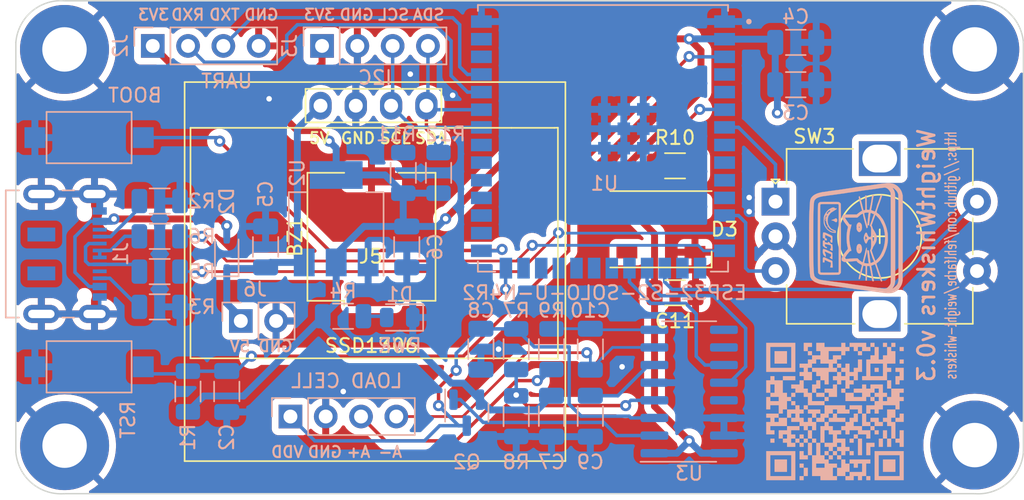
<source format=kicad_pcb>
(kicad_pcb (version 20221018) (generator pcbnew)
  (layers (0 "F.Cu" signal) (31 "B.Cu" signal) (34 "B.Paste" user) (35 "F.Paste" user) (36 "B.SilkS" user "B.Silkscreen") (37 "F.SilkS" user "F.Silkscreen") (38 "B.Mask" user) (39 "F.Mask" user) (44 "Edge.Cuts" user))
  (net 0 "")
  (net 1 "GND")
  (net 2 "/BOOT")
  (net 3 "/RST")
  (net 4 "+3V3")
  (net 5 "/AVDD")
  (net 6 "Net-(U3-VBG)")
  (net 7 "/INA-")
  (net 8 "/INA+")
  (net 9 "Net-(D1-A)")
  (net 11 "Net-(D3-DIN)")
  (net 12 "Net-(D2-A)")
  (net 13 "Net-(J1-CC1)")
  (net 14 "Net-(J1-D+-PadA6)")
  (net 15 "Net-(J1-D--PadA7)")
  (net 17 "Net-(J1-CC2)")
  (net 19 "/RXD0")
  (net 20 "/TXD0")
  (net 21 "/SCL")
  (net 22 "/SDA")
  (net 23 "Net-(J4-Pin_3)")
  (net 24 "Net-(Q2-B)")
  (net 25 "/USB_D-")
  (net 26 "/USB_D+")
  (net 27 "Net-(U3-VFB)")
  (net 28 "/LED_RGB")
  (net 29 "/ROT0")
  (net 30 "/ROT1")
  (net 31 "/BTN0")
  (net 40 "/HX711_DATA")
  (net 41 "/HX711_SCK")
  (net 51 "/BUZZ")
  (net 56 "/INB-")
  (net 57 "/INB+")
  (net 59 "+5V")
  (footprint "MountingHole:MountingHole_3.2mm_M3_Pad" (layer "F.Cu") (at 192.024 108.204)
    (fp_text reference "H2")
    (fp_text value "MountingHole_Pad" hide)
  )
  (footprint "cat_scale_footprints:128x64OLED" (layer "F.Cu") (at 148.544 94.154)
    (fp_text reference "J5")
    (fp_text value "SSD1306")
  )
  (footprint "MountingHole:MountingHole_3.2mm_M3_Pad" (layer "F.Cu") (at 126.492 79.756)
    (fp_text reference "H3")
    (fp_text value "MountingHole_Pad" hide)
  )
  (footprint "Buzzer_Beeper:Buzzer_Murata_PKMCS0909E" (layer "F.Cu") (at 148.59 92.996 90)
    (fp_text reference "BZ1")
    (fp_text value "Buzzer")
  )
  (footprint "Resistor_SMD:R_1206_3216Metric" (layer "F.Cu") (at 170.434 87.884 180)
    (fp_text reference "R10")
    (fp_text value "500")
  )
  (footprint "LED_SMD:LED_WS2812B_PLCC4_5.0x5.0mm_P3.2mm" (layer "F.Cu") (at 169.418 92.456)
    (fp_text reference "D3")
    (fp_text value "WS2812B")
  )
  (footprint "MountingHole:MountingHole_3.2mm_M3_Pad" (layer "F.Cu") (at 192.024 79.756)
    (fp_text reference "H1")
    (fp_text value "MountingHole_Pad" hide)
  )
  (footprint "Rotary_Encoder:RotaryEncoder_Alps_EC12E-Switch_Vertical_H20mm" (layer "F.Cu") (at 177.662 90.464)
    (fp_text reference "SW3")
    (fp_text value "RotaryEncoder_Switch")
  )
  (footprint "Capacitor_SMD:C_1206_3216Metric" (layer "F.Cu") (at 170.434 97.028)
    (fp_text reference "C11")
    (fp_text value "10uF")
  )
  (footprint "MountingHole:MountingHole_3.2mm_M3_Pad" (layer "F.Cu") (at 126.5 108.5)
    (fp_text reference "H4")
    (fp_text value "MountingHole_Pad" hide)
  )
  (footprint "Resistor_SMD:R_1206_3216Metric" (layer "B.Cu") (at 133.35 98.044)
    (fp_text reference "R3")
    (fp_text value "5k1")
  )
  (footprint "Connector_PinHeader_2.54mm:PinHeader_1x04_P2.54mm_Vertical" (layer "B.Cu") (at 142.758 105.943 -90)
    (fp_text reference "J4")
    (fp_text value "LOAD CELL")
  )
  (footprint "cat_scale_footprints:XCVR_ESP32-S2-SOLO-U-N4R2" (layer "B.Cu") (at 165.248 85.904 180)
    (fp_text reference "U1")
    (fp_text value "ESP32-S2-SOLO-U-N4R2")
  )
  (footprint "Package_SO:SOP-16_3.9x9.9mm_P1.27mm" (layer "B.Cu") (at 171.45 104.14)
    (fp_text reference "U3")
    (fp_text value "HX711")
  )
  (footprint "Resistor_SMD:R_1206_3216Metric" (layer "B.Cu") (at 161.544 101.092 -90)
    (fp_text reference "R9")
    (fp_text value "1k")
  )
  (footprint "Connector_PinHeader_2.54mm:PinHeader_1x04_P2.54mm_Vertical" (layer "B.Cu") (at 145.034 79.248 -90)
    (fp_text reference "J3")
    (fp_text value "I2C")
  )
  (footprint "Capacitor_SMD:C_1206_3216Metric" (layer "B.Cu") (at 164.338 105.918 -90)
    (fp_text reference "C9")
    (fp_text value "0.1uF")
  )
  (footprint "Resistor_SMD:R_1206_3216Metric" (layer "B.Cu") (at 150.876 88.392 -90)
    (fp_text reference "R11")
    (fp_text value "10k")
  )
  (footprint "Capacitor_SMD:C_1206_3216Metric" (layer "B.Cu") (at 156.464 101.092 90)
    (fp_text reference "C8")
    (fp_text value "10uF")
  )
  (footprint "Resistor_SMD:R_1206_3216Metric" (layer "B.Cu") (at 135.382 104.14 -90)
    (fp_text reference "R1")
    (fp_text value "10k")
  )
  (footprint "Capacitor_SMD:C_1206_3216Metric" (layer "B.Cu") (at 140.97 93.726 -90)
    (fp_text reference "C5")
    (fp_text value "10uF")
  )
  (footprint "Capacitor_SMD:C_1206_3216Metric" (layer "B.Cu") (at 164.338 101.092 90)
    (fp_text reference "C10")
    (fp_text value "0.1uF")
  )
  (footprint "Button_Switch_SMD:SW_SPST_CK_RS282G05A3" (layer "B.Cu") (at 128.27 85.852)
    (fp_text reference "SW2")
    (fp_text value "BOOT")
  )
  (footprint "Capacitor_SMD:C_1206_3216Metric" (layer "B.Cu") (at 161.544 105.918 -90)
    (fp_text reference "C7")
    (fp_text value "1uF")
  )
  (footprint "Resistor_SMD:R_1206_3216Metric" (layer "B.Cu") (at 133.35 92.964)
    (fp_text reference "R6")
    (fp_text value "50")
  )
  (footprint "Resistor_SMD:R_1206_3216Metric" (layer "B.Cu") (at 133.35 95.504)
    (fp_text reference "R5")
    (fp_text value "50")
  )
  (footprint "Resistor_SMD:R_1206_3216Metric" (layer "B.Cu") (at 133.35 90.424)
    (fp_text reference "R2")
    (fp_text value "5k1")
  )
  (footprint "Resistor_SMD:R_1206_3216Metric" (layer "B.Cu") (at 159.004 105.918 90)
    (fp_text reference "R8")
    (fp_text value "8k2")
  )
  (footprint "Button_Switch_SMD:SW_SPST_CK_RS282G05A3" (layer "B.Cu") (at 128.27 102.362)
    (fp_text reference "SW1")
    (fp_text value "RST")
  )
  (footprint "Capacitor_SMD:C_1206_3216Metric" (layer "B.Cu") (at 138.176 104.14 90)
    (fp_text reference "C2")
    (fp_text value "1uF")
  )
  (footprint "Connector_PinHeader_2.54mm:PinHeader_1x02_P2.54mm_Vertical" (layer "B.Cu") (at 139.187 99.06 -90)
    (fp_text reference "J6")
    (fp_text value "Conn_01x02_Pin")
  )
  (footprint "Resistor_SMD:R_1206_3216Metric" (layer "B.Cu") (at 146.546 98.719 180)
    (fp_text reference "R4")
    (fp_text value "680")
  )
  (footprint "Resistor_SMD:R_1206_3216Metric" (layer "B.Cu") (at 153.416 88.392 -90)
    (fp_text reference "R12")
    (fp_text value "10k")
  )
  (footprint "Diode_SMD:D_SOD-323" (layer "B.Cu") (at 138.176 94.234 90)
    (fp_text reference "D2")
    (fp_text value "D_Schottky")
  )
  (footprint "Resistor_SMD:R_1206_3216Metric" (layer "B.Cu") (at 159.004 101.092 -90)
    (fp_text reference "R7")
    (fp_text value "20k")
  )
  (footprint "Package_TO_SOT_SMD:SOT-223-3_TabPin2" (layer "B.Cu") (at 146.05 91.694 90)
    (fp_text reference "U2")
    (fp_text value "AMS1117-3.3")
  )
  (footprint "Package_TO_SOT_SMD:SOT-23" (layer "B.Cu") (at 155.448 105.664 -90)
    (fp_text reference "Q2")
    (fp_text value "MMBT4403")
  )
  (footprint "Connector_USB:USB_C_Receptacle_JAE_DX07S016JA1R1500" (layer "B.Cu") (at 125.984 94.234 90)
    (fp_text reference "J1")
    (fp_text value "USB_C_Receptacle_USB2.0")
  )
  (footprint "Capacitor_SMD:C_1206_3216Metric" (layer "B.Cu") (at 179.119 78.994 180)
    (fp_text reference "C4")
    (fp_text value "100nF")
  )
  (footprint "Connector_PinHeader_2.54mm:PinHeader_1x04_P2.54mm_Vertical" (layer "B.Cu") (at 132.852 79.248 -90)
    (fp_text reference "J2")
    (fp_text value "UART")
  )
  (footprint "Capacitor_SMD:C_1206_3216Metric" (layer "B.Cu") (at 179.119 82.042 180)
    (fp_text reference "C3")
    (fp_text value "10uF")
  )
  (footprint "LED_SMD:LED_0805_2012Metric" (layer "B.Cu") (at 150.622 98.806 180)
    (fp_text reference "D1")
    (fp_text value "PWR")
  )
  (footprint "Capacitor_SMD:C_1206_3216Metric" (layer "B.Cu") (at 151.13 93.726 90)
    (fp_text reference "C6")
    (fp_text value "10uF")
  )
  (gr_poly (pts (xy 182.092 103.032) (xy 182.092 102.732) (xy 182.392 102.732) (xy 182.392 103.032) (xy 182.692 103.032) (xy 182.692 102.732) (xy 182.392 102.732) (xy 182.392 102.432) (xy 182.692 102.432) (xy 182.692 102.132) (xy 182.992 102.132) (xy 182.992 102.432) (xy 182.992 102.732) (xy 183.292 102.732) (xy 183.292 102.432) (xy 183.592 102.432) (xy 183.592 102.132) (xy 183.592 101.832) (xy 183.892 101.832) (xy 183.892 102.132) (xy 183.892 102.432) (xy 183.892 102.732) (xy 183.592 102.732) (xy 183.592 103.032) (xy 183.592 103.332) (xy 183.292 103.332) (xy 183.292 103.632) (xy 182.992 103.632) (xy 182.992 103.332) (xy 183.292 103.332) (xy 183.292 103.032) (xy 182.992 103.032) (xy 182.992 103.332) (xy 182.992 103.632) (xy 182.992 103.932) (xy 182.692 103.932) (xy 182.692 103.632) (xy 182.692 103.332) (xy 182.392 103.332) (xy 182.392 103.632) (xy 182.092 103.632) (xy 182.092 103.332) (xy 181.792 103.332) (xy 181.792 103.032)) (fill solid) (layer "B.SilkS"))
  (gr_poly (pts (xy 183.492869 92.37889) (xy 183.493153 92.375124) (xy 183.493715 92.371744) (xy 183.494561 92.368695) (xy 183.495697 92.365926) (xy 183.49713 92.363384) (xy 183.498865 92.361017) (xy 183.500909 92.358771) (xy 183.503268 92.356593) (xy 183.505949 92.354432) (xy 183.508697 92.352299) (xy 183.511088 92.350353) (xy 183.513122 92.348575) (xy 183.514006 92.347742) (xy 183.514802 92.346943) (xy 183.51551 92.346174) (xy 183.51613 92.345435) (xy 183.516662 92.34472) (xy 183.517106 92.344029) (xy 183.517464 92.343359) (xy 183.517735 92.342706) (xy 183.517919 92.342068) (xy 183.518016 92.341443) (xy 183.518027 92.340827) (xy 183.517952 92.340219) (xy 183.517792 92.339615) (xy 183.517546 92.339012) (xy 183.517214 92.338409) (xy 183.516797 92.337802) (xy 183.516296 92.337189) (xy 183.51571 92.336567) (xy 183.51504 92.335934) (xy 183.514285 92.335286) (xy 183.513447 92.334621) (xy 183.512525 92.333937) (xy 183.51043 92.332498) (xy 183.508004 92.33095) (xy 183.506908 92.330212) (xy 183.50586 92.329389) (xy 183.504861 92.328477) (xy 183.50391 92.327471) (xy 183.503006 92.326367) (xy 183.502147 92.325161) (xy 183.501335 92.323849) (xy 183.500567 92.322426) (xy 183.499843 92.320889) (xy 183.499163 92.319232) (xy 183.498526 92.317452) (xy 183.49793 92.315544) (xy 183.497376 92.313505) (xy 183.496863 92.31133) (xy 183.496389 92.309014) (xy 183.495955 92.306553) (xy 183.49556 92.303944) (xy 183.495202 92.301182) (xy 183.494598 92.295181) (xy 183.494137 92.288517) (xy 183.493813 92.281155) (xy 183.493622 92.273062) (xy 183.493557 92.264204) (xy 183.493613 92.254546) (xy 183.493784 92.244055) (xy 183.494755 92.222899) (xy 183.496763 92.202184) (xy 183.499794 92.181947) (xy 183.503828 92.162223) (xy 183.508848 92.143047) (xy 183.514837 92.124456) (xy 183.521778 92.106484) (xy 183.529653 92.089167) (xy 183.538444 92.07254) (xy 183.548134 92.05664) (xy 183.558707 92.041502) (xy 183.570143 92.027161) (xy 183.582426 92.013654) (xy 183.595538 92.001014) (xy 183.609463 91.989279) (xy 183.624181 91.978483) (xy 183.630924 91.974297) (xy 183.637891 91.970774) (xy 183.645064 91.967905) (xy 183.652423 91.965678) (xy 183.659952 91.964081) (xy 183.667631 91.963105) (xy 183.675442 91.962738) (xy 183.683366 91.962969) (xy 183.691386 91.963787) (xy 183.699482 91.96518) (xy 183.707637 91.967139) (xy 183.715832 91.969652) (xy 183.724048 91.972707) (xy 183.732267 91.976295) (xy 183.740471 91.980404) (xy 183.748641 91.985022) (xy 183.756759 91.99014) (xy 183.764806 91.995745) (xy 183.772765 92.001828) (xy 183.780616 92.008376) (xy 183.788341 92.015379) (xy 183.795922 92.022826) (xy 183.80334 92.030706) (xy 183.810578 92.039008) (xy 183.817615 92.047721) (xy 183.824435 92.056834) (xy 183.831019 92.066335) (xy 183.837348 92.076215) (xy 183.843404 92.086461) (xy 183.849168 92.097063) (xy 183.854623 92.108011) (xy 183.859749 92.119291) (xy 183.864106 92.130916) (xy 183.868103 92.144699) (xy 183.871727 92.160399) (xy 183.874962 92.177774) (xy 183.877794 92.196582) (xy 183.880209 92.216583) (xy 183.882192 92.237535) (xy 183.88373 92.259197) (xy 183.884807 92.281327) (xy 183.885409 92.303684) (xy 183.885522 92.326027) (xy 183.885131 92.348114) (xy 183.884222 92.369704) (xy 183.882781 92.390555) (xy 183.880793 92.410426) (xy 183.878243 92.429076) (xy 183.878245 92.429076) (xy 183.874613 92.447777) (xy 183.869682 92.466383) (xy 183.863536 92.484781) (xy 183.85626 92.502858) (xy 183.847938 92.520498) (xy 183.838655 92.537588) (xy 183.828497 92.554014) (xy 183.817547 92.569663) (xy 183.80589 92.58442) (xy 183.793611 92.598171) (xy 183.780795 92.610803) (xy 183.767526 92.622202) (xy 183.75389 92.632253) (xy 183.73997 92.640842) (xy 183.725852 92.647857) (xy 183.718745 92.650738) (xy 183.71162 92.653183) (xy 183.703955 92.655144) (xy 183.69617 92.656309) (xy 183.68919 92.656652) (xy 183.68919 92.348335) (xy 183.690438 92.348324) (xy 183.691703 92.348235) (xy 183.692989 92.348068) (xy 183.694299 92.347823) (xy 183.695639 92.347503) (xy 183.697011 92.347108) (xy 183.698419 92.346639) (xy 183.70136 92.345481) (xy 183.704494 92.344036) (xy 183.707851 92.342312) (xy 183.710248 92.340971) (xy 183.712507 92.339592) (xy 183.714625 92.338176) (xy 183.716605 92.336724) (xy 183.718444 92.335239) (xy 183.720143 92.333721) (xy 183.721701 92.332174) (xy 183.723119 92.330598) (xy 183.724397 92.328995) (xy 183.725533 92.327368) (xy 183.726528 92.325716) (xy 183.727382 92.324044) (xy 183.728094 92.322351) (xy 183.728664 92.32064) (xy 183.729092 92.318913) (xy 183.729378 92.317171) (xy 183.729521 92.315417) (xy 183.729522 92.31365) (xy 183.72938 92.311875) (xy 183.729095 92.310091) (xy 183.728666 92.308302) (xy 183.728094 92.306508) (xy 183.727378 92.304711) (xy 183.726518 92.302913) (xy 183.725514 92.301116) (xy 183.724366 92.299322) (xy 183.723073 92.297532) (xy 183.721635 92.295748) (xy 183.720052 92.293971) (xy 183.718324 92.292204) (xy 183.716451 92.290448) (xy 183.714432 92.288705) (xy 183.712815 92.287287) (xy 183.711243 92.285761) (xy 183.709725 92.28414) (xy 183.708268 92.282439) (xy 183.706881 92.280672) (xy 183.705572 92.278853) (xy 183.704349 92.276997) (xy 183.70322 92.275117) (xy 183.702194 92.273229) (xy 183.701278 92.271345) (xy 183.70048 92.269481) (xy 183.69981 92.267651) (xy 183.699274 92.265869) (xy 183.698881 92.264148) (xy 183.698639 92.262504) (xy 183.698578 92.261715) (xy 183.698557 92.260951) (xy 183.698502 92.259465) (xy 183.698341 92.258022) (xy 183.698079 92.256628) (xy 183.697722 92.25529) (xy 183.697275 92.254016) (xy 183.696743 92.252814) (xy 183.696132 92.251691) (xy 183.695448 92.250654) (xy 183.694696 92.249712) (xy 183.69388 92.24887) (xy 183.693451 92.24849) (xy 183.693007 92.248138) (xy 183.692551 92.247815) (xy 183.692083 92.247522) (xy 183.691603 92.24726) (xy 183.691112 92.24703) (xy 183.69061 92.246833) (xy 183.690099 92.246669) (xy 183.68958 92.24654) (xy 183.689052 92.246447) (xy 183.688516 92.246391) (xy 183.687973 92.246372) (xy 183.687431 92.246388) (xy 183.686895 92.246436) (xy 183.686367 92.246515) (xy 183.685847 92.246625) (xy 183.685337 92.246764) (xy 183.684835 92.246931) (xy 183.684344 92.247127) (xy 183.683864 92.24735) (xy 183.683396 92.247599) (xy 183.682939 92.247873) (xy 183.682496 92.248173) (xy 183.682067 92.248496) (xy 183.681652 92.248843) (xy 183.681251 92.249211) (xy 183.680867 92.249602) (xy 183.680499 92.250013) (xy 183.680148 92.250444) (xy 183.679815 92.250894) (xy 183.6795 92.251363) (xy 183.679204 92.251849) (xy 183.678928 92.252352) (xy 183.678672 92.252871) (xy 183.678438 92.253406) (xy 183.678225 92.253954) (xy 183.678035 92.254517) (xy 183.677868 92.255092) (xy 183.677725 92.255679) (xy 183.677606 92.256277) (xy 183.677513 92.256886) (xy 183.677445 92.257505) (xy 183.677404 92.258132) (xy 183.67739 92.258767) (xy 183.677367 92.259429) (xy 183.677297 92.260133) (xy 183.677026 92.26166) (xy 183.676584 92.263334) (xy 183.675981 92.265137) (xy 183.675227 92.267054) (xy 183.67433 92.269067) (xy 183.6733 92.27116) (xy 183.672146 92.273317) (xy 183.670876 92.275521) (xy 183.669501 92.277756) (xy 183.668029 92.280006) (xy 183.666469 92.282253) (xy 183.664831 92.284482) (xy 183.663123 92.286675) (xy 183.661355 92.288817) (xy 183.659537 92.290891) (xy 183.656585 92.294194) (xy 183.654037 92.297168) (xy 183.651899 92.299864) (xy 183.650985 92.301123) (xy 183.650175 92.302332) (xy 183.649469 92.303496) (xy 183.648869 92.304622) (xy 183.648375 92.305717) (xy 183.647987 92.306786) (xy 183.647707 92.307835) (xy 183.647534 92.308872) (xy 183.64747 92.309902) (xy 183.647515 92.310931) (xy 183.647669 92.311967) (xy 183.647933 92.313014) (xy 183.648308 92.31408) (xy 183.648794 92.315171) (xy 183.649393 92.316292) (xy 183.650104 92.317451) (xy 183.650928 92.318654) (xy 183.651866 92.319906) (xy 183.652918 92.321215) (xy 183.654086 92.322586) (xy 183.656768 92.32554) (xy 183.659917 92.32882) (xy 183.663539 92.332474) (xy 183.666809 92.33567) (xy 183.669867 92.338489) (xy 183.672744 92.340939) (xy 183.675472 92.343026) (xy 183.676789 92.343936) (xy 183.678081 92.344758) (xy 183.679351 92.345493) (xy 183.680603 92.346141) (xy 183.681841 92.346704) (xy 183.683069 92.347182) (xy 183.68429 92.347577) (xy 183.685509 92.347889) (xy 183.686729 92.348118) (xy 183.687955 92.348267) (xy 183.68919 92.348335) (xy 183.68919 92.656652) (xy 183.688282 92.656696) (xy 183.680311 92.656326) (xy 183.672274 92.65522) (xy 183.664191 92.653396) (xy 183.656079 92.650877) (xy 183.647957 92.64768) (xy 183.639844 92.643828) (xy 183.631758 92.639339) (xy 183.623717 92.634235) (xy 183.615741 92.628535) (xy 183.607847 92.622259) (xy 183.600054 92.615427) (xy 183.592381 92.608061) (xy 183.584845 92.600179) (xy 183.577467 92.591802) (xy 183.570263 92.58295) (xy 183.563252 92.573644) (xy 183.556454 92.563903) (xy 183.549886 92.553747) (xy 183.543567 92.543198) (xy 183.537516 92.532274) (xy 183.53175 92.520996) (xy 183.526289 92.509385) (xy 183.52115 92.49746) (xy 183.516353 92.485241) (xy 183.511916 92.472749) (xy 183.507857 92.460004) (xy 183.504195 92.447026) (xy 183.500949 92.433835) (xy 183.498136 92.420451) (xy 183.495398 92.405335) (xy 183.494387 92.398855) (xy 183.493622 92.393023) (xy 183.49311 92.387787) (xy 183.492857 92.383093)) (stroke (width 0.010583)) (fill solid) (layer "B.SilkS"))
  (gr_poly (pts (xy 181.232668 91.591435) (xy 181.23275 91.591039) (xy 181.232885 91.590644) (xy 181.233072 91.590251) (xy 181.23331 91.589861) (xy 181.233596 91.589475) (xy 181.23393 91.589092) (xy 181.23431 91.588714) (xy 181.234736 91.58834) (xy 181.235205 91.587973) (xy 181.235716 91.587612) (xy 181.236268 91.587257) (xy 181.23686 91.586911) (xy 181.237489 91.586572) (xy 181.238156 91.586242) (xy 181.238858 91.585921) (xy 181.239594 91.58561) (xy 181.240363 91.585309) (xy 181.241163 91.585019) (xy 181.241994 91.584741) (xy 181.242853 91.584476) (xy 181.243739 91.584223) (xy 181.244651 91.583983) (xy 181.245588 91.583758) (xy 181.246548 91.583547) (xy 181.247531 91.583351) (xy 181.248533 91.583172) (xy 181.249555 91.583008) (xy 181.250595 91.582862) (xy 181.251651 91.582733) (xy 181.252722 91.582622) (xy 181.253807 91.582531) (xy 181.255847 91.582419) (xy 181.257792 91.582396) (xy 181.25964 91.582459) (xy 181.261391 91.582605) (xy 181.263042 91.582828) (xy 181.264592 91.583127) (xy 181.266039 91.583498) (xy 181.267383 91.583938) (xy 181.268621 91.584442) (xy 181.269751 91.585008) (xy 181.270773 91.585631) (xy 181.271685 91.58631) (xy 181.272485 91.58704) (xy 181.273171 91.587817) (xy 181.273743 91.588639) (xy 181.274198 91.589502) (xy 181.274536 91.590403) (xy 181.274753 91.591337) (xy 181.27485 91.592303) (xy 181.274824 91.593295) (xy 181.274674 91.594311) (xy 181.274399 91.595348) (xy 181.273996 91.596401) (xy 181.273464 91.597468) (xy 181.272802 91.598545) (xy 181.272008 91.599629) (xy 181.271081 91.600716) (xy 181.270019 91.601803) (xy 181.26882 91.602886) (xy 181.267484 91.603962) (xy 181.266008 91.605027) (xy 181.26439 91.606079) (xy 181.263283 91.606702) (xy 181.26213 91.607231) (xy 181.260937 91.607671) (xy 181.259709 91.608022) (xy 181.258452 91.608289) (xy 181.25717 91.608472) (xy 181.25587 91.608574) (xy 181.254556 91.608598) (xy 181.253233 91.608546) (xy 181.251907 91.608421) (xy 181.250584 91.608224) (xy 181.249268 91.607958) (xy 181.247964 91.607626) (xy 181.246679 91.60723) (xy 181.245417 91.606772) (xy 181.244183 91.606255) (xy 181.242984 91.60568) (xy 181.241823 91.605051) (xy 181.240707 91.60437) (xy 181.23964 91.603638) (xy 181.238629 91.602859) (xy 181.237677 91.602035) (xy 181.236792 91.601169) (xy 181.235977 91.600261) (xy 181.235238 91.599316) (xy 181.23458 91.598335) (xy 181.23401 91.597321) (xy 181.233531 91.596275) (xy 181.233149 91.595201) (xy 181.23287 91.594101) (xy 181.232699 91.592977) (xy 181.23264 91.591832)) (stroke (width 0.010583)) (fill solid) (layer "B.SilkS"))
  (gr_poly (pts (xy 181.349302 92.259276) (xy 181.349478 92.258976) (xy 181.349759 92.258709) (xy 181.350146 92.258473) (xy 181.350638 92.258267) (xy 181.351236 92.258088) (xy 181.351939 92.257934) (xy 181.352748 92.257802) (xy 181.354684 92.257597) (xy 181.357044 92.257455) (xy 181.35983 92.25736) (xy 181.363042 92.257292) (xy 181.365084 92.257337) (xy 181.367223 92.257534) (xy 181.36944 92.257877) (xy 181.37172 92.258356) (xy 181.374042 92.258966) (xy 181.376391 92.259697) (xy 181.378749 92.260544) (xy 181.381097 92.261497) (xy 181.383419 92.26255) (xy 181.385696 92.263695) (xy 181.387911 92.264925) (xy 181.390046 92.266231) (xy 181.392084 92.267607) (xy 181.394007 92.269044) (xy 181.395797 92.270536) (xy 181.397438 92.272074) (xy 181.400451 92.275123) (xy 181.403095 92.277888) (xy 181.405376 92.280396) (xy 181.407303 92.282677) (xy 181.408882 92.28476) (xy 181.409544 92.285736) (xy 181.410122 92.286673) (xy 181.410617 92.287575) (xy 181.41103 92.288445) (xy 181.411361 92.289288) (xy 181.411613 92.290106) (xy 181.411785 92.290903) (xy 181.411879 92.291683) (xy 181.411896 92.29245) (xy 181.411836 92.293206) (xy 181.4117 92.293956) (xy 181.411491 92.294704) (xy 181.411207 92.295452) (xy 181.410851 92.296204) (xy 181.410423 92.296965) (xy 181.409925 92.297737) (xy 181.409357 92.298525) (xy 181.408719 92.299331) (xy 181.407242 92.301014) (xy 181.405501 92.302816) (xy 181.404459 92.303811) (xy 181.403404 92.304726) (xy 181.402339 92.305561) (xy 181.401269 92.306317) (xy 181.400195 92.306995) (xy 181.39912 92.307595) (xy 181.398049 92.308117) (xy 181.396982 92.308563) (xy 181.395925 92.308932) (xy 181.394879 92.309226) (xy 181.393847 92.309445) (xy 181.392833 92.30959) (xy 181.39184 92.309661) (xy 181.39087 92.309659) (xy 181.389926 92.309584) (xy 181.389012 92.309438) (xy 181.38813 92.30922) (xy 181.387283 92.308932) (xy 181.386475 92.308573) (xy 181.385708 92.308145) (xy 181.384985 92.307648) (xy 181.384309 92.307083) (xy 181.383684 92.30645) (xy 181.383112 92.30575) (xy 181.382596 92.304984) (xy 181.382139 92.304152) (xy 181.381745 92.303254) (xy 181.381415 92.302292) (xy 181.381153 92.301266) (xy 181.380963 92.300176) (xy 181.380846 92.299024) (xy 181.380807 92.297809) (xy 181.380783 92.297173) (xy 181.380711 92.296508) (xy 181.380593 92.295816) (xy 181.380429 92.295099) (xy 181.379971 92.293598) (xy 181.379346 92.292016) (xy 181.378563 92.290368) (xy 181.377633 92.288667) (xy 181.376564 92.286927) (xy 181.375366 92.28516) (xy 181.374049 92.28338) (xy 181.372623 92.281601) (xy 181.371095 92.279836) (xy 181.369477 92.278098) (xy 181.367778 92.276401) (xy 181.366006 92.274758) (xy 181.364173 92.273182) (xy 181.362286 92.271687) (xy 181.35653 92.267256) (xy 181.354272 92.265438) (xy 181.35243 92.263862) (xy 181.351004 92.262509) (xy 181.350447 92.26191) (xy 181.349994 92.261361) (xy 181.349646 92.260859) (xy 181.349403 92.260402) (xy 181.349264 92.259987) (xy 181.349231 92.259612)) (stroke (width 0.010583)) (fill solid) (layer "B.SilkS"))
  (gr_poly (pts (xy 182.392 108.732) (xy 182.392 109.032) (xy 182.092 109.032) (xy 182.092 108.732)) (fill solid) (layer "B.SilkS"))
  (gr_poly (pts (xy 185.992 107.532) (xy 185.992 107.832) (xy 185.992 108.132) (xy 185.692 108.132) (xy 185.692 107.832) (xy 185.692 107.532)) (fill solid) (layer "B.SilkS"))
  (gr_poly (pts (xy 184.492 107.832) (xy 184.792 107.832) (xy 184.792 108.132) (xy 184.492 108.132) (xy 184.492 108.432) (xy 184.492 108.732) (xy 184.192 108.732) (xy 184.192 108.432) (xy 184.192 108.132) (xy 184.192 107.832)) (fill solid) (layer "B.SilkS"))
  (gr_poly (pts (xy 183.892 101.232) (xy 183.892 101.532) (xy 183.592 101.532) (xy 183.592 101.232)) (fill solid) (layer "B.SilkS"))
  (gr_poly (pts (xy 181.132899 91.771005) (xy 181.133703 91.723478) (xy 181.135383 91.679908) (xy 181.138101 91.639747) (xy 181.142021 91.602443) (xy 181.147307 91.567447) (xy 181.154123 91.53421) (xy 181.162632 91.502183) (xy 181.172997 91.470814) (xy 181.185384 91.439556) (xy 181.199954 91.407857) (xy 181.216872 91.375169) (xy 181.236301 91.340942) (xy 181.258405 91.304626) (xy 181.283348 91.265671) (xy 181.311293 91.223529) (xy 181.32009 91.21117) (xy 181.330889 91.197203) (xy 181.343368 91.181961) (xy 181.357201 91.165775) (xy 181.38764 91.131898) (xy 181.419616 91.098228) (xy 181.45054 91.067418) (xy 181.464797 91.053916) (xy 181.477821 91.042125) (xy 181.489286 91.032377) (xy 181.49887 91.025002) (xy 181.506248 91.020335) (xy 181.509009 91.019119) (xy 181.511098 91.018705) (xy 181.511645 91.018665) (xy 181.512303 91.018545) (xy 181.513939 91.018077) (xy 181.515977 91.017316) (xy 181.518389 91.016277) (xy 181.521147 91.014977) (xy 181.524221 91.013432) (xy 181.527585 91.011656) (xy 181.53121 91.009667) (xy 181.539128 91.005108) (xy 181.54775 90.999883) (xy 181.55685 90.994117) (xy 181.566203 90.987936) (xy 181.58417 90.97609) (xy 181.60178 90.965045) (xy 181.619049 90.954797) (xy 181.635989 90.94534) (xy 181.652613 90.93667) (xy 181.668935 90.92878) (xy 181.684969 90.921666) (xy 181.700729 90.915323) (xy 181.716226 90.909746) (xy 181.731477 90.904928) (xy 181.746492 90.900867) (xy 181.761287 90.897555) (xy 181.775875 90.894988) (xy 181.790269 90.893161) (xy 181.804483 90.892068) (xy 181.81853 90.891705) (xy 181.840478 90.891868) (xy 181.849694 90.892139) (xy 181.85791 90.892596) (xy 181.865254 90.893284) (xy 181.871855 90.894248) (xy 181.877842 90.895532) (xy 181.883344 90.897183) (xy 181.888489 90.899244) (xy 181.893406 90.90176) (xy 181.898224 90.904777) (xy 181.903071 90.908339) (xy 181.908077 90.912491) (xy 181.913371 90.917278) (xy 181.925334 90.928937) (xy 181.931138 90.934686) (xy 181.936407 90.939767) (xy 181.941194 90.944204) (xy 181.945551 90.948018) (xy 181.94953 90.951231) (xy 181.953184 90.953865) (xy 181.954906 90.954972) (xy 181.956566 90.955942) (xy 181.958171 90.956778) (xy 181.959727 90.957484) (xy 181.961242 90.958061) (xy 181.962721 90.958512) (xy 181.964171 90.95884) (xy 181.965599 90.959048) (xy 181.967011 90.959139) (xy 181.968414 90.959115) (xy 181.969814 90.95898) (xy 181.971219 90.958735) (xy 181.972633 90.958383) (xy 181.974065 90.957928) (xy 181.977006 90.956717) (xy 181.980093 90.955124) (xy 181.98338 90.953171) (xy 181.986122 90.951559) (xy 181.988875 90.950139) (xy 181.991648 90.948913) (xy 181.994449 90.947879) (xy 181.997284 90.947037) (xy 182.000162 90.946387) (xy 182.003089 90.945928) (xy 182.006075 90.94566) (xy 182.009126 90.945583) (xy 182.012249 90.945696) (xy 182.015454 90.945998) (xy 182.018746 90.946489) (xy 182.022134 90.947169) (xy 182.025625 90.948037) (xy 182.029227 90.949093) (xy 182.032948 90.950337) (xy 182.039046 90.952632) (xy 182.0445 90.954984) (xy 182.046987 90.956184) (xy 182.049314 90.957403) (xy 182.051483 90.95864) (xy 182.053493 90.959898) (xy 182.055345 90.961177) (xy 182.05704 90.962478) (xy 182.058579 90.963803) (xy 182.059961 90.965153) (xy 182.061187 90.966528) (xy 182.062259 90.967931) (xy 182.063176 90.969362) (xy 182.063938 90.970823) (xy 182.064548 90.972314) (xy 182.065004 90.973836) (xy 182.065308 90.975392) (xy 182.06546 90.976982) (xy 182.065461 90.978607) (xy 182.065311 90.980268) (xy 182.065011 90.981967) (xy 182.064561 90.983705) (xy 182.063962 90.985483) (xy 182.063214 90.987301) (xy 182.062319 90.989162) (xy 182.061275 90.991066) (xy 182.060085 90.993015) (xy 182.058748 90.995009) (xy 182.057265 90.99705) (xy 182.055637 90.99914) (xy 182.055637 90.999139) (xy 182.055637 90.999138) (xy 182.055637 90.999137) (xy 182.053753 91.001147) (xy 182.050899 91.003722) (xy 182.047132 91.006823) (xy 182.042512 91.010409) (xy 182.030943 91.01888) (xy 182.016659 91.028815) (xy 182.000128 91.039896) (xy 181.981817 91.051805) (xy 181.962193 91.064223) (xy 181.941724 91.07683) (xy 181.898927 91.103272) (xy 181.856726 91.130119) (xy 181.819982 91.154234) (xy 181.805176 91.164285) (xy 181.793557 91.172476) (xy 181.782954 91.179972) (xy 181.773523 91.186359) (xy 181.773523 91.048357) (xy 181.778165 91.048215) (xy 181.782618 91.047636) (xy 181.786804 91.046645) (xy 181.788773 91.046002) (xy 181.790645 91.045264) (xy 181.792412 91.044435) (xy 181.794062 91.043517) (xy 181.795587 91.042513) (xy 181.796977 91.041426) (xy 181.798221 91.040259) (xy 181.79931 91.039015) (xy 181.800234 91.037697) (xy 181.800983 91.036308) (xy 181.801548 91.03485) (xy 181.801918 91.033327) (xy 181.802084 91.031741) (xy 181.802036 91.030095) (xy 181.801765 91.028393) (xy 181.801259 91.026637) (xy 181.800944 91.025867) (xy 181.800547 91.025126) (xy 181.800071 91.024412) (xy 181.799515 91.023727) (xy 181.798881 91.02307) (xy 181.79817 91.022441) (xy 181.797382 91.021842) (xy 181.796519 91.021271) (xy 181.795581 91.02073) (xy 181.794569 91.020218) (xy 181.793484 91.019735) (xy 181.792327 91.019282) (xy 181.791099 91.018859) (xy 181.789801 91.018467) (xy 181.788433 91.018104) (xy 181.786996 91.017772) (xy 181.785492 91.017471) (xy 181.783921 91.0172) (xy 181.780582 91.016753) (xy 181.776986 91.016431) (xy 181.77314 91.016236) (xy 181.769052 91.01617) (xy 181.764727 91.016234) (xy 181.760175 91.016431) (xy 181.7554 91.01676) (xy 181.7554 91.016759) (xy 181.751146 91.01716) (xy 181.746904 91.017666) (xy 181.7427 91.018269) (xy 181.738561 91.018962) (xy 181.734513 91.019738) (xy 181.730582 91.020589) (xy 181.726796 91.021506) (xy 181.723181 91.022484) (xy 181.719763 91.023514) (xy 181.716569 91.024588) (xy 181.713626 91.0257) (xy 181.71096 91.02684) (xy 181.708598 91.028003) (xy 181.706566 91.02918) (xy 181.70489 91.030363) (xy 181.703599 91.031546) (xy 181.702327 91.032969) (xy 181.701779 91.033624) (xy 181.701289 91.034239) (xy 181.700858 91.034817) (xy 181.700486 91.035357) (xy 181.700173 91.035859) (xy 181.699919 91.036322) (xy 181.699724 91.036748) (xy 181.699589 91.037137) (xy 181.699513 91.037487) (xy 181.699497 91.0378) (xy 181.699541 91.038076) (xy 181.699645 91.038314) (xy 181.699809 91.038515) (xy 181.700034 91.038679) (xy 181.700319 91.038806) (xy 181.700665 91.038895) (xy 181.701071 91.038948) (xy 181.701538 91.038964) (xy 181.702067 91.038943) (xy 181.702656 91.038885) (xy 181.703308 91.038791) (xy 181.70402 91.03866) (xy 181.704794 91.038493) (xy 181.705631 91.038289) (xy 181.707489 91.037773) (xy 181.709597 91.037113) (xy 181.711954 91.036309) (xy 181.713984 91.035691) (xy 181.716154 91.035214) (xy 181.718444 91.034874) (xy 181.720835 91.034669) (xy 181.723307 91.034596) (xy 181.72584 91.034652) (xy 181.728416 91.034835) (xy 181.731013 91.035141) (xy 181.733614 91.035568) (xy 181.736197 91.036114) (xy 181.738743 91.036775) (xy 181.741234 91.037548) (xy 181.743648 91.038432) (xy 181.745967 91.039422) (xy 181.748171 91.040517) (xy 181.75024 91.041713) (xy 181.752412 91.042977) (xy 181.754645 91.0441) (xy 181.756929 91.045085) (xy 181.759254 91.045934) (xy 181.761611 91.046652) (xy 181.763989 91.04724) (xy 181.766379 91.047702) (xy 181.768772 91.04804) (xy 181.771156 91.048257) (xy 181.773523 91.048357) (xy 181.773523 91.186359) (xy 181.771059 91.188028) (xy 181.758277 91.196392) (xy 181.745009 91.204813) (xy 181.731661 91.213038) (xy 181.718635 91.220814) (xy 181.706335 91.227889) (xy 181.695165 91.23401) (xy 181.687937 91.238025) (xy 181.680885 91.242319) (xy 181.673952 91.246951) (xy 181.667078 91.251981) (xy 181.660207 91.25747) (xy 181.65328 91.263476) (xy 181.646238 91.270061) (xy 181.639025 91.277285) (xy 181.631582 91.285206) (xy 181.623851 91.293885) (xy 181.615774 91.303383) (xy 181.607292 91.313759) (xy 181.598349 91.325072) (xy 181.588885 91.337384) (xy 181.578843 91.350753) (xy 181.568165 91.365241) (xy 181.535169 91.410496) (xy 181.510138 91.445726) (xy 181.500139 91.460514) (xy 181.491567 91.473915) (xy 181.484236 91.486302) (xy 181.477955 91.498048) (xy 181.472539 91.509527) (xy 181.467798 91.521112) (xy 181.463545 91.533175) (xy 181.459592 91.54609) (xy 181.45575 91.56023) (xy 181.451833 91.575968) (xy 181.443019 91.613732) (xy 181.437252 91.640349) (xy 181.432213 91.666968) (xy 181.427906 91.693554) (xy 181.424328 91.720071) (xy 181.421481 91.746482) (xy 181.419366 91.772753) (xy 181.417983 91.798848) (xy 181.417331 91.82473) (xy 181.417412 91.850366) (xy 181.418226 91.875718) (xy 181.419773 91.900751) (xy 181.422053 91.92543) (xy 181.425068 91.949718) (xy 181.428817 91.973581) (xy 181.433301 91.996982) (xy 181.43852 92.019887) (xy 181.443616 92.039817) (xy 181.449013 92.059625) (xy 181.454549 92.078792) (xy 181.460059 92.096795) (xy 181.465378 92.113116) (xy 181.470342 92.127233) (xy 181.474788 92.138626) (xy 181.478551 92.146775) (xy 181.517418 92.219913) (xy 181.523536 92.230679) (xy 181.531036 92.242675) (xy 181.539729 92.255674) (xy 181.549427 92.269447) (xy 181.571086 92.298402) (xy 181.594507 92.327712) (xy 181.618183 92.355549) (xy 181.629647 92.368345) (xy 181.640609 92.380087) (xy 181.650882 92.390548) (xy 181.660278 92.399498) (xy 181.668608 92.406709) (xy 181.675685 92.411954) (xy 181.69086 92.421577) (xy 181.707516 92.431563) (xy 181.744194 92.452118) (xy 181.783574 92.472613) (xy 181.823511 92.492038) (xy 181.861862 92.509388) (xy 181.896481 92.523654) (xy 181.911721 92.529317) (xy 181.925224 92.53383) (xy 181.936721 92.537069) (xy 181.945946 92.538908) (xy 181.952532 92.539865) (xy 181.958559 92.540859) (xy 181.964047 92.5419) (xy 181.969014 92.542998) (xy 181.973478 92.54416) (xy 181.977457 92.545398) (xy 181.98097 92.546721) (xy 181.984035 92.548137) (xy 181.986671 92.549657) (xy 181.988895 92.55129) (xy 181.990727 92.553045) (xy 181.992185 92.554932) (xy 181.993287 92.55696) (xy 181.994051 92.559139) (xy 181.994496 92.561478) (xy 181.99464 92.563987) (xy 181.994775 92.56836) (xy 181.995162 92.573744) (xy 181.995774 92.579928) (xy 181.996583 92.586701) (xy 181.997563 92.593853) (xy 181.998687 92.601172) (xy 181.999926 92.608446) (xy 182.001255 92.615466) (xy 182.001969 92.619283) (xy 182.002543 92.622891) (xy 182.002977 92.626283) (xy 182.003274 92.629456) (xy 182.003432 92.632403) (xy 182.003453 92.63512) (xy 182.003338 92.637602) (xy 182.003088 92.639844) (xy 182.002703 92.641841) (xy 182.002184 92.643588) (xy 182.001531 92.64508) (xy 182.000746 92.646312) (xy 182.000304 92.646829) (xy 181.999829 92.647279) (xy 181.999321 92.647661) (xy 181.998781 92.647975) (xy 181.998208 92.648221) (xy 181.997603 92.648397) (xy 181.996965 92.648503) (xy 181.996295 92.648539) (xy 181.99571 92.648519) (xy 181.995146 92.648462) (xy 181.994605 92.648367) (xy 181.994086 92.648236) (xy 181.993591 92.64807) (xy 181.99312 92.64787) (xy 181.992673 92.647636) (xy 181.99225 92.64737) (xy 181.991852 92.647073) (xy 181.991479 92.646745) (xy 181.991131 92.646387) (xy 181.99081 92.646001) (xy 181.990514 92.645587) (xy 181.990246 92.645147) (xy 181.990004 92.644681) (xy 181.98979 92.64419) (xy 181.989604 92.643675) (xy 181.989446 92.643137) (xy 181.989316 92.642577) (xy 181.989215 92.641996) (xy 181.989144 92.641396) (xy 181.989102 92.640776) (xy 181.989091 92.640138) (xy 181.98911 92.639482) (xy 181.989159 92.638811) (xy 181.98924 92.638124) (xy 181.989353 92.637423) (xy 181.989497 92.636708) (xy 181.989674 92.635981) (xy 181.989884 92.635242) (xy 181.990126 92.634493) (xy 181.990402 92.633734) (xy 181.990922 92.63219) (xy 181.991313 92.630617) (xy 181.991576 92.629029) (xy 181.991716 92.627434) (xy 181.991735 92.625846) (xy 181.991635 92.624274) (xy 181.991421 92.62273) (xy 181.991094 92.621226) (xy 181.990657 92.619772) (xy 181.990114 92.618379) (xy 181.989467 92.617059) (xy 181.98872 92.615824) (xy 181.987874 92.614683) (xy 181.987415 92.614152) (xy 181.986933 92.613648) (xy 181.986428 92.613174) (xy 181.985901 92.612731) (xy 181.985351 92.61232) (xy 181.984778 92.611943) (xy 181.983156 92.611073) (xy 181.981665 92.61054) (xy 181.980304 92.610327) (xy 181.979071 92.610419) (xy 181.977965 92.610799) (xy 181.976984 92.611451) (xy 181.976126 92.612359) (xy 181.975391 92.613507) (xy 181.974777 92.614878) (xy 181.974281 92.616456) (xy 181.973903 92.618225) (xy 181.973642 92.62017) (xy 181.973494 92.622273) (xy 181.973459 92.624518) (xy 181.973536 92.62689) (xy 181.973723 92.629372) (xy 181.974419 92.634601) (xy 181.975536 92.640077) (xy 181.977062 92.645669) (xy 181.977974 92.648469) (xy 181.978984 92.651249) (xy 181.980089 92.653994) (xy 181.981289 92.656687) (xy 181.982582 92.659312) (xy 181.983966 92.661852) (xy 181.98544 92.664293) (xy 181.987002 92.666617) (xy 181.988651 92.668808) (xy 181.990385 92.67085) (xy 181.993132 92.67399) (xy 181.995561 92.676991) (xy 181.997668 92.679853) (xy 181.999452 92.682579) (xy 182.000908 92.685169) (xy 182.002035 92.687626) (xy 182.002828 92.689949) (xy 182.003286 92.692142) (xy 182.003405 92.694204) (xy 182.003182 92.696137) (xy 182.002941 92.697056) (xy 182.002614 92.697943) (xy 182.0022 92.698799) (xy 182.001699 92.699623) (xy 182.000433 92.701178) (xy 181.998813 92.70261) (xy 181.996837 92.703919) (xy 181.994502 92.705108) (xy 181.991804 92.706177) (xy 181.98874 92.707128) (xy 181.985309 92.707963) (xy 181.981506 92.708681) (xy 181.977329 92.709286) (xy 181.972774 92.709777) (xy 181.96784 92.710157) (xy 181.962523 92.710427) (xy 181.956819 92.710588) (xy 181.950727 92.710641) (xy 181.944242 92.710588) (xy 181.937363 92.710431) (xy 181.922408 92.709805) (xy 181.920331 92.709676) (xy 181.920331 92.666787) (xy 181.922186 92.666722) (xy 181.924024 92.666529) (xy 181.925837 92.666203) (xy 181.927618 92.665738) (xy 181.929357 92.66513) (xy 181.931046 92.664373) (xy 181.932676 92.663464) (xy 181.933906 92.662483) (xy 181.935018 92.66115) (xy 181.936013 92.65949) (xy 181.936893 92.657528) (xy 181.937662 92.655286) (xy 181.93832 92.65279) (xy 181.939318 92.64713) (xy 181.939904 92.64074) (xy 181.940097 92.633813) (xy 181.939916 92.626543) (xy 181.939378 92.619121) (xy 181.938503 92.611741) (xy 181.937308 92.604596) (xy 181.935813 92.597879) (xy 181.934035 92.591782) (xy 181.931993 92.586499) (xy 181.930878 92.584222) (xy 181.929705 92.582222) (xy 181.928475 92.580521) (xy 181.92719 92.579144) (xy 181.925853 92.578114) (xy 181.924466 92.577458) (xy 181.923844 92.57729) (xy 181.923213 92.577192) (xy 181.922574 92.577162) (xy 181.921929 92.577198) (xy 181.921279 92.577299) (xy 181.920624 92.577464) (xy 181.919966 92.577691) (xy 181.919306 92.57798) (xy 181.918645 92.578327) (xy 181.917986 92.578732) (xy 181.917327 92.579194) (xy 181.916672 92.579712) (xy 181.91602 92.580283) (xy 181.915374 92.580906) (xy 181.914735 92.58158) (xy 181.914103 92.582304) (xy 181.913479 92.583076) (xy 181.912866 92.583894) (xy 181.912264 92.584758) (xy 181.911674 92.585666) (xy 181.911098 92.586616) (xy 181.910536 92.587608) (xy 181.90999 92.588639) (xy 181.909462 92.589708) (xy 181.908952 92.590814) (xy 181.908461 92.591955) (xy 181.90799 92.593131) (xy 181.907542 92.594339) (xy 181.907117 92.595578) (xy 181.906715 92.596847) (xy 181.906339 92.598144) (xy 181.90599 92.599469) (xy 181.904561 92.604995) (xy 181.902994 92.610762) (xy 181.899646 92.622337) (xy 181.897969 92.627806) (xy 181.896358 92.632835) (xy 181.894863 92.637256) (xy 181.893536 92.640897) (xy 181.893037 92.642459) (xy 181.892733 92.644014) (xy 181.892618 92.645558) (xy 181.892681 92.647086) (xy 181.892915 92.648593) (xy 181.893311 92.650074) (xy 181.89386 92.651524) (xy 181.894555 92.652939) (xy 181.895386 92.654313) (xy 181.896345 92.655642) (xy 181.897424 92.65692) (xy 181.898614 92.658143) (xy 181.899906 92.659305) (xy 181.901293 92.660403) (xy 181.902765 92.661431) (xy 181.904314 92.662384) (xy 181.905932 92.663257) (xy 181.90761 92.664046) (xy 181.90934 92.664745) (xy 181.911114 92.66535) (xy 181.912922 92.665855) (xy 181.914756 92.666257) (xy 181.916608 92.666549) (xy 181.918469 92.666727) (xy 181.920331 92.666787) (xy 181.920331 92.709676) (xy 181.905839 92.708776) (xy 181.870845 92.706033) (xy 181.846979 92.703793) (xy 181.846979 92.659122) (xy 181.848779 92.659055) (xy 181.850565 92.658856) (xy 181.852334 92.658528) (xy 181.854083 92.658075) (xy 181.855811 92.657499) (xy 181.857515 92.656804) (xy 181.859192 92.655993) (xy 181.86084 92.65507) (xy 181.862457 92.654037) (xy 181.864041 92.652897) (xy 181.865588 92.651655) (xy 181.867096 92.650313) (xy 181.868564 92.648874) (xy 181.869989 92.647342) (xy 181.871367 92.64572) (xy 181.872698 92.644011) (xy 181.873978 92.642218) (xy 181.875205 92.640345) (xy 181.876377 92.638394) (xy 181.877491 92.63637) (xy 181.878545 92.634274) (xy 181.879536 92.632111) (xy 181.880463 92.629884) (xy 181.881322 92.627595) (xy 181.882112 92.625249) (xy 181.882829 92.622847) (xy 181.883472 92.620395) (xy 181.884038 92.617893) (xy 181.884524 92.615347) (xy 181.884929 92.612759) (xy 181.88525 92.610132) (xy 181.885484 92.60747) (xy 181.885717 92.602935) (xy 181.885739 92.600834) (xy 181.885685 92.598836) (xy 181.885543 92.596933) (xy 181.885304 92.595117) (xy 181.884958 92.593381) (xy 181.884493 92.591718) (xy 181.883901 92.59012) (xy 181.883171 92.588581) (xy 181.882292 92.587092) (xy 181.881255 92.585647) (xy 181.880048 92.584239) (xy 181.878663 92.582859) (xy 181.877088 92.581501) (xy 181.875313 92.580158) (xy 181.873328 92.578821) (xy 181.871123 92.577485) (xy 181.868688 92.576141) (xy 181.866012 92.574782) (xy 181.863085 92.573401) (xy 181.859897 92.571991) (xy 181.856438 92.570543) (xy 181.852697 92.569052) (xy 181.844329 92.565909) (xy 181.834712 92.562501) (xy 181.823763 92.558772) (xy 181.811401 92.554662) (xy 181.8114 92.554661) (xy 181.781286 92.544279) (xy 181.767442 92.539123) (xy 181.754283 92.533924) (xy 181.741716 92.528633) (xy 181.729651 92.523201) (xy 181.717995 92.517578) (xy 181.706656 92.511715) (xy 181.695541 92.505564) (xy 181.684558 92.499074) (xy 181.673616 92.492196) (xy 181.662622 92.484881) (xy 181.651485 92.47708) (xy 181.640111 92.468743) (xy 181.616286 92.450266) (xy 181.611704 92.446663) (xy 181.607251 92.443282) (xy 181.602949 92.440136) (xy 181.598822 92.437237) (xy 181.594892 92.434597) (xy 181.591183 92.432229) (xy 181.587718 92.430145) (xy 181.58452 92.428357) (xy 181.581611 92.426878) (xy 181.579016 92.42572) (xy 181.576756 92.424895) (xy 181.574856 92.424416) (xy 181.573338 92.424295) (xy 181.572729 92.424373) (xy 181.572225 92.424545) (xy 181.571828 92.424812) (xy 181.57154 92.425177) (xy 181.571366 92.42564) (xy 181.571307 92.426204) (xy 181.571293 92.426806) (xy 181.571251 92.427384) (xy 181.571182 92.427936) (xy 181.571087 92.428462) (xy 181.570967 92.428963) (xy 181.570821 92.429438) (xy 181.570652 92.429886) (xy 181.570458 92.430307) (xy 181.570242 92.430701) (xy 181.570004 92.431067) (xy 181.569744 92.431405) (xy 181.569464 92.431716) (xy 181.569163 92.431997) (xy 181.568843 92.43225) (xy 181.568504 92.432474) (xy 181.568147 92.432668) (xy 181.567773 92.432832) (xy 181.567383 92.432965) (xy 181.566976 92.433069) (xy 181.566554 92.433141) (xy 181.566117 92.433182) (xy 181.565667 92.433191) (xy 181.565203 92.433169) (xy 181.564727 92.433114) (xy 181.564239 92.433026) (xy 181.56374 92.432906) (xy 181.563231 92.432752) (xy 181.562712 92.432565) (xy 181.562183 92.432344) (xy 181.561647 92.432088) (xy 181.561102 92.431798) (xy 181.560551 92.431473) (xy 181.560008 92.431119) (xy 181.559488 92.430742) (xy 181.558992 92.430345) (xy 181.55852 92.429927) (xy 181.558073 92.429491) (xy 181.557649 92.429037) (xy 181.557251 92.428566) (xy 181.556877 92.428079) (xy 181.556529 92.427577) (xy 181.556207 92.427063) (xy 181.55591 92.426535) (xy 181.55564 92.425997) (xy 181.555396 92.425448) (xy 181.555178 92.42489) (xy 181.554988 92.424324) (xy 181.554825 92.423751) (xy 181.55469 92.423172) (xy 181.554583 92.422589) (xy 181.554503 92.422001) (xy 181.554453 92.421411) (xy 181.554431 92.42082) (xy 181.554437 92.420228) (xy 181.554474 92.419636) (xy 181.554539 92.419047) (xy 181.554635 92.41846) (xy 181.554761 92.417877) (xy 181.554917 92.417299) (xy 181.555104 92.416727) (xy 181.555322 92.416162) (xy 181.555571 92.415605) (xy 181.555851 92.415058) (xy 181.556163 92.414521) (xy 181.556437 92.413928) (xy 181.556602 92.413215) (xy 181.55666 92.412385) (xy 181.556614 92.411442) (xy 181.556467 92.410391) (xy 181.556219 92.409234) (xy 181.555433 92.40662) (xy 181.554275 92.403632) (xy 181.552761 92.400299) (xy 181.550909 92.396653) (xy 181.548737 92.392725) (xy 181.546263 92.388544) (xy 181.543503 92.384141) (xy 181.540476 92.379548) (xy 181.537199 92.374794) (xy 181.533689 92.369911) (xy 181.529964 92.364929) (xy 181.526042 92.359878) (xy 181.52194 92.35479) (xy 181.503934 92.332141) (xy 181.486283 92.308609) (xy 181.469617 92.285163) (xy 181.454567 92.262772) (xy 181.441764 92.242402) (xy 181.431838 92.225023) (xy 181.428151 92.217758) (xy 181.42542 92.211603) (xy 181.423723 92.20668) (xy 181.42314 92.203109) (xy 181.423106 92.202506) (xy 181.423003 92.201809) (xy 181.4226 92.200149) (xy 181.421946 92.198155) (xy 181.421053 92.195852) (xy 181.419935 92.193265) (xy 181.418606 92.190421) (xy 181.417079 92.187344) (xy 181.415368 92.18406) (xy 181.415048 92.183471) (xy 181.415048 91.346043) (xy 181.418285 91.345958) (xy 181.42146 91.345714) (xy 181.424567 91.345312) (xy 181.427596 91.34475) (xy 181.430539 91.34403) (xy 181.433389 91.343151) (xy 181.436136 91.342114) (xy 181.438772 91.340917) (xy 181.44129 91.339562) (xy 181.44368 91.338048) (xy 181.445936 91.336376) (xy 181.448047 91.334544) (xy 181.450006 91.332554) (xy 181.451806 91.330406) (xy 181.453436 91.328099) (xy 181.45489 91.325633) (xy 181.456242 91.32303) (xy 181.457416 91.320603) (xy 181.458413 91.31835) (xy 181.459233 91.316271) (xy 181.459876 91.314364) (xy 181.460342 91.312629) (xy 181.46063 91.311064) (xy 181.460742 91.309668) (xy 181.460731 91.309033) (xy 181.460677 91.30844) (xy 181.460577 91.307889) (xy 181.460434 91.307379) (xy 181.460247 91.306911) (xy 181.460015 91.306485) (xy 181.459739 91.306099) (xy 181.459418 91.305755) (xy 181.459054 91.305452) (xy 181.458645 91.305189) (xy 181.458192 91.304968) (xy 181.457694 91.304787) (xy 181.457153 91.304646) (xy 181.456567 91.304546) (xy 181.455937 91.304486) (xy 181.455263 91.304466) (xy 181.454701 91.304482) (xy 181.454147 91.30453) (xy 181.4536 91.304609) (xy 181.453062 91.304718) (xy 181.452533 91.304856) (xy 181.452014 91.305023) (xy 181.451506 91.305218) (xy 181.451009 91.30544) (xy 181.450524 91.305688) (xy 181.450052 91.305962) (xy 181.449593 91.30626) (xy 181.449148 91.306582) (xy 181.448718 91.306927) (xy 181.448304 91.307294) (xy 181.447906 91.307683) (xy 181.447525 91.308093) (xy 181.447162 91.308522) (xy 181.446817 91.308971) (xy 181.446491 91.309438) (xy 181.446185 91.309922) (xy 181.445899 91.310423) (xy 181.445634 91.31094) (xy 181.445392 91.311472) (xy 181.445171 91.312019) (xy 181.444975 91.312579) (xy 181.444802 91.313152) (xy 181.444653 91.313737) (xy 181.444531 91.314333) (xy 181.444434 91.314939) (xy 181.444364 91.315555) (xy 181.444321 91.31618) (xy 181.444307 91.316813) (xy 181.444272 91.318035) (xy 181.444228 91.318608) (xy 181.444168 91.319154) (xy 181.444092 91.319674) (xy 181.444 91.320167) (xy 181.443893 91.320633) (xy 181.44377 91.321071) (xy 181.443634 91.32148) (xy 181.443483 91.321862) (xy 181.443319 91.322215) (xy 181.443142 91.322539) (xy 181.442952 91.322833) (xy 181.442749 91.323097) (xy 181.442535 91.323332) (xy 181.44231 91.323536) (xy 181.442073 91.323709) (xy 181.441826 91.323851) (xy 181.441569 91.323961) (xy 181.441302 91.324039) (xy 181.441026 91.324085) (xy 181.440742 91.324099) (xy 181.440448 91.324079) (xy 181.440147 91.324026) (xy 181.439839 91.32394) (xy 181.439524 91.323819) (xy 181.439201 91.323664) (xy 181.438873 91.323474) (xy 181.438539 91.323249) (xy 181.4382 91.322989) (xy 181.437856 91.322693) (xy 181.437507 91.32236) (xy 181.437176 91.321991) (xy 181.436882 91.321586) (xy 181.436625 91.321147) (xy 181.436406 91.320675) (xy 181.436223 91.320172) (xy 181.436076 91.319638) (xy 181.435966 91.319076) (xy 181.43589 91.318487) (xy 181.43585 91.317872) (xy 181.435844 91.317233) (xy 181.435872 91.316571) (xy 181.435934 91.315887) (xy 181.43603 91.315184) (xy 181.436159 91.314462) (xy 181.43632 91.313723) (xy 181.436514 91.312968) (xy 181.436996 91.311418) (xy 181.437602 91.309822) (xy 181.43833 91.308192) (xy 181.439175 91.30654) (xy 181.440136 91.304877) (xy 181.441208 91.303214) (xy 181.442388 91.301564) (xy 181.443673 91.299937) (xy 181.445 91.298183) (xy 181.446208 91.296267) (xy 181.447297 91.294204) (xy 181.448264 91.292013) (xy 181.449106 91.289708) (xy 181.449821 91.287307) (xy 181.450406 91.284826) (xy 181.450858 91.282281) (xy 181.451177 91.279689) (xy 181.451358 91.277066) (xy 181.451399 91.274428) (xy 181.451299 91.271792) (xy 181.451054 91.269174) (xy 181.450662 91.266591) (xy 181.450121 91.264059) (xy 181.449428 91.261595) (xy 181.448367 91.258138) (xy 181.447515 91.255074) (xy 181.446883 91.252388) (xy 181.446654 91.251184) (xy 181.446486 91.250069) (xy 181.446379 91.249042) (xy 181.446335 91.248102) (xy 181.446356 91.247247) (xy 181.446443 91.246475) (xy 181.446599 91.245785) (xy 181.446824 91.245174) (xy 181.447121 91.244642) (xy 181.44749 91.244187) (xy 181.447934 91.243806) (xy 181.448454 91.243499) (xy 181.449052 91.243264) (xy 181.449729 91.243099) (xy 181.450486 91.243002) (xy 181.451327 91.242972) (xy 181.452251 91.243007) (xy 181.453261 91.243106) (xy 181.454358 91.243267) (xy 181.455545 91.243488) (xy 181.45819 91.244103) (xy 181.461211 91.24494) (xy 181.464618 91.245985) (xy 181.466232 91.246456) (xy 181.467844 91.246841) (xy 181.469457 91.247137) (xy 181.471076 91.247343) (xy 181.472704 91.247457) (xy 181.474346 91.247476) (xy 181.476005 91.247398) (xy 181.477685 91.24722) (xy 181.479391 91.246942) (xy 181.481126 91.24656) (xy 181.482895 91.246073) (xy 181.484701 91.245477) (xy 181.486548 91.244772) (xy 181.48844 91.243955) (xy 181.490382 91.243023) (xy 181.492376 91.241975) (xy 181.494428 91.240808) (xy 181.496541 91.23952) (xy 181.500967 91.236574) (xy 181.505684 91.233118) (xy 181.510726 91.229135) (xy 181.516123 91.224608) (xy 181.521908 91.21952) (xy 181.528112 91.213852) (xy 181.534767 91.207588) (xy 181.544676 91.198269) (xy 181.554535 91.189232) (xy 181.564083 91.180698) (xy 181.573061 91.172891) (xy 181.581209 91.166032) (xy 181.588267 91.160345) (xy 181.593977 91.156051) (xy 181.596245 91.154496) (xy 181.598078 91.153373) (xy 181.599959 91.152291) (xy 181.601712 91.151222) (xy 181.603336 91.150161) (xy 181.604831 91.149105) (xy 181.606195 91.14805) (xy 181.607429 91.146991) (xy 181.608532 91.145925) (xy 181.609503 91.144847) (xy 181.610342 91.143754) (xy 181.611049 91.142642) (xy 181.611622 91.141508) (xy 181.612062 91.140346) (xy 181.612368 91.139153) (xy 181.61254 91.137925) (xy 181.612576 91.136659) (xy 181.612477 91.135349) (xy 181.612242 91.133994) (xy 181.61187 91.132587) (xy 181.611362 91.131126) (xy 181.610716 91.129606) (xy 181.609932 91.128024) (xy 181.60901 91.126376) (xy 181.607948 91.124657) (xy 181.606747 91.122865) (xy 181.605407 91.120994) (xy 181.603925 91.11904) (xy 181.602303 91.117001) (xy 181.60054 91.114872) (xy 181.598634 91.112649) (xy 181.596586 91.110328) (xy 181.592061 91.105377) (xy 181.592061 91.105366) (xy 181.586803 91.099902) (xy 181.584306 91.097465) (xy 181.581884 91.095226) (xy 181.579526 91.093187) (xy 181.577223 91.09135) (xy 181.574965 91.089717) (xy 181.572742 91.088289) (xy 181.570544 91.087068) (xy 181.568362 91.086055) (xy 181.566184 91.085252) (xy 181.564001 91.084661) (xy 181.561804 91.084283) (xy 181.559582 91.08412) (xy 181.557325 91.084173) (xy 181.555024 91.084445) (xy 181.552668 91.084937) (xy 181.550248 91.08565) (xy 181.547753 91.086586) (xy 181.545174 91.087746) (xy 181.542501 91.089133) (xy 181.539723 91.090749) (xy 181.536832 91.092593) (xy 181.533816 91.094669) (xy 181.530666 91.096978) (xy 181.527372 91.099521) (xy 181.520313 91.105317) (xy 181.512558 91.112071) (xy 181.504028 91.119795) (xy 181.495311 91.127665) (xy 181.48618 91.135661) (xy 181.476905 91.143562) (xy 181.467759 91.151147) (xy 181.459013 91.158192) (xy 181.450937 91.164477) (xy 181.443803 91.16978) (xy 181.437882 91.173878) (xy 181.435302 91.175631) (xy 181.432795 91.177459) (xy 181.430373 91.179345) (xy 181.428049 91.181277) (xy 181.425836 91.183238) (xy 181.423748 91.185215) (xy 181.421797 91.187192) (xy 181.419996 91.189155) (xy 181.418359 91.19109) (xy 181.416897 91.19298) (xy 181.415625 91.194813) (xy 181.414555 91.196572) (xy 181.4137 91.198243) (xy 181.413074 91.199812) (xy 181.41285 91.200554) (xy 181.412688 91.201264) (xy 181.41259 91.201942) (xy 181.412557 91.202584) (xy 181.41253 91.203222) (xy 181.412449 91.203885) (xy 181.412316 91.204573) (xy 181.412132 91.205283) (xy 181.411898 91.206013) (xy 181.411616 91.206763) (xy 181.410913 91.208314) (xy 181.410033 91.209922) (xy 181.408986 91.211574) (xy 181.407784 91.213258) (xy 181.406437 91.21496) (xy 181.404956 91.216669) (xy 181.403351 91.21837) (xy 181.401633 91.220051) (xy 181.399813 91.2217) (xy 181.397901 91.223302) (xy 181.395908 91.224846) (xy 181.393845 91.226319) (xy 181.391723 91.227707) (xy 181.389514 91.2292) (xy 181.387196 91.230982) (xy 181.384789 91.233027) (xy 181.382313 91.235314) (xy 181.379785 91.237819) (xy 181.377226 91.240518) (xy 181.374655 91.243389) (xy 181.37209 91.246408) (xy 181.369552 91.249552) (xy 181.36706 91.252798) (xy 181.364633 91.256121) (xy 181.36229 91.2595) (xy 181.36005 91.262911) (xy 181.357933 91.26633) (xy 181.355958 91.269734) (xy 181.354144 91.2731) (xy 181.351334 91.278582) (xy 181.348917 91.283459) (xy 181.346903 91.287799) (xy 181.345301 91.291667) (xy 181.344657 91.293446) (xy 181.34412 91.295132) (xy 181.343691 91.296734) (xy 181.343372 91.29826) (xy 181.343162 91.299719) (xy 181.343064 91.301119) (xy 181.343079 91.302468) (xy 181.343207 91.303775) (xy 181.343451 91.305048) (xy 181.343811 91.306295) (xy 181.344289 91.307526) (xy 181.344885 91.308748) (xy 181.345602 91.309969) (xy 181.34644 91.311199) (xy 181.3474 91.312445) (xy 181.348483 91.313716) (xy 181.351026 91.316365) (xy 181.354079 91.319215) (xy 181.357649 91.322332) (xy 181.361748 91.325783) (xy 181.364832 91.328242) (xy 181.367987 91.330542) (xy 181.371206 91.332683) (xy 181.37448 91.334664) (xy 181.3778 91.336487) (xy 181.381159 91.338151) (xy 181.38796 91.341001) (xy 181.394816 91.343215) (xy 181.40166 91.344793) (xy 181.408426 91.345736) (xy 181.415048 91.346043) (xy 181.415048 92.183471) (xy 181.413487 92.180594) (xy 181.411449 92.176973) (xy 181.409267 92.173221) (xy 181.406955 92.169364) (xy 181.404527 92.165427) (xy 181.401997 92.161436) (xy 181.399377 92.157417) (xy 181.396682 92.153395) (xy 181.391367 92.145342) (xy 181.386409 92.137384) (xy 181.381915 92.129726) (xy 181.377996 92.122574) (xy 181.374758 92.116134) (xy 181.373429 92.113246) (xy 181.372311 92.110613) (xy 181.371418 92.108261) (xy 181.370764 92.106216) (xy 181.370361 92.104503) (xy 181.370224 92.103149) (xy 181.369936 92.099546) (xy 181.369114 92.095274) (xy 181.367819 92.090457) (xy 181.366114 92.08522) (xy 181.36406 92.079686) (xy 181.361719 92.07398) (xy 181.359154 92.068226) (xy 181.356963 92.063667) (xy 181.356963 91.471529) (xy 181.358116 91.4715) (xy 181.359214 91.471407) (xy 181.36026 91.471251) (xy 181.361254 91.471029) (xy 181.362198 91.470741) (xy 181.363096 91.470385) (xy 181.363947 91.46996) (xy 181.364755 91.469465) (xy 181.36552 91.468899) (xy 181.366246 91.46826) (xy 181.366933 91.467547) (xy 181.367583 91.466758) (xy 181.368199 91.465894) (xy 181.368782 91.464952) (xy 181.369334 91.463931) (xy 181.369856 91.462829) (xy 181.370352 91.461647) (xy 181.370821 91.460382) (xy 181.371692 91.457599) (xy 181.372481 91.454472) (xy 181.373206 91.450989) (xy 181.376962 91.431461) (xy 181.379366 91.419364) (xy 181.379421 91.419008) (xy 181.379439 91.418642) (xy 181.37942 91.418268) (xy 181.379365 91.417885) (xy 181.379275 91.417496) (xy 181.379151 91.4171) (xy 181.378993 91.416698) (xy 181.378803 91.416291) (xy 181.378581 91.41588) (xy 181.378328 91.415466) (xy 181.378045 91.415049) (xy 181.377732 91.41463) (xy 181.377391 91.414211) (xy 181.377023 91.413791) (xy 181.376627 91.413372) (xy 181.376206 91.412954) (xy 181.375759 91.412539) (xy 181.375287 91.412126) (xy 181.374275 91.411313) (xy 181.373175 91.410521) (xy 181.371993 91.409757) (xy 181.370736 91.409026) (xy 181.369412 91.408336) (xy 181.368025 91.407692) (xy 181.366584 91.407101) (xy 181.366584 91.407095) (xy 181.365639 91.406752) (xy 181.36474 91.406468) (xy 181.363886 91.406243) (xy 181.363077 91.406078) (xy 181.362313 91.405973) (xy 181.361593 91.405929) (xy 181.360918 91.405947) (xy 181.360286 91.406027) (xy 181.359697 91.406171) (xy 181.359152 91.406379) (xy 181.35865 91.406651) (xy 181.358191 91.406988) (xy 181.357773 91.407391) (xy 181.357398 91.407861) (xy 181.357065 91.408399) (xy 181.356773 91.409004) (xy 181.356522 91.409678) (xy 181.356312 91.410422) (xy 181.356143 91.411235) (xy 181.356014 91.41212) (xy 181.355924 91.413076) (xy 181.355875 91.414104) (xy 181.355865 91.415205) (xy 181.355894 91.41638) (xy 181.355962 91.417629) (xy 181.356068 91.418953) (xy 181.356213 91.420352) (xy 181.356395 91.421828) (xy 181.356873 91.425012) (xy 181.357499 91.42851) (xy 181.35813 91.43204) (xy 181.358609 91.435253) (xy 181.358935 91.438155) (xy 181.359105 91.440752) (xy 181.359115 91.443051) (xy 181.358962 91.445059) (xy 181.358825 91.445955) (xy 181.358645 91.44678) (xy 181.358424 91.447536) (xy 181.35816 91.448223) (xy 181.357854 91.448841) (xy 181.357505 91.449392) (xy 181.357112 91.449877) (xy 181.356676 91.450295) (xy 181.356196 91.450649) (xy 181.355671 91.450938) (xy 181.355102 91.451164) (xy 181.354488 91.451328) (xy 181.353828 91.451429) (xy 181.353122 91.45147) (xy 181.352371 91.45145) (xy 181.351573 91.45137) (xy 181.349836 91.451037) (xy 181.347909 91.450474) (xy 181.346409 91.449915) (xy 181.344951 91.449254) (xy 181.343542 91.448501) (xy 181.342191 91.447664) (xy 181.340904 91.44675) (xy 181.33969 91.44577) (xy 181.338555 91.44473) (xy 181.337508 91.44364) (xy 181.336556 91.442507) (xy 181.335706 91.44134) (xy 181.334966 91.440148) (xy 181.334344 91.438939) (xy 181.334079 91.438331) (xy 181.333847 91.437722) (xy 181.333648 91.437112) (xy 181.333482 91.436504) (xy 181.333352 91.435897) (xy 181.333258 91.435294) (xy 181.333201 91.434694) (xy 181.333182 91.4341) (xy 181.333144 91.431941) (xy 181.333029 91.429927) (xy 181.332839 91.428058) (xy 181.332573 91.426334) (xy 181.332232 91.424754) (xy 181.331816 91.42332) (xy 181.331326 91.42203) (xy 181.330763 91.420886) (xy 181.330125 91.419886) (xy 181.329415 91.419031) (xy 181.328632 91.41832) (xy 181.327777 91.417755) (xy 181.326849 91.417334) (xy 181.325851 91.417057) (xy 181.324781 91.416926) (xy 181.32364 91.416939) (xy 181.322429 91.417096) (xy 181.321149 91.417398) (xy 181.319799 91.417845) (xy 181.318379 91.418436) (xy 181.316891 91.419171) (xy 181.315335 91.420051) (xy 181.31371 91.421076) (xy 181.312019 91.422244) (xy 181.31026 91.423557) (xy 181.308434 91.425015) (xy 181.306542 91.426617) (xy 181.304584 91.428362) (xy 181.302561 91.430253) (xy 181.300472 91.432287) (xy 181.298319 91.434466) (xy 181.296101 91.436788) (xy 181.271284 91.463205) (xy 181.296941 91.463355) (xy 181.302564 91.463513) (xy 181.308714 91.463901) (xy 181.315193 91.464495) (xy 181.321802 91.465269) (xy 181.32834 91.466197) (xy 181.33461 91.467254) (xy 181.34041 91.468415) (xy 181.345543 91.469654) (xy 181.348789 91.470458) (xy 181.351765 91.471045) (xy 181.353156 91.471254) (xy 181.354485 91.471405) (xy 181.355753 91.471497) (xy 181.356963 91.471529) (xy 181.356963 92.063667) (xy 181.356425 92.062549) (xy 181.353596 92.057072) (xy 181.350727 92.05192) (xy 181.347881 92.047217) (xy 181.34512 92.043088) (xy 181.342505 92.039656) (xy 181.340099 92.037045) (xy 181.338994 92.036087) (xy 181.337964 92.035381) (xy 181.337016 92.034942) (xy 181.33616 92.034787) (xy 181.335777 92.034766) (xy 181.335413 92.034708) (xy 181.335068 92.034615) (xy 181.334742 92.034488) (xy 181.334436 92.034327) (xy 181.334148 92.034134) (xy 181.33388 92.033909) (xy 181.333632 92.033653) (xy 181.333404 92.033367) (xy 181.333196 92.033052) (xy 181.333007 92.032709) (xy 181.332839 92.03234) (xy 181.332692 92.031943) (xy 181.332565 92.031522) (xy 181.332458 92.031076) (xy 181.332372 92.030607) (xy 181.332308 92.030115) (xy 181.332264 92.029602) (xy 181.332242 92.029068) (xy 181.332241 92.028514) (xy 181.332261 92.027941) (xy 181.332303 92.02735) (xy 181.332367 92.026742) (xy 181.332453 92.026118) (xy 181.332561 92.025479) (xy 181.332691 92.024826) (xy 181.332843 92.024159) (xy 181.333018 92.023479) (xy 181.333216 92.022788) (xy 181.333436 92.022086) (xy 181.33368 92.021375) (xy 181.333946 92.020654) (xy 181.334429 92.019063) (xy 181.334769 92.017201) (xy 181.334969 92.015092) (xy 181.335034 92.012759) (xy 181.334967 92.010224) (xy 181.334771 92.007512) (xy 181.334452 92.004645) (xy 181.334011 92.001646) (xy 181.333454 91.998538) (xy 181.332784 91.995345) (xy 181.332004 91.992089) (xy 181.331119 91.988793) (xy 181.330131 91.985481) (xy 181.329046 91.982175) (xy 181.327867 91.978899) (xy 181.326597 91.975675) (xy 181.325295 91.972305) (xy 181.324019 91.968598) (xy 181.322778 91.964592) (xy 181.321578 91.960325) (xy 181.319329 91.951158) (xy 181.317329 91.941396) (xy 181.315633 91.93134) (xy 181.314299 91.92129) (xy 181.313784 91.916362) (xy 181.313381 91.911548) (xy 181.313096 91.906886) (xy 181.312936 91.902413) (xy 181.312767 91.896886) (xy 181.312506 91.891818) (xy 181.312151 91.887198) (xy 181.311696 91.883016) (xy 181.311138 91.879262) (xy 181.310472 91.875926) (xy 181.309695 91.872997) (xy 181.308802 91.870467) (xy 181.307789 91.868323) (xy 181.306652 91.866558) (xy 181.306036 91.865813) (xy 181.305387 91.865159) (xy 181.304705 91.864595) (xy 181.303989 91.864118) (xy 181.30324 91.863728) (xy 181.302456 91.863424) (xy 181.301636 91.863203) (xy 181.300781 91.863066) (xy 181.298962 91.863036) (xy 181.296995 91.863322) (xy 181.294714 91.863788) (xy 181.292738 91.864129) (xy 181.291864 91.864247) (xy 181.291066 91.86433) (xy 181.290344 91.864374) (xy 181.289698 91.864378) (xy 181.289128 91.864341) (xy 181.288634 91.864262) (xy 181.288216 91.864138) (xy 181.287874 91.863967) (xy 181.287608 91.863749) (xy 181.287418 91.863482) (xy 181.287304 91.863164) (xy 181.287266 91.862793) (xy 181.287304 91.862367) (xy 181.287418 91.861887) (xy 181.287608 91.861348) (xy 181.287874 91.860751) (xy 181.288216 91.860093) (xy 181.288634 91.859372) (xy 181.289128 91.858588) (xy 181.289698 91.857738) (xy 181.291066 91.855835) (xy 181.292738 91.853651) (xy 181.294714 91.851173) (xy 181.296995 91.848387) (xy 181.299381 91.845463) (xy 181.301402 91.842886) (xy 181.303044 91.840643) (xy 181.303717 91.839643) (xy 181.30429 91.838721) (xy 181.304761 91.837876) (xy 181.305127 91.837106) (xy 181.305387 91.836409) (xy 181.305538 91.835785) (xy 181.30558 91.83523) (xy 181.30551 91.834743) (xy 181.305326 91.834323) (xy 181.305026 91.833967) (xy 181.304609 91.833675) (xy 181.304073 91.833445) (xy 181.303415 91.833274) (xy 181.302635 91.833162) (xy 181.301729 91.833105) (xy 181.300696 91.833104) (xy 181.299535 91.833155) (xy 181.298243 91.833258) (xy 181.295259 91.833611) (xy 181.291731 91.834149) (xy 181.287642 91.834859) (xy 181.282978 91.835726) (xy 181.279696 91.836274) (xy 181.27646 91.836663) (xy 181.273279 91.836897) (xy 181.270166 91.836977) (xy 181.267131 91.836907) (xy 181.264184 91.836688) (xy 181.261337 91.836323) (xy 181.258601 91.835814) (xy 181.255986 91.835164) (xy 181.253503 91.834375) (xy 181.251164 91.833449) (xy 181.248979 91.832388) (xy 181.246958 91.831195) (xy 181.245113 91.829873) (xy 181.243455 91.828423) (xy 181.241995 91.826849) (xy 181.241132 91.825786) (xy 181.240351 91.824775) (xy 181.239652 91.823812) (xy 181.239038 91.822898) (xy 181.238509 91.822032) (xy 181.238068 91.821211) (xy 181.237717 91.820436) (xy 181.237456 91.819704) (xy 181.237287 91.819015) (xy 181.237212 91.818368) (xy 181.237232 91.817762) (xy 181.237349 91.817195) (xy 181.237565 91.816666) (xy 181.237881 91.816175) (xy 181.238299 91.81572) (xy 181.238819 91.8153) (xy 181.239445 91.814914) (xy 181.240177 91.814561) (xy 181.241017 91.81424) (xy 181.241966 91.813949) (xy 181.243026 91.813688) (xy 181.244199 91.813456) (xy 181.245487 91.81325) (xy 181.24689 91.813072) (xy 181.24841 91.812918) (xy 181.250049 91.812788) (xy 181.253691 91.812597) (xy 181.257827 91.812488) (xy 181.26247 91.812454) (xy 181.269115 91.812244) (xy 181.275285 91.811634) (xy 181.278182 91.811189) (xy 181.280949 91.810656) (xy 181.283582 91.810038) (xy 181.286077 91.80934) (xy 181.288431 91.808566) (xy 181.290639 91.80772) (xy 181.292699 91.806805) (xy 181.294605 91.805825) (xy 181.296355 91.804785) (xy 181.297945 91.803688) (xy 181.299371 91.802538) (xy 181.300629 91.801339) (xy 181.301715 91.800095) (xy 181.302626 91.79881) (xy 181.303358 91.797489) (xy 181.303906 91.796134) (xy 181.304268 91.794749) (xy 181.30444 91.79334) (xy 181.304417 91.791909) (xy 181.304196 91.79046) (xy 181.303774 91.788998) (xy 181.303146 91.787527) (xy 181.302309 91.78605) (xy 181.301258 91.784571) (xy 181.299991 91.783094) (xy 181.298503 91.781623) (xy 181.296791 91.780162) (xy 181.29485 91.778715) (xy 181.292786 91.777234) (xy 181.290992 91.775864) (xy 181.290196 91.775218) (xy 181.289468 91.774595) (xy 181.288807 91.773996) (xy 181.288214 91.773418) (xy 181.287688 91.77286) (xy 181.287229 91.772322) (xy 181.286838 91.771803) (xy 181.286513 91.7713) (xy 181.286256 91.770813) (xy 181.286065 91.77034) (xy 181.285942 91.769881) (xy 181.285885 91.769434) (xy 181.285895 91.768998) (xy 181.285972 91.768572) (xy 181.286115 91.768154) (xy 181.286326 91.767744) (xy 181.286602 91.76734) (xy 181.286945 91.766942) (xy 181.287355 91.766546) (xy 181.287831 91.766154) (xy 181.288373 91.765763) (xy 181.288982 91.765372) (xy 181.289656 91.764981) (xy 181.290397 91.764587) (xy 181.291204 91.76419) (xy 181.292076 91.763788) (xy 181.29402 91.762967) (xy 181.295008 91.762549) (xy 181.295929 91.762116) (xy 181.296782 91.761668) (xy 181.297567 91.761202) (xy 181.298284 91.760715) (xy 181.298933 91.760205) (xy 181.299512 91.759671) (xy 181.300024 91.75911) (xy 181.300466 91.75852) (xy 181.300839 91.757899) (xy 181.301142 91.757244) (xy 181.301376 91.756555) (xy 181.30154 91.755827) (xy 181.301634 91.75506) (xy 181.301658 91.754251) (xy 181.301612 91.753399) (xy 181.301495 91.7525) (xy 181.301307 91.751552) (xy 181.301048 91.750555) (xy 181.300718 91.749505) (xy 181.300316 91.7484) (xy 181.299843 91.747238) (xy 181.299298 91.746017) (xy 181.298681 91.744735) (xy 181.297992 91.74339) (xy 181.297231 91.74198) (xy 181.296396 91.740502) (xy 181.295489 91.738954) (xy 181.29451 91.737334) (xy 181.293456 91.73564) (xy 181.29113 91.732023) (xy 181.288934 91.728609) (xy 181.287011 91.725478) (xy 181.285357 91.722622) (xy 181.283973 91.72003) (xy 181.282857 91.717694) (xy 181.282008 91.715604) (xy 181.281425 91.713752) (xy 181.281233 91.712912) (xy 181.281107 91.712128) (xy 181.281047 91.711399) (xy 181.281052 91.710724) (xy 181.281124 91.710101) (xy 181.28126 91.70953) (xy 181.281463 91.709008) (xy 181.28173 91.708536) (xy 181.282062 91.708113) (xy 181.28246 91.707735) (xy 181.282922 91.707404) (xy 181.283448 91.707117) (xy 181.28404 91.706874) (xy 181.284695 91.706673) (xy 181.285415 91.706513) (xy 181.286199 91.706393) (xy 181.287959 91.706269) (xy 181.288615 91.706223) (xy 181.289194 91.70612) (xy 181.289697 91.705962) (xy 181.290126 91.705749) (xy 181.290312 91.705623) (xy 181.290479 91.705483) (xy 181.290628 91.705331) (xy 181.290759 91.705166) (xy 181.290872 91.704989) (xy 181.290967 91.7048) (xy 181.291103 91.704385) (xy 181.291167 91.703923) (xy 181.291162 91.703415) (xy 181.291087 91.702864) (xy 181.290944 91.70227) (xy 181.290733 91.701635) (xy 181.290455 91.70096) (xy 181.290111 91.700247) (xy 181.289702 91.699497) (xy 181.289229 91.698712) (xy 181.288692 91.697894) (xy 181.288093 91.697043) (xy 181.287431 91.69616) (xy 181.286709 91.695249) (xy 181.285926 91.694309) (xy 181.285085 91.693343) (xy 181.284184 91.692352) (xy 181.283226 91.691337) (xy 181.282211 91.6903) (xy 181.28114 91.689242) (xy 181.280014 91.688165) (xy 181.278833 91.68707) (xy 181.277599 91.685959) (xy 181.276313 91.684833) (xy 181.274974 91.683693) (xy 181.2666 91.676616) (xy 181.263297 91.673763) (xy 181.260579 91.671341) (xy 181.258442 91.669331) (xy 181.256884 91.667714) (xy 181.25632 91.667046) (xy 181.2559 91.66647) (xy 181.255622 91.665981) (xy 181.255487 91.665579) (xy 181.255494 91.665261) (xy 181.255642 91.665024) (xy 181.255931 91.664866) (xy 181.25636 91.664784) (xy 181.25693 91.664776) (xy 181.25764 91.66484) (xy 181.259477 91.665172) (xy 181.261868 91.665762) (xy 181.264809 91.66659) (xy 181.272328 91.668883) (xy 181.274977 91.669656) (xy 181.277501 91.670289) (xy 181.279892 91.670783) (xy 181.282146 91.671139) (xy 181.284255 91.671357) (xy 181.286214 91.67144) (xy 181.288015 91.671387) (xy 181.289654 91.6712) (xy 181.291123 91.67088) (xy 181.292417 91.670428) (xy 181.292996 91.670153) (xy 181.293529 91.669845) (xy 181.294014 91.669505) (xy 181.294452 91.669132) (xy 181.294842 91.668727) (xy 181.295182 91.66829) (xy 181.295471 91.667821) (xy 181.29571 91.667321) (xy 181.295897 91.666788) (xy 181.296032 91.666224) (xy 181.296113 91.665628) (xy 181.296141 91.665001) (xy 181.296107 91.664422) (xy 181.296007 91.66385) (xy 181.295842 91.663286) (xy 181.295613 91.662732) (xy 181.295324 91.662186) (xy 181.294974 91.661651) (xy 181.294566 91.661127) (xy 181.294102 91.660615) (xy 181.293583 91.660115) (xy 181.293011 91.659628) (xy 181.292387 91.659155) (xy 181.291713 91.658696) (xy 181.290991 91.658253) (xy 181.290222 91.657826) (xy 181.289409 91.657415) (xy 181.288552 91.657023) (xy 181.287654 91.656648) (xy 181.286715 91.656292) (xy 181.285738 91.655956) (xy 181.284725 91.65564) (xy 181.283677 91.655346) (xy 181.282595 91.655073) (xy 181.281481 91.654823) (xy 181.280338 91.654596) (xy 181.279166 91.654393) (xy 181.277967 91.654214) (xy 181.276744 91.654061) (xy 181.275496 91.653935) (xy 181.274228 91.653835) (xy 181.272939 91.653763) (xy 181.271631 91.653719) (xy 181.270307 91.653704) (xy 181.267636 91.653641) (xy 181.264964 91.653455) (xy 181.262306 91.653154) (xy 181.259682 91.652742) (xy 181.257106 91.652227) (xy 181.254597 91.651614) (xy 181.252172 91.65091) (xy 181.249848 91.650122) (xy 181.247642 91.649255) (xy 181.24557 91.648315) (xy 181.243651 91.64731) (xy 181.241901 91.646244) (xy 181.240338 91.645125) (xy 181.238978 91.643959) (xy 181.237838 91.642751) (xy 181.236936 91.641509) (xy 181.236469 91.640701) (xy 181.236093 91.639936) (xy 181.23581 91.639214) (xy 181.235621 91.638536) (xy 181.235563 91.638213) (xy 181.235528 91.6379) (xy 181.235517 91.637598) (xy 181.235531 91.637307) (xy 181.235569 91.637027) (xy 181.235632 91.636757) (xy 181.235719 91.636498) (xy 181.235831 91.636249) (xy 181.235968 91.636011) (xy 181.23613 91.635784) (xy 181.236318 91.635566) (xy 181.236531 91.63536) (xy 181.23677 91.635164) (xy 181.237034 91.634978) (xy 181.237325 91.634803) (xy 181.237641 91.634638) (xy 181.238352 91.63434) (xy 181.23917 91.634083) (xy 181.240094 91.633867) (xy 181.241127 91.633692) (xy 181.24227 91.633558) (xy 181.243523 91.633465) (xy 181.244888 91.633413) (xy 181.246366 91.6334) (xy 181.247958 91.633428) (xy 181.249666 91.633496) (xy 181.25149 91.633604) (xy 181.253432 91.633752) (xy 181.255493 91.633939) (xy 181.257675 91.634166) (xy 181.259978 91.634431) (xy 181.262403 91.634736) (xy 181.264952 91.63508) (xy 181.267626 91.635462) (xy 181.273353 91.636342) (xy 181.281167 91.637389) (xy 181.288382 91.637962) (xy 181.294955 91.638096) (xy 181.300839 91.637824) (xy 181.30599 91.637179) (xy 181.310363 91.636196) (xy 181.312243 91.635589) (xy 181.313913 91.634909) (xy 181.315365 91.634162) (xy 181.316596 91.633351) (xy 181.317597 91.632481) (xy 181.318366 91.631556) (xy 181.318894 91.63058) (xy 181.319178 91.629558) (xy 181.319211 91.628493) (xy 181.318988 91.627391) (xy 181.318503 91.626254) (xy 181.317751 91.625088) (xy 181.316726 91.623896) (xy 181.315422 91.622683) (xy 181.313834 91.621454) (xy 181.311956 91.620211) (xy 181.309782 91.61896) (xy 181.307307 91.617705) (xy 181.304526 91.616449) (xy 181.301432 91.615198) (xy 181.299337 91.614343) (xy 181.297398 91.61345) (xy 181.295616 91.612524) (xy 181.293988 91.611568) (xy 181.292516 91.610588) (xy 181.291196 91.609586) (xy 181.290028 91.608568) (xy 181.289012 91.607537) (xy 181.288146 91.606499) (xy 181.287429 91.605457) (xy 181.28686 91.604415) (xy 181.286438 91.603378) (xy 181.286162 91.60235) (xy 181.286032 91.601335) (xy 181.286045 91.600338) (xy 181.286202 91.599363) (xy 181.286501 91.598414) (xy 181.286941 91.597495) (xy 181.287521 91.596611) (xy 181.28824 91.595765) (xy 181.289097 91.594963) (xy 181.290091 91.594208) (xy 181.291221 91.593505) (xy 181.292487 91.592858) (xy 181.293886 91.592271) (xy 181.295418 91.591748) (xy 181.297083 91.591294) (xy 181.298878 91.590913) (xy 181.300803 91.590609) (xy 181.302857 91.590387) (xy 181.30504 91.590251) (xy 181.307349 91.590204) (xy 181.310313 91.590153) (xy 181.31298 91.590001) (xy 181.315356 91.589756) (xy 181.317446 91.589421) (xy 181.319256 91.589001) (xy 181.320789 91.588503) (xy 181.322052 91.587931) (xy 181.323051 91.58729) (xy 181.323789 91.586585) (xy 181.324273 91.585822) (xy 181.324507 91.585005) (xy 181.324498 91.58414) (xy 181.32425 91.583232) (xy 181.323768 91.582285) (xy 181.323058 91.581306) (xy 181.322124 91.5803) (xy 181.320973 91.57927) (xy 181.31961 91.578223) (xy 181.318039 91.577164) (xy 181.316267 91.576098) (xy 181.314297 91.57503) (xy 181.312136 91.573964) (xy 181.309789 91.572907) (xy 181.307261 91.571863) (xy 181.305272 91.571109) (xy 181.305272 91.558455) (xy 181.306763 91.558365) (xy 181.30832 91.558102) (xy 181.309938 91.557674) (xy 181.311608 91.557089) (xy 181.313322 91.556356) (xy 181.315074 91.555482) (xy 181.316855 91.554476) (xy 181.318659 91.553346) (xy 181.322302 91.550746) (xy 181.325944 91.54775) (xy 181.329524 91.544423) (xy 181.332983 91.54083) (xy 181.336259 91.537038) (xy 181.339294 91.533112) (xy 181.342027 91.529119) (xy 181.344397 91.525124) (xy 181.345428 91.523147) (xy 181.346346 91.521194) (xy 181.347143 91.519273) (xy 181.347812 91.517393) (xy 181.348345 91.515562) (xy 181.348736 91.513788) (xy 181.348975 91.51208) (xy 181.349057 91.510446) (xy 181.349028 91.509674) (xy 181.348942 91.508882) (xy 181.3488 91.50807) (xy 181.348605 91.507241) (xy 181.348356 91.506397) (xy 181.348057 91.505538) (xy 181.347707 91.504666) (xy 181.347309 91.503784) (xy 181.346373 91.501995) (xy 181.34526 91.500184) (xy 181.343982 91.498363) (xy 181.34255 91.496548) (xy 181.340974 91.494752) (xy 181.339268 91.492988) (xy 181.337441 91.491269) (xy 181.335506 91.48961) (xy 181.333473 91.488025) (xy 181.331354 91.486526) (xy 181.329161 91.485128) (xy 181.326904 91.483844) (xy 181.324516 91.482669) (xy 181.321935 91.481593) (xy 181.319186 91.480617) (xy 181.316293 91.479745) (xy 181.313282 91.478979) (xy 181.310175 91.478323) (xy 181.306999 91.477778) (xy 181.303777 91.477349) (xy 181.300533 91.477037) (xy 181.297292 91.476845) (xy 181.294079 91.476777) (xy 181.290918 91.476834) (xy 181.287833 91.477021) (xy 181.284848 91.477339) (xy 181.281989 91.477791) (xy 181.279279 91.478381) (xy 181.275138 91.479633) (xy 181.27139 91.481196) (xy 181.268029 91.483045) (xy 181.265047 91.485159) (xy 181.262437 91.487513) (xy 181.260191 91.490086) (xy 181.258302 91.492855) (xy 181.256762 91.495796) (xy 181.255565 91.498886) (xy 181.254701 91.502103) (xy 181.254165 91.505423) (xy 181.253949 91.508824) (xy 181.254045 91.512283) (xy 181.254445 91.515777) (xy 181.255143 91.519282) (xy 181.25613 91.522776) (xy 181.2574 91.526236) (xy 181.258945 91.52964) (xy 181.260757 91.532963) (xy 181.26283 91.536183) (xy 181.265155 91.539278) (xy 181.267725 91.542224) (xy 181.270533 91.544998) (xy 181.273571 91.547577) (xy 181.276832 91.549939) (xy 181.280308 91.552061) (xy 181.283992 91.553919) (xy 181.287877 91.555491) (xy 181.291955 91.556753) (xy 181.296218 91.557683) (xy 181.30066 91.558258) (xy 181.305272 91.558455) (xy 181.305272 91.571109) (xy 181.304558 91.570838) (xy 181.301683 91.569837) (xy 181.298644 91.568864) (xy 181.295445 91.567925) (xy 181.292091 91.567025) (xy 181.288587 91.566169) (xy 181.284939 91.565363) (xy 181.281153 91.564611) (xy 181.277421 91.563848) (xy 181.273745 91.562976) (xy 181.270146 91.562004) (xy 181.266645 91.560943) (xy 181.263263 91.559801) (xy 181.260022 91.558591) (xy 181.256941 91.557321) (xy 181.254044 91.556002) (xy 181.251349 91.554643) (xy 181.24888 91.553256) (xy 181.246656 91.55185) (xy 181.244699 91.550435) (xy 181.243031 91.549022) (xy 181.241671 91.54762) (xy 181.240642 91.546239) (xy 181.239964 91.54489) (xy 181.239236 91.543233) (xy 181.238448 91.542003) (xy 181.237604 91.541189) (xy 181.236709 91.540778) (xy 181.235765 91.540761) (xy 181.234778 91.541125) (xy 181.233749 91.541859) (xy 181.232684 91.542952) (xy 181.231586 91.544393) (xy 181.230458 91.546171) (xy 181.229305 91.548274) (xy 181.22813 91.55069) (xy 181.22573 91.55642) (xy 181.223288 91.56327) (xy 181.220833 91.57115) (xy 181.218396 91.579969) (xy 181.216008 91.589637) (xy 181.213697 91.600064) (xy 181.211493 91.611159) (xy 181.209428 91.622833) (xy 181.207531 91.634995) (xy 181.205832 91.647554) (xy 181.20343 91.667276) (xy 181.201915 91.682063) (xy 181.201538 91.687773) (xy 181.201441 91.692451) (xy 181.201643 91.696162) (xy 181.202162 91.698973) (xy 181.202547 91.700063) (xy 181.203018 91.700952) (xy 181.203578 91.70165) (xy 181.20423 91.702165) (xy 181.204976 91.702506) (xy 181.205818 91.70268) (xy 181.206759 91.702696) (xy 181.2078 91.702562) (xy 181.210196 91.701879) (xy 181.213025 91.700698) (xy 181.220058 91.697107) (xy 181.222842 91.695671) (xy 181.225476 91.694422) (xy 181.227965 91.69336) (xy 181.230313 91.692485) (xy 181.232523 91.691797) (xy 181.234599 91.691297) (xy 181.236545 91.690983) (xy 181.238365 91.690857) (xy 181.240062 91.690917) (xy 181.240866 91.691017) (xy 181.241641 91.691164) (xy 181.242387 91.691357) (xy 181.243105 91.691598) (xy 181.243796 91.691884) (xy 181.244459 91.692218) (xy 181.245095 91.692598) (xy 181.245705 91.693025) (xy 181.24629 91.693498) (xy 181.246848 91.694018) (xy 181.247383 91.694585) (xy 181.247892 91.695198) (xy 181.248841 91.696565) (xy 181.249159 91.697163) (xy 181.24939 91.697784) (xy 181.249535 91.698427) (xy 181.249595 91.699089) (xy 181.249572 91.699769) (xy 181.249468 91.700466) (xy 181.249283 91.701179) (xy 181.24902 91.701907) (xy 181.248679 91.702647) (xy 181.248264 91.703398) (xy 181.247774 91.70416) (xy 181.247211 91.704931) (xy 181.246577 91.705709) (xy 181.245874 91.706493) (xy 181.245102 91.707281) (xy 181.244264 91.708073) (xy 181.243361 91.708867) (xy 181.242395 91.709662) (xy 181.241366 91.710456) (xy 181.240277 91.711247) (xy 181.239128 91.712035) (xy 181.237922 91.712818) (xy 181.23666 91.713595) (xy 181.235343 91.714364) (xy 181.233973 91.715125) (xy 181.232552 91.715875) (xy 181.22956 91.717338) (xy 181.226381 91.718743) (xy 181.223024 91.72008) (xy 181.218323 91.721931) (xy 181.214062 91.723781) (xy 181.210223 91.725656) (xy 181.206784 91.727583) (xy 181.205209 91.728575) (xy 181.203727 91.729589) (xy 181.202334 91.73063) (xy 181.20103 91.731701) (xy 181.19981 91.732805) (xy 181.198673 91.733945) (xy 181.197616 91.735125) (xy 181.196637 91.736348) (xy 181.195732 91.737618) (xy 181.1949 91.738937) (xy 181.194138 91.74031) (xy 181.193443 91.741738) (xy 181.192814 91.743227) (xy 181.192246 91.744779) (xy 181.191739 91.746397) (xy 181.191289 91.748085) (xy 181.190893 91.749847) (xy 181.19055 91.751685) (xy 181.19001 91.755603) (xy 181.18965 91.759868) (xy 181.189448 91.764505) (xy 181.188937 91.779441) (xy 181.188183 91.796398) (xy 181.187286 91.81329) (xy 181.186349 91.828033) (xy 181.18583 91.844679) (xy 181.1864 91.86375) (xy 181.187981 91.884888) (xy 181.190493 91.907734) (xy 181.193858 91.931931) (xy 181.197997 91.957121) (xy 181.208285 92.009044) (xy 181.220726 92.060639) (xy 181.227558 92.085417) (xy 181.234692 92.109039) (xy 181.24205 92.131146) (xy 181.249553 92.151379) (xy 181.257123 92.169381) (xy 181.264681 92.184794) (xy 181.271484 92.197816) (xy 181.282934 92.220115) (xy 181.313384 92.280044) (xy 181.321741 92.295683) (xy 181.33112 92.311582) (xy 181.341449 92.327661) (xy 181.352655 92.343843) (xy 181.364669 92.360049) (xy 181.377418 92.376201) (xy 181.390831 92.39222) (xy 181.404837 92.408028) (xy 181.419364 92.423546) (xy 181.434342 92.438697) (xy 181.449698 92.453402) (xy 181.465361 92.467582) (xy 181.48126 92.481159) (xy 181.497323 92.494055) (xy 181.51348 92.506192) (xy 181.529658 92.51749) (xy 181.542047 92.525489) (xy 181.556189 92.53407) (xy 181.588379 92.55232) (xy 181.623511 92.570927) (xy 181.65887 92.588576) (xy 181.691739 92.603952) (xy 181.719402 92.615741) (xy 181.730432 92.619879) (xy 181.739143 92.622627) (xy 181.745193 92.623821) (xy 181.747115 92.623783) (xy 181.748245 92.623296) (xy 181.748569 92.623021) (xy 181.748947 92.622789) (xy 181.749375 92.622601) (xy 181.749854 92.622455) (xy 181.75038 92.622351) (xy 181.750952 92.622288) (xy 181.751569 92.622265) (xy 181.752228 92.622282) (xy 181.752927 92.622339) (xy 181.753666 92.622434) (xy 181.755253 92.622738) (xy 181.756973 92.623188) (xy 181.758814 92.623781) (xy 181.76076 92.624511) (xy 181.762797 92.625373) (xy 181.764911 92.626362) (xy 181.767088 92.627473) (xy 181.769313 92.628701) (xy 181.771573 92.630041) (xy 181.773852 92.631488) (xy 181.776136 92.633038) (xy 181.778474 92.634613) (xy 181.780912 92.636135) (xy 181.783428 92.637597) (xy 181.786005 92.638991) (xy 181.788621 92.64031) (xy 181.791258 92.641546) (xy 181.793896 92.642692) (xy 181.796515 92.64374) (xy 181.799095 92.644683) (xy 181.801618 92.645513) (xy 181.804063 92.646223) (xy 181.80641 92.646805) (xy 181.80864 92.647251) (xy 181.810734 92.647555) (xy 181.812672 92.647708) (xy 181.814433 92.647703) (xy 181.816357 92.647581) (xy 181.818048 92.647424) (xy 181.819507 92.647233) (xy 181.820734 92.647007) (xy 181.821729 92.646746) (xy 181.822139 92.646603) (xy 181.822491 92.646451) (xy 181.822786 92.64629) (xy 181.823022 92.64612) (xy 181.8232 92.645941) (xy 181.823321 92.645754) (xy 181.823383 92.645557) (xy 181.823387 92.645352) (xy 181.823334 92.645138) (xy 181.823222 92.644914) (xy 181.823053 92.644682) (xy 181.822826 92.644441) (xy 181.82254 92.644191) (xy 181.822197 92.643931) (xy 181.821338 92.643386) (xy 181.820246 92.642804) (xy 181.818924 92.642185) (xy 181.81737 92.64153) (xy 181.815733 92.640818) (xy 181.81421 92.640051) (xy 181.8128 92.639235) (xy 181.811501 92.638374) (xy 181.810315 92.637475) (xy 181.809241 92.63654) (xy 181.808278 92.635577) (xy 181.807425 92.63459) (xy 181.806684 92.633583) (xy 181.806052 92.632562) (xy 181.80553 92.631533) (xy 181.805117 92.630499) (xy 181.804814 92.629466) (xy 181.804619 92.62844) (xy 181.804532 92.627425) (xy 181.804553 92.626426) (xy 181.804681 92.625449) (xy 181.804917 92.624498) (xy 181.805259 92.623578) (xy 181.805707 92.622695) (xy 181.806261 92.621854) (xy 181.806921 92.621059) (xy 181.807686 92.620316) (xy 181.808556 92.61963) (xy 181.80953 92.619005) (xy 181.810608 92.618447) (xy 181.81179 92.617962) (xy 181.813075 92.617553) (xy 181.814463 92.617226) (xy 181.815953 92.616986) (xy 181.817546 92.616839) (xy 181.81924 92.616789) (xy 181.820021 92.616764) (xy 181.820806 92.616693) (xy 181.821593 92.616574) (xy 181.822382 92.616411) (xy 181.823171 92.616203) (xy 181.823959 92.615952) (xy 181.824744 92.61566) (xy 181.825526 92.615327) (xy 181.826302 92.614955) (xy 181.827071 92.614545) (xy 181.827833 92.614097) (xy 181.828586 92.613614) (xy 181.830059 92.612546) (xy 181.831479 92.611348) (xy 181.832837 92.610031) (xy 181.834121 92.608604) (xy 181.835322 92.607077) (xy 181.836429 92.605459) (xy 181.83743 92.60376) (xy 181.838317 92.601988) (xy 181.838714 92.601079) (xy 181.839078 92.600155) (xy 181.839408 92.599217) (xy 181.839703 92.598268) (xy 181.840226 92.596587) (xy 181.840464 92.595917) (xy 181.840688 92.595357) (xy 181.840896 92.594908) (xy 181.841089 92.594568) (xy 181.841266 92.594335) (xy 181.841428 92.594208) (xy 181.841503 92.594184) (xy 181.841574 92.594186) (xy 181.841642 92.594213) (xy 181.841705 92.594267) (xy 181.84182 92.594449) (xy 181.84192 92.594733) (xy 181.842004 92.595116) (xy 181.842072 92.595596) (xy 181.842124 92.596173) (xy 181.84216 92.596845) (xy 181.842185 92.59847) (xy 181.842146 92.600458) (xy 181.842042 92.602801) (xy 181.841872 92.605486) (xy 181.841638 92.608502) (xy 181.841337 92.61184) (xy 181.84097 92.615488) (xy 181.840537 92.619435) (xy 181.840101 92.623713) (xy 181.839788 92.627817) (xy 181.839594 92.631733) (xy 181.839519 92.635446) (xy 181.839559 92.638944) (xy 181.839713 92.642211) (xy 181.839977 92.645234) (xy 181.840351 92.647999) (xy 181.84083 92.650491) (xy 181.841414 92.652696) (xy 181.8421 92.654601) (xy 181.842886 92.656191) (xy 181.843769 92.657452) (xy 181.844246 92.657955) (xy 181.844747 92.658371) (xy 181.84527 92.658697) (xy 181.845817 92.658932) (xy 181.846387 92.659074) (xy 181.846979 92.659122) (xy 181.846979 92.703793) (xy 181.839008 92.703045) (xy 181.813839 92.700173) (xy 181.804852 92.698892) (xy 181.798849 92.697776) (xy 181.706293 92.676143) (xy 181.692097 92.672657) (xy 181.678581 92.668962) (xy 181.665572 92.664959) (xy 181.652895 92.660554) (xy 181.640376 92.655648) (xy 181.627843 92.650145) (xy 181.61512 92.643949) (xy 181.602035 92.636963) (xy 181.588413 92.629089) (xy 181.574081 92.620232) (xy 181.558865 92.610294) (xy 181.54259 92.599179) (xy 181.525084 92.586791) (xy 181.506173 92.573032) (xy 181.463438 92.541015) (xy 181.447082 92.528295) (xy 181.431403 92.515468) (xy 181.416314 92.50243) (xy 181.401727 92.489076) (xy 181.387556 92.475302) (xy 181.373714 92.461005) (xy 181.360113 92.446079) (xy 181.346667 92.430421) (xy 181.333289 92.413926) (xy 181.319892 92.39649) (xy 181.306389 92.37801) (xy 181.292693 92.35838) (xy 181.278717 92.337497) (xy 181.264375 92.315256) (xy 181.249579 92.291554) (xy 181.234242 92.266285) (xy 181.219469 92.241044) (xy 181.206149 92.216911) (xy 181.194212 92.19358) (xy 181.183587 92.170741) (xy 181.174204 92.148087) (xy 181.165993 92.12531) (xy 181.158882 92.102103) (xy 181.152802 92.078157) (xy 181.147683 92.053164) (xy 181.143452 92.026816) (xy 181.140041 91.998806) (xy 181.137379 91.968825) (xy 181.135394 91.936566) (xy 181.134018 91.90172) (xy 181.133178 91.86398) (xy 181.132806 91.823038)) (stroke (width 0.010583)) (fill solid) (layer "B.SilkS"))
  (gr_poly (pts (xy 178.492 103.032) (xy 178.792 103.032) (xy 179.092 103.032) (xy 179.092 103.332) (xy 178.792 103.332) (xy 178.492 103.332) (xy 178.192 103.332) (xy 178.192 103.032)) (fill solid) (layer "B.SilkS"))
  (gr_poly (pts (xy 181.069144 94.007262) (xy 181.07157 93.974681) (xy 181.073249 93.959387) (xy 181.075228 93.944963) (xy 181.0775 93.931562) (xy 181.080054 93.91934) (xy 181.082884 93.908448) (xy 181.085982 93.899043) (xy 181.087477 93.895246) (xy 181.088227 93.893507) (xy 181.088984 93.891871) (xy 181.089754 93.890337) (xy 181.090543 93.888901) (xy 181.091355 93.887563) (xy 181.092197 93.886319) (xy 181.093073 93.885168) (xy 181.093988 93.884108) (xy 181.094949 93.883136) (xy 181.095959 93.882251) (xy 181.097026 93.88145) (xy 181.098152 93.88073) (xy 181.099345 93.880091) (xy 181.10061 93.87953) (xy 181.101951 93.879044) (xy 181.103374 93.878632) (xy 181.104884 93.878292) (xy 181.106486 93.878021) (xy 181.108186 93.877817) (xy 181.10999 93.877678) (xy 181.111901 93.877602) (xy 181.113927 93.877587) (xy 181.116071 93.877631) (xy 181.118339 93.877732) (xy 181.123269 93.878094) (xy 181.12876 93.878657) (xy 181.134853 93.879404) (xy 181.145507 93.881154) (xy 181.158222 93.88385) (xy 181.188455 93.891617) (xy 181.222794 93.90177) (xy 181.258485 93.913376) (xy 181.292771 93.925498) (xy 181.322897 93.937203) (xy 181.335538 93.942607) (xy 181.346105 93.947557) (xy 181.354254 93.951935) (xy 181.35964 93.955624) (xy 181.361971 93.957313) (xy 181.365637 93.959571) (xy 181.37666 93.965643) (xy 181.39208 93.973537) (xy 181.411267 93.982948) (xy 181.433592 93.993573) (xy 181.458425 94.005109) (xy 181.485137 94.01725) (xy 181.513099 94.029694) (xy 181.586616 94.062219) (xy 181.643038 94.087772) (xy 181.684732 94.107757) (xy 181.700795 94.1161) (xy 181.714063 94.123578) (xy 181.724832 94.130366) (xy 181.733397 94.13664) (xy 181.740056 94.142575) (xy 181.745102 94.148347) (xy 181.748832 94.154132) (xy 181.751542 94.160104) (xy 181.753527 94.166439) (xy 181.755083 94.173313) (xy 181.756739 94.186116) (xy 181.75815 94.206004) (xy 181.760249 94.262666) (xy 181.761405 94.334562) (xy 181.761642 94.412955) (xy 181.760982 94.489107) (xy 181.759451 94.554281) (xy 181.757072 94.59974) (xy 181.755572 94.612346) (xy 181.753869 94.616746) (xy 181.751502 94.616403) (xy 181.748508 94.615545) (xy 181.74081 94.6124) (xy 181.731123 94.607553) (xy 181.719797 94.601244) (xy 181.707179 94.593711) (xy 181.693619 94.585197) (xy 181.665061 94.56618) (xy 181.63691 94.546113) (xy 181.623858 94.536286) (xy 181.611953 94.526918) (xy 181.601543 94.518247) (xy 181.592977 94.510514) (xy 181.586602 94.503959) (xy 181.582767 94.498822) (xy 181.580941 94.495445) (xy 181.579304 94.492136) (xy 181.577853 94.488897) (xy 181.576589 94.48573) (xy 181.575509 94.482638) (xy 181.574612 94.479624) (xy 181.573897 94.47669) (xy 181.573363 94.47384) (xy 181.573008 94.471074) (xy 181.572832 94.468397) (xy 181.572833 94.465811) (xy 181.57301 94.463319) (xy 181.573362 94.460922) (xy 181.573887 94.458624) (xy 181.574584 94.456427) (xy 181.575453 94.454335) (xy 181.576491 94.452348) (xy 181.577698 94.450471) (xy 181.579072 94.448706) (xy 181.580612 94.447055) (xy 181.582318 94.445521) (xy 181.584187 94.444107) (xy 181.586218 94.442815) (xy 181.588411 94.441648) (xy 181.590763 94.440609) (xy 181.593275 94.439699) (xy 181.595944 94.438922) (xy 181.598769 94.438281) (xy 181.60175 94.437778) (xy 181.604884 94.437415) (xy 181.608171 94.437195) (xy 181.611609 94.437121) (xy 181.615274 94.437023) (xy 181.618795 94.436727) (xy 181.622175 94.436228) (xy 181.625415 94.435524) (xy 181.628517 94.434609) (xy 181.631483 94.43348) (xy 181.634314 94.432133) (xy 181.637012 94.430564) (xy 181.639579 94.428769) (xy 181.642017 94.426745) (xy 181.644328 94.424487) (xy 181.646513 94.421992) (xy 181.648574 94.419255) (xy 181.650513 94.416273) (xy 181.652331 94.413042) (xy 181.654031 94.409558) (xy 181.655615 94.405817) (xy 181.657083 94.401815) (xy 181.658438 94.397548) (xy 181.659682 94.393013) (xy 181.660816 94.388204) (xy 181.661842 94.38312) (xy 181.662762 94.377755) (xy 181.663577 94.372105) (xy 181.66429 94.366167) (xy 181.664902 94.359938) (xy 181.665415 94.353412) (xy 181.665831 94.346586) (xy 181.666378 94.332019) (xy 181.666557 94.316205) (xy 181.666557 94.249202) (xy 181.600411 94.225006) (xy 181.584064 94.218645) (xy 181.562897 94.20981) (xy 181.537797 94.198903) (xy 181.509651 94.186324) (xy 181.447764 94.157752) (xy 181.415796 94.142561) (xy 181.384326 94.127301) (xy 181.353973 94.112679) (xy 181.325204 94.099318) (xy 181.298681 94.087489) (xy 181.275066 94.077466) (xy 181.255022 94.06952) (xy 181.23921 94.063924) (xy 181.233098 94.062093) (xy 181.228292 94.060951) (xy 181.224875 94.060533) (xy 181.22293 94.060873) (xy 181.220637 94.062639) (xy 181.218614 94.064913) (xy 181.216856 94.067669) (xy 181.215359 94.070878) (xy 181.214115 94.074514) (xy 181.213121 94.078548) (xy 181.21237 94.082952) (xy 181.211857 94.087701) (xy 181.211523 94.098117) (xy 181.212077 94.109577) (xy 181.213475 94.12186) (xy 181.215673 94.134744) (xy 181.218628 94.148011) (xy 181.222297 94.16144) (xy 181.226635 94.17481) (xy 181.231601 94.1879) (xy 181.237149 94.200491) (xy 181.243237 94.212362) (xy 181.249822 94.223293) (xy 181.253287 94.228337) (xy 181.25686 94.233064) (xy 181.260551 94.237845) (xy 181.263826 94.242444) (xy 181.265313 94.244712) (xy 181.266703 94.246979) (xy 181.267998 94.24926) (xy 181.269202 94.251569) (xy 181.270316 94.253922) (xy 181.271343 94.256334) (xy 181.272285 94.258819) (xy 181.273145 94.261392) (xy 181.273925 94.264069) (xy 181.274628 94.266863) (xy 181.275256 94.269791) (xy 181.275811 94.272866) (xy 181.276297 94.276105) (xy 181.276715 94.279521) (xy 181.277069 94.283129) (xy 181.277359 94.286945) (xy 181.277763 94.29526) (xy 181.277946 94.304582) (xy 181.277928 94.315033) (xy 181.277728 94.326731) (xy 181.277367 94.339795) (xy 181.276863 94.354344) (xy 181.275714 94.383333) (xy 181.274546 94.405198) (xy 181.273887 94.413691) (xy 181.273139 94.420682) (xy 181.272276 94.426264) (xy 181.27127 94.430529) (xy 181.270092 94.433571) (xy 181.26943 94.434663) (xy 181.268715 94.435483) (xy 181.267944 94.436045) (xy 181.267112 94.436358) (xy 181.266216 94.436436) (xy 181.265254 94.436289) (xy 181.263114 94.435368) (xy 181.260663 94.433689) (xy 181.257875 94.431344) (xy 181.254721 94.428428) (xy 181.249961 94.424047) (xy 181.243594 94.41839) (xy 181.227153 94.404192) (xy 181.207613 94.387723) (xy 181.187189 94.37087) (xy 181.17563 94.360916) (xy 181.16467 94.350397) (xy 181.154307 94.339308) (xy 181.14454 94.327646) (xy 181.135366 94.315406) (xy 181.126784 94.302586) (xy 181.118792 94.289181) (xy 181.111387 94.275187) (xy 181.104568 94.2606) (xy 181.098333 94.245417) (xy 181.09268 94.229634) (xy 181.087607 94.213247) (xy 181.083112 94.196251) (xy 181.079194 94.178644) (xy 181.075849 94.160421) (xy 181.073077 94.141579) (xy 181.071306 94.126057) (xy 181.069917 94.109865) (xy 181.068252 94.076086) (xy 181.068016 94.041474)) (stroke (width 0.010583)) (fill solid) (layer "B.SilkS"))
  (gr_poly (pts (xy 185.092 102.432) (xy 185.092 102.732) (xy 184.792 102.732) (xy 184.792 102.432)) (fill solid) (layer "B.SilkS"))
  (gr_poly (pts (xy 180.292 107.832) (xy 180.292 108.132) (xy 180.292 108.432) (xy 180.292 108.732) (xy 179.992 108.732) (xy 179.992 108.432) (xy 179.992 108.132) (xy 179.992 107.832)) (fill solid) (layer "B.SilkS"))
  (gr_poly (pts (xy 185.992 103.332) (xy 185.992 103.632) (xy 185.992 103.932) (xy 185.692 103.932) (xy 185.692 103.632) (xy 185.692 103.332)) (fill solid) (layer "B.SilkS"))
  (gr_poly (pts (xy 180.292 106.932) (xy 180.292 107.232) (xy 180.292 107.532) (xy 179.992 107.532) (xy 179.992 107.232) (xy 179.992 106.932)) (fill solid) (layer "B.SilkS"))
  (gr_poly (pts (xy 182.092 108.432) (xy 182.092 108.732) (xy 181.792 108.732) (xy 181.792 108.432)) (fill solid) (layer "B.SilkS"))
  (gr_poly (pts (xy 180.592 107.532) (xy 180.592 107.832) (xy 180.292 107.832) (xy 180.292 107.532)) (fill solid) (layer "B.SilkS"))
  (gr_poly (pts (xy 181.074817 92.936092) (xy 181.075732 92.875741) (xy 181.077536 92.818368) (xy 181.07997 92.770459) (xy 181.081341 92.752079) (xy 181.082772 92.738496) (xy 181.089799 92.685579) (xy 181.163561 92.688069) (xy 181.175714 92.688565) (xy 181.187014 92.689256) (xy 181.197722 92.690232) (xy 181.208098 92.691582) (xy 181.218404 92.693393) (xy 181.2289 92.695756) (xy 181.239847 92.698759) (xy 181.251505 92.702491) (xy 181.264136 92.707041) (xy 181.277999 92.712498) (xy 181.293356 92.71895) (xy 181.310467 92.726487) (xy 181.329593 92.735197) (xy 181.350995 92.74517) (xy 181.401669 92.769258) (xy 181.544485 92.837162) (xy 181.657068 92.889908) (xy 181.680708 92.901067) (xy 181.700501 92.91103) (xy 181.709047 92.915625) (xy 181.71674 92.919997) (xy 181.723618 92.924169) (xy 181.729716 92.928167) (xy 181.735071 92.932017) (xy 181.73972 92.935742) (xy 181.743699 92.939368) (xy 181.747044 92.94292) (xy 181.749792 92.946423) (xy 181.75198 92.949902) (xy 181.753643 92.953381) (xy 181.754819 92.956886) (xy 181.756646 92.968336) (xy 181.758175 92.987168) (xy 181.760367 93.042542) (xy 181.761449 93.114132) (xy 181.761476 93.193063) (xy 181.760501 93.270461) (xy 181.758577 93.337451) (xy 181.755759 93.385156) (xy 181.754032 93.399004) (xy 181.752101 93.404704) (xy 181.750865 93.405349) (xy 181.749176 93.406042) (xy 181.747065 93.406778) (xy 181.744561 93.40755) (xy 181.741694 93.408351) (xy 181.738492 93.409174) (xy 181.731205 93.410865) (xy 181.722937 93.412569) (xy 181.713921 93.414237) (xy 181.704396 93.415815) (xy 181.694596 93.417254) (xy 181.679018 93.419283) (xy 181.672621 93.419944) (xy 181.667033 93.420312) (xy 181.662167 93.420343) (xy 181.659977 93.42022) (xy 181.657934 93.419996) (xy 181.656028 93.419666) (xy 181.654248 93.419226) (xy 181.652581 93.418669) (xy 181.651018 93.417991) (xy 181.649547 93.417185) (xy 181.648158 93.416247) (xy 181.646839 93.415171) (xy 181.645579 93.413951) (xy 181.644367 93.412583) (xy 181.643193 93.411061) (xy 181.642045 93.409379) (xy 181.640912 93.407533) (xy 181.638647 93.403323) (xy 181.636312 93.39839) (xy 181.631074 93.386178) (xy 181.629437 93.382053) (xy 181.627777 93.37747) (xy 181.624434 93.367124) (xy 181.621136 93.355526) (xy 181.617976 93.34306) (xy 181.615046 93.330113) (xy 181.612439 93.317068) (xy 181.610247 93.304313) (xy 181.608562 93.292232) (xy 181.60646 93.273946) (xy 181.605756 93.266424) (xy 181.605331 93.259846) (xy 181.605223 93.254109) (xy 181.605468 93.24911) (xy 181.605735 93.246856) (xy 181.606104 93.244747) (xy 181.60658 93.242772) (xy 181.607167 93.240918) (xy 181.60787 93.239171) (xy 181.608693 93.237518) (xy 181.609642 93.235948) (xy 181.61072 93.234446) (xy 181.611933 93.233001) (xy 181.613285 93.2316) (xy 181.616423 93.228875) (xy 181.620173 93.22617) (xy 181.62457 93.223381) (xy 181.635455 93.217144) (xy 181.641214 93.2139) (xy 181.646266 93.210925) (xy 181.650649 93.208117) (xy 181.652603 93.206743) (xy 181.654403 93.205372) (xy 181.656056 93.203991) (xy 181.657565 93.202588) (xy 181.658936 93.20115) (xy 181.660174 93.199663) (xy 181.661283 93.198114) (xy 181.662268 93.196492) (xy 181.663134 93.194783) (xy 181.663886 93.192974) (xy 181.664529 93.191052) (xy 181.665066 93.189005) (xy 181.665504 93.18682) (xy 181.665847 93.184484) (xy 181.666099 93.181983) (xy 181.666266 93.179306) (xy 181.666353 93.176439) (xy 181.666363 93.173369) (xy 181.666176 93.16657) (xy 181.665743 93.158807) (xy 181.665103 93.149977) (xy 181.664294 93.139976) (xy 181.663177 93.129343) (xy 181.66162 93.118964) (xy 181.659638 93.108871) (xy 181.657248 93.099096) (xy 181.654465 93.089669) (xy 181.651306 93.080623) (xy 181.647787 93.071989) (xy 181.643923 93.063798) (xy 181.639731 93.056082) (xy 181.635225 93.048874) (xy 181.630424 93.042203) (xy 181.625342 93.036102) (xy 181.619995 93.030602) (xy 181.614399 93.025735) (xy 181.608571 93.021532) (xy 181.602526 93.018025) (xy 181.598256 93.015968) (xy 181.591975 93.013125) (xy 181.574591 93.005591) (xy 181.552786 92.996451) (xy 181.528974 92.986732) (xy 181.503899 92.976066) (xy 181.467508 92.959873) (xy 181.377141 92.918492) (xy 181.290592 92.877774) (xy 181.258973 92.862407) (xy 181.240578 92.8529) (xy 181.240171 92.852827) (xy 181.239769 92.853068) (xy 181.239373 92.853616) (xy 181.238983 92.854464) (xy 181.238224 92.85703) (xy 181.237496 92.860705) (xy 181.236802 92.865429) (xy 181.236148 92.871143) (xy 181.235536 92.877787) (xy 181.234972 92.885301) (xy 181.234001 92.902699) (xy 181.233267 92.922861) (xy 181.232802 92.945306) (xy 181.23264 92.969557) (xy 181.23264 93.090743) (xy 181.261744 93.097998) (xy 181.268293 93.099787) (xy 181.275759 93.102098) (xy 181.283883 93.104835) (xy 181.292403 93.1079) (xy 181.30106 93.111197) (xy 181.309593 93.11463) (xy 181.317741 93.118103) (xy 181.325244 93.121518) (xy 181.330504 93.124074) (xy 181.335212 93.126528) (xy 181.339397 93.128928) (xy 181.34309 93.131319) (xy 181.34476 93.132526) (xy 181.346318 93.133748) (xy 181.347766 93.134991) (xy 181.34911 93.136261) (xy 181.350353 93.137564) (xy 181.351497 93.138906) (xy 181.352547 93.140292) (xy 181.353506 93.141728) (xy 181.354379 93.14322) (xy 181.355168 93.144774) (xy 181.355877 93.146395) (xy 181.356511 93.14809) (xy 181.357071 93.149864) (xy 181.357563 93.151723) (xy 181.35799 93.153672) (xy 181.358355 93.155719) (xy 181.358915 93.160124) (xy 181.359273 93.164986) (xy 181.359457 93.170351) (xy 181.359496 93.176264) (xy 181.35933 93.184499) (xy 181.358916 93.193156) (xy 181.358279 93.201977) (xy 181.357448 93.210702) (xy 181.356451 93.219072) (xy 181.355314 93.226828) (xy 181.354066 93.23371) (xy 181.352734 93.23946) (xy 181.35164 93.243322) (xy 181.350522 93.246738) (xy 181.349941 93.248284) (xy 181.349338 93.249725) (xy 181.348708 93.251064) (xy 181.348046 93.252301) (xy 181.347346 93.25344) (xy 181.346605 93.254482) (xy 181.345815 93.255429) (xy 181.344973 93.256284) (xy 181.344073 93.257049) (xy 181.34311 93.257726) (xy 181.342078 93.258316) (xy 181.340973 93.258823) (xy 181.33979 93.259247) (xy 181.338522 93.259592) (xy 181.337166 93.25986) (xy 181.335715 93.260051) (xy 181.334165 93.260169) (xy 181.33251 93.260216) (xy 181.330745 93.260194) (xy 181.328866 93.260105) (xy 181.326866 93.25995) (xy 181.324741 93.259733) (xy 181.320095 93.259118) (xy 181.314885 93.258276) (xy 181.309071 93.257225) (xy 181.300849 93.25557) (xy 181.291672 93.253526) (xy 181.281846 93.251173) (xy 181.271682 93.248592) (xy 181.261488 93.245863) (xy 181.251573 93.243067) (xy 181.242244 93.240284) (xy 181.233812 93.237595) (xy 181.227216 93.235383) (xy 181.221433 93.233347) (xy 181.216415 93.231401) (xy 181.214178 93.230435) (xy 181.212114 93.22946) (xy 181.210218 93.228466) (xy 181.208483 93.22744) (xy 181.206903 93.226373) (xy 181.205473 93.225255) (xy 181.204186 93.224073) (xy 181.203037 93.222818) (xy 181.202019 93.22148) (xy 181.201127 93.220046) (xy 181.200354 93.218507) (xy 181.199695 93.216853) (xy 181.199144 93.215072) (xy 181.198694 93.213153) (xy 181.19834 93.211086) (xy 181.198075 93.208861) (xy 181.197894 93.206467) (xy 181.197791 93.203892) (xy 181.197795 93.198161) (xy 181.198037 93.191582) (xy 181.198471 93.18407) (xy 181.199049 93.175539) (xy 181.199571 93.167538) (xy 181.199937 93.160391) (xy 181.200117 93.154028) (xy 181.200084 93.14838) (xy 181.199809 93.143377) (xy 181.199262 93.138949) (xy 181.198878 93.136929) (xy 181.198416 93.135026) (xy 181.197871 93.133231) (xy 181.197241 93.131537) (xy 181.196522 93.129933) (xy 181.19571 93.128413) (xy 181.194802 93.126965) (xy 181.193793 93.125583) (xy 181.192681 93.124257) (xy 181.191462 93.122978) (xy 181.188688 93.120528) (xy 181.185443 93.118163) (xy 181.181697 93.115812) (xy 181.177423 93.113407) (xy 181.172591 93.110875) (xy 181.165881 93.107653) (xy 181.158264 93.104355) (xy 181.150003 93.101073) (xy 181.141364 93.097902) (xy 181.132609 93.094934) (xy 181.124001 93.092262) (xy 181.115806 93.089979) (xy 181.108286 93.088179) (xy 181.07389 93.080772)) (stroke (width 0.010583)) (fill solid) (layer "B.SilkS"))
  (gr_poly (pts (xy 181.792 108.732) (xy 181.792 109.032) (xy 181.492 109.032) (xy 181.492 108.732)) (fill solid) (layer "B.SilkS"))
  (gr_poly (pts (xy 180.292 105.432) (xy 180.592 105.432) (xy 180.892 105.432) (xy 180.892 105.732) (xy 180.592 105.732) (xy 180.592 106.032) (xy 180.292 106.032) (xy 180.292 105.732) (xy 179.992 105.732) (xy 179.992 105.432)) (fill solid) (layer "B.SilkS"))
  (gr_poly (pts (xy 177.292 100.632) (xy 177.592 100.632) (xy 177.892 100.632) (xy 178.192 100.632) (xy 178.492 100.632) (xy 178.792 100.632) (xy 179.092 100.632) (xy 179.092 100.932) (xy 179.092 101.232) (xy 179.092 101.532) (xy 179.092 101.832) (xy 179.092 102.132) (xy 179.092 102.432) (xy 179.092 102.732) (xy 178.792 102.732) (xy 178.492 102.732) (xy 178.192 102.732) (xy 177.892 102.732) (xy 177.592 102.732) (xy 177.292 102.732) (xy 177.292 102.432) (xy 177.592 102.432) (xy 177.892 102.432) (xy 178.192 102.432) (xy 178.492 102.432) (xy 178.792 102.432) (xy 178.792 100.932) (xy 178.492 100.932) (xy 178.192 100.932) (xy 177.892 100.932) (xy 177.592 100.932) (xy 177.292 100.932) (xy 177.292 101.232) (xy 177.292 101.532) (xy 177.292 101.832) (xy 177.292 102.132) (xy 177.292 102.432) (xy 177.292 102.732) (xy 176.992 102.732) (xy 176.992 102.432) (xy 176.992 102.132) (xy 176.992 101.832) (xy 176.992 101.532) (xy 176.992 101.232) (xy 176.992 100.932) (xy 176.992 100.632)) (fill solid) (layer "B.SilkS"))
  (gr_poly (pts (xy 183.292 107.532) (xy 183.292 107.832) (xy 182.992 107.832) (xy 182.992 107.532)) (fill solid) (layer "B.SilkS"))
  (gr_poly (pts (xy 178.192 106.932) (xy 178.492 106.932) (xy 178.492 106.632) (xy 178.792 106.632) (xy 179.092 106.632) (xy 179.392 106.632) (xy 179.392 106.932) (xy 179.092 106.932) (xy 178.792 106.932) (xy 178.792 107.232) (xy 179.092 107.232) (xy 179.092 107.532) (xy 178.792 107.532) (xy 178.792 107.832) (xy 179.092 107.832) (xy 179.092 108.132) (xy 178.792 108.132) (xy 178.492 108.132) (xy 178.492 107.832) (xy 178.192 107.832) (xy 178.192 107.532) (xy 178.492 107.532) (xy 178.492 107.232) (xy 178.192 107.232) (xy 178.192 107.532) (xy 177.892 107.532) (xy 177.892 107.232) (xy 177.892 106.932)) (fill solid) (layer "B.SilkS"))
  (gr_poly (pts (xy 179.992 100.632) (xy 180.292 100.632) (xy 180.292 100.932) (xy 179.992 100.932) (xy 179.992 101.232) (xy 179.692 101.232) (xy 179.692 100.932) (xy 179.692 100.632)) (fill solid) (layer "B.SilkS"))
  (gr_poly (pts (xy 183.292 108.432) (xy 183.292 108.732) (xy 182.992 108.732) (xy 182.992 108.432)) (fill solid) (layer "B.SilkS"))
  (gr_poly (pts (xy 179.992 109.632) (xy 179.992 109.932) (xy 179.992 110.232) (xy 179.692 110.232) (xy 179.692 109.932) (xy 179.692 109.632)) (fill solid) (layer "B.SilkS"))
  (gr_poly (pts (xy 177.292 108.432) (xy 177.592 108.432) (xy 177.892 108.432) (xy 178.192 108.432) (xy 178.492 108.432) (xy 178.792 108.432) (xy 179.092 108.432) (xy 179.092 108.732) (xy 179.092 109.032) (xy 179.092 109.332) (xy 179.092 109.632) (xy 179.092 109.932) (xy 179.092 110.232) (xy 179.092 110.532) (xy 178.792 110.532) (xy 178.492 110.532) (xy 178.192 110.532) (xy 177.892 110.532) (xy 177.592 110.532) (xy 177.292 110.532) (xy 177.292 110.232) (xy 177.592 110.232) (xy 177.892 110.232) (xy 178.192 110.232) (xy 178.492 110.232) (xy 178.792 110.232) (xy 178.792 109.932) (xy 178.792 109.632) (xy 178.792 109.332) (xy 178.792 109.032) (xy 178.792 108.732) (xy 178.492 108.732) (xy 178.192 108.732) (xy 177.892 108.732) (xy 177.592 108.732) (xy 177.292 108.732) (xy 177.292 109.032) (xy 177.292 109.332) (xy 177.292 109.632) (xy 177.292 109.932) (xy 177.292 110.232) (xy 177.292 110.532) (xy 176.992 110.532) (xy 176.992 110.232) (xy 176.992 109.932) (xy 176.992 109.632) (xy 176.992 109.332) (xy 176.992 109.032) (xy 176.992 108.732) (xy 176.992 108.432)) (fill solid) (layer "B.SilkS"))
  (gr_poly (pts (xy 182.692 103.932) (xy 182.692 104.232) (xy 182.392 104.232) (xy 182.392 103.932)) (fill solid) (layer "B.SilkS"))
  (gr_poly (pts (xy 177.892 101.232) (xy 178.192 101.232) (xy 178.492 101.232) (xy 178.492 101.532) (xy 178.492 101.832) (xy 178.492 102.132) (xy 178.192 102.132) (xy 177.892 102.132) (xy 177.592 102.132) (xy 177.592 101.832) (xy 177.592 101.532) (xy 177.592 101.232)) (fill solid) (layer "B.SilkS"))
  (gr_poly (pts (xy 182.692 106.632) (xy 182.692 106.332) (xy 182.992 106.332) (xy 182.992 106.032) (xy 183.292 106.032) (xy 183.292 105.732) (xy 183.592 105.732) (xy 183.592 106.032) (xy 183.592 106.332) (xy 183.292 106.332) (xy 183.292 106.632) (xy 183.592 106.632) (xy 183.892 106.632) (xy 183.892 106.932) (xy 184.192 106.932) (xy 184.492 106.932) (xy 184.492 107.232) (xy 184.492 107.532) (xy 184.192 107.532) (xy 184.192 107.232) (xy 183.892 107.232) (xy 183.592 107.232) (xy 183.592 106.932) (xy 183.292 106.932) (xy 182.992 106.932) (xy 182.992 107.232) (xy 182.692 107.232) (xy 182.692 106.932) (xy 182.392 106.932) (xy 182.392 106.632)) (fill solid) (layer "B.SilkS"))
  (gr_poly (pts (xy 181.492 108.432) (xy 181.492 108.732) (xy 181.192 108.732) (xy 181.192 108.432)) (fill solid) (layer "B.SilkS"))
  (gr_poly (pts (xy 183.292 100.632) (xy 183.592 100.632) (xy 183.892 100.632) (xy 184.192 100.632) (xy 184.192 100.932) (xy 184.492 100.932) (xy 184.492 101.232) (xy 184.192 101.232) (xy 183.892 101.232) (xy 183.892 100.932) (xy 183.592 100.932) (xy 183.592 101.232) (xy 183.292 101.232) (xy 183.292 100.932) (xy 182.992 100.932) (xy 182.992 100.632)) (fill solid) (layer "B.SilkS"))
  (gr_poly (pts (xy 182.392 102.132) (xy 182.392 102.432) (xy 182.092 102.432) (xy 182.092 102.132)) (fill solid) (layer "B.SilkS"))
  (gr_poly (pts (xy 177.292 104.532) (xy 177.292 104.232) (xy 177.592 104.232) (xy 177.592 103.932) (xy 177.592 103.632) (xy 177.292 103.632) (xy 177.292 103.932) (xy 177.292 104.232) (xy 176.992 104.232) (xy 176.992 103.932) (xy 176.992 103.632) (xy 176.992 103.332) (xy 177.292 103.332) (xy 177.292 103.032) (xy 177.592 103.032) (xy 177.592 103.332) (xy 177.892 103.332) (xy 178.192 103.332) (xy 178.192 103.632) (xy 178.192 103.932) (xy 178.192 104.232) (xy 178.492 104.232) (xy 178.492 104.532) (xy 178.792 104.532) (xy 178.792 104.832) (xy 178.492 104.832) (xy 178.492 105.132) (xy 178.492 105.432) (xy 178.192 105.432) (xy 178.192 105.732) (xy 177.892 105.732) (xy 177.892 105.432) (xy 177.892 105.132) (xy 177.592 105.132) (xy 177.292 105.132) (xy 177.292 104.832) (xy 177.592 104.832) (xy 177.892 104.832) (xy 177.892 104.532) (xy 177.592 104.532) (xy 177.292 104.532) (xy 177.292 104.832) (xy 177.292 105.132) (xy 177.292 105.432) (xy 176.992 105.432) (xy 176.992 105.132) (xy 176.992 104.832) (xy 176.992 104.532)) (fill solid) (layer "B.SilkS"))
  (gr_poly (pts (xy 184.792 106.032) (xy 185.092 106.032) (xy 185.092 106.332) (xy 185.392 106.332) (xy 185.392 106.632) (xy 185.092 106.632) (xy 184.792 106.632) (xy 184.792 106.332) (xy 184.492 106.332) (xy 184.492 106.032)) (fill solid) (layer "B.SilkS"))
  (gr_poly (pts (xy 186.592 106.032) (xy 186.592 105.732) (xy 186.892 105.732) (xy 186.892 106.032) (xy 186.892 106.332) (xy 186.592 106.332) (xy 186.292 106.332) (xy 186.292 106.032)) (fill solid) (layer "B.SilkS"))
  (gr_poly (pts (xy 185.692 106.932) (xy 185.692 107.232) (xy 185.692 107.532) (xy 185.392 107.532) (xy 185.392 107.232) (xy 185.392 106.932)) (fill solid) (layer "B.SilkS"))
  (gr_poly (pts (xy 181.223841 91.770486) (xy 181.223927 91.769911) (xy 181.224085 91.769327) (xy 181.224512 91.768173) (xy 181.225004 91.767058) (xy 181.225556 91.76599) (xy 181.226163 91.764973) (xy 181.226819 91.764012) (xy 181.227517 91.763114) (xy 181.228252 91.762283) (xy 181.229018 91.761526) (xy 181.229808 91.760846) (xy 181.230618 91.760251) (xy 181.231442 91.759745) (xy 181.231856 91.759527) (xy 181.232272 91.759334) (xy 181.232688 91.759165) (xy 181.233104 91.759023) (xy 181.233519 91.758906) (xy 181.233932 91.758817) (xy 181.234342 91.758755) (xy 181.234749 91.758722) (xy 181.235152 91.758718) (xy 181.235551 91.758744) (xy 181.237416 91.758903) (xy 181.239783 91.759052) (xy 181.242554 91.759187) (xy 181.245633 91.759305) (xy 181.252329 91.759476) (xy 181.255753 91.759523) (xy 181.259099 91.759539) (xy 181.260716 91.759594) (xy 181.262288 91.759755) (xy 181.263806 91.760017) (xy 181.265263 91.760374) (xy 181.266649 91.760821) (xy 181.267959 91.761353) (xy 181.269181 91.761964) (xy 181.27031 91.762648) (xy 181.271337 91.763401) (xy 181.272253 91.764216) (xy 181.272667 91.764645) (xy 181.27305 91.765088) (xy 181.273402 91.765545) (xy 181.273721 91.766013) (xy 181.274006 91.766493) (xy 181.274257 91.766984) (xy 181.274472 91.767485) (xy 181.27465 91.767996) (xy 181.27479 91.768516) (xy 181.274891 91.769044) (xy 181.274953 91.76958) (xy 181.274974 91.770122) (xy 181.274938 91.770665) (xy 181.274832 91.7712) (xy 181.274657 91.771728) (xy 181.274416 91.772248) (xy 181.274109 91.772759) (xy 181.273739 91.77326) (xy 181.273308 91.773751) (xy 181.272816 91.774232) (xy 181.272267 91.7747) (xy 181.271661 91.775156) (xy 181.271001 91.775599) (xy 181.270288 91.776029) (xy 181.269524 91.776444) (xy 181.26871 91.776844) (xy 181.267849 91.777229) (xy 181.266942 91.777597) (xy 181.265991 91.777948) (xy 181.264998 91.778281) (xy 181.263965 91.778596) (xy 181.262892 91.778892) (xy 181.261782 91.779168) (xy 181.260638 91.779423) (xy 181.259459 91.779658) (xy 181.258249 91.779871) (xy 181.257009 91.780061) (xy 181.25574 91.780228) (xy 181.254445 91.780371) (xy 181.253125 91.78049) (xy 181.251783 91.780583) (xy 181.250418 91.780651) (xy 181.249035 91.780692) (xy 181.247633 91.780706) (xy 181.247633 91.780704) (xy 181.244868 91.780645) (xy 181.242219 91.780472) (xy 181.239698 91.780191) (xy 181.237317 91.779807) (xy 181.235088 91.779326) (xy 181.233024 91.778754) (xy 181.231137 91.778098) (xy 181.229438 91.777362) (xy 181.22794 91.776553) (xy 181.226655 91.775677) (xy 181.225594 91.774739) (xy 181.225152 91.774248) (xy 181.22477 91.773745) (xy 181.224451 91.773229) (xy 181.224195 91.772701) (xy 181.224005 91.772162) (xy 181.223882 91.771613) (xy 181.223826 91.771054)) (stroke (width 0.010583)) (fill solid) (layer "B.SilkS"))
  (gr_poly (pts (xy 179.692 107.832) (xy 179.692 108.132) (xy 179.392 108.132) (xy 179.392 107.832)) (fill solid) (layer "B.SilkS"))
  (gr_poly (pts (xy 179.092 103.632) (xy 179.392 103.632) (xy 179.392 103.332) (xy 179.692 103.332) (xy 179.692 103.632) (xy 179.692 103.932) (xy 179.992 103.932) (xy 179.992 104.232) (xy 180.292 104.232) (xy 180.292 104.532) (xy 180.292 104.832) (xy 180.592 104.832) (xy 180.892 104.832) (xy 181.192 104.832) (xy 181.192 105.132) (xy 180.892 105.132) (xy 180.592 105.132) (xy 180.292 105.132) (xy 179.992 105.132) (xy 179.992 104.832) (xy 179.992 104.532) (xy 179.692 104.532) (xy 179.692 104.232) (xy 179.392 104.232) (xy 179.092 104.232) (xy 179.092 103.932) (xy 178.792 103.932) (xy 178.792 103.632)) (fill solid) (layer "B.SilkS"))
  (gr_poly (pts (xy 183.490875 93.821677) (xy 183.494995 93.77878) (xy 183.501709 93.73701) (xy 183.510933 93.697034) (xy 183.522581 93.659516) (xy 183.536567 93.625121) (xy 183.552808 93.594516) (xy 183.561746 93.580842) (xy 183.571216 93.568365) (xy 183.581207 93.557167) (xy 183.591709 93.547333) (xy 183.602709 93.538945) (xy 183.614199 93.532087) (xy 183.621944 93.528404) (xy 183.629902 93.525252) (xy 183.638063 93.522631) (xy 183.646418 93.520539) (xy 183.654955 93.518977) (xy 183.663666 93.517944) (xy 183.67254 93.517441) (xy 183.681567 93.517466) (xy 183.690737 93.518019) (xy 183.70004 93.519101) (xy 183.709467 93.52071) (xy 183.719006 93.522847) (xy 183.728647 93.525511) (xy 183.738382 93.528701) (xy 183.7482 93.532418) (xy 183.75809 93.536662) (xy 183.764415 93.539646) (xy 183.770301 93.542672) (xy 183.775792 93.545789) (xy 183.780931 93.549041) (xy 183.785759 93.552477) (xy 183.790322 93.556142) (xy 183.79466 93.560083) (xy 183.798817 93.564348) (xy 183.802837 93.568982) (xy 183.806762 93.574033) (xy 183.810634 93.579547) (xy 183.814498 93.585571) (xy 183.818395 93.592151) (xy 183.822369 93.599335) (xy 183.826463 93.607169) (xy 183.830719 93.6157) (xy 183.839843 93.635765) (xy 183.848205 93.657021) (xy 183.855785 93.679302) (xy 183.862565 93.702444) (xy 183.868523 93.726282) (xy 183.873643 93.750651) (xy 183.877902 93.775387) (xy 183.881284 93.800325) (xy 183.883768 93.8253) (xy 183.885334 93.850148) (xy 183.885964 93.874703) (xy 183.885638 93.898801) (xy 183.884337 93.922278) (xy 183.882041 93.944968) (xy 183.878732 93.966707) (xy 183.874389 93.98733) (xy 183.874388 93.98733) (xy 183.870594 94.001568) (xy 183.866127 94.015942) (xy 183.861047 94.030348) (xy 183.855416 94.044681) (xy 183.849293 94.058836) (xy 183.84274 94.072708) (xy 183.835818 94.086192) (xy 183.828588 94.099184) (xy 183.821109 94.111578) (xy 183.813443 94.12327) (xy 183.805651 94.134155) (xy 183.797793 94.144128) (xy 183.78993 94.153084) (xy 183.782122 94.160919) (xy 183.774432 94.167527) (xy 183.766918 94.172804) (xy 183.762689 94.175283) (xy 183.758268 94.177612) (xy 183.75366 94.17979) (xy 183.748871 94.181815) (xy 183.743908 94.183686) (xy 183.738775 94.185401) (xy 183.73348 94.18696) (xy 183.728027 94.188361) (xy 183.722423 94.189602) (xy 183.716673 94.190682) (xy 183.710783 94.1916) (xy 183.704759 94.192354) (xy 183.698607 94.192943) (xy 183.692333 94.193365) (xy 183.685942 94.19362) (xy 183.683266 94.193655) (xy 183.683266 93.958318) (xy 183.684563 93.958163) (xy 183.685909 93.957751) (xy 183.687304 93.957081) (xy 183.68875 93.956154) (xy 183.691789 93.953528) (xy 183.692136 93.953073) (xy 183.692479 93.952411) (xy 183.693149 93.950484) (xy 183.693796 93.947793) (xy 183.694417 93.944385) (xy 183.695008 93.940305) (xy 183.695566 93.9356) (xy 183.696088 93.930314) (xy 183.696569 93.924493) (xy 183.697397 93.911433) (xy 183.698023 93.896785) (xy 183.698419 93.880915) (xy 183.698557 93.86419) (xy 183.698419 93.84087) (xy 183.697943 93.822394) (xy 183.697549 93.81483) (xy 183.697034 93.808305) (xy 183.696387 93.802763) (xy 183.695597 93.798147) (xy 183.694651 93.7944) (xy 183.693538 93.791465) (xy 183.692246 93.789284) (xy 183.690762 93.787802) (xy 183.689076 93.78696) (xy 183.687175 93.786703) (xy 183.685048 93.786972) (xy 183.682682 93.787711) (xy 183.68157 93.788192) (xy 183.680507 93.788766) (xy 183.679491 93.789439) (xy 183.678522 93.790213) (xy 183.677598 93.791094) (xy 183.676718 93.792087) (xy 183.675883 93.793195) (xy 183.675091 93.794422) (xy 183.674341 93.795775) (xy 183.673632 93.797256) (xy 183.672964 93.79887) (xy 183.672335 93.800623) (xy 183.671746 93.802517) (xy 183.671194 93.804558) (xy 183.67068 93.80675) (xy 183.670202 93.809098) (xy 183.669759 93.811605) (xy 183.669351 93.814277) (xy 183.668977 93.817117) (xy 183.668636 93.820131) (xy 183.668049 93.826696) (xy 183.667584 93.834007) (xy 183.667234 93.842099) (xy 183.666992 93.851009) (xy 183.666852 93.860771) (xy 183.666807 93.871421) (xy 183.666904 93.884354) (xy 183.667194 93.896241) (xy 183.667678 93.907084) (xy 183.668356 93.916883) (xy 183.669229 93.925639) (xy 183.670297 93.933354) (xy 183.67156 93.94003) (xy 183.67302 93.945667) (xy 183.674675 93.950267) (xy 183.676527 93.95383) (xy 183.677527 93.955224) (xy 183.678576 93.956359) (xy 183.679674 93.957236) (xy 183.680822 93.957855) (xy 183.68202 93.958216) (xy 183.683266 93.958318) (xy 183.683266 94.193655) (xy 183.67944 94.193705) (xy 183.668521 94.193413) (xy 183.658133 94.192513) (xy 183.648227 94.190973) (xy 183.643441 94.189953) (xy 183.638757 94.18876) (xy 183.63417 94.187391) (xy 183.629675 94.185841) (xy 183.625264 94.184106) (xy 183.620933 94.182182) (xy 183.616675 94.180065) (xy 183.612485 94.177751) (xy 183.608356 94.175235) (xy 183.604282 94.172514) (xy 183.600258 94.169584) (xy 183.596278 94.166439) (xy 183.588425 94.159492) (xy 183.580675 94.15164) (xy 183.572982 94.14285) (xy 183.565298 94.133089) (xy 183.557575 94.122324) (xy 183.549766 94.110522) (xy 183.541824 94.09765) (xy 183.533208 94.082051) (xy 183.5254 94.065487) (xy 183.51839 94.04804) (xy 183.512167 94.029795) (xy 183.502039 93.991238) (xy 183.494931 93.950483) (xy 183.490757 93.908194) (xy 183.489434 93.865037)) (stroke (width 0.010583)) (fill solid) (layer "B.SilkS"))
  (gr_poly (pts (xy 181.69183 91.801444) (xy 181.692365 91.799984) (xy 181.693301 91.798487) (xy 181.694637 91.796954) (xy 181.696372 91.795386) (xy 181.698507 91.793783) (xy 181.701039 91.792146) (xy 181.703969 91.790476) (xy 181.707297 91.788773) (xy 181.711021 91.787039) (xy 181.715141 91.785275) (xy 181.719656 91.78348) (xy 181.724567 91.781656) (xy 181.735569 91.777924) (xy 181.748145 91.774084) (xy 181.762288 91.770143) (xy 181.777834 91.765581) (xy 181.795866 91.759596) (xy 181.815734 91.752445) (xy 181.836793 91.74438) (xy 181.858396 91.735658) (xy 181.879895 91.726531) (xy 181.900645 91.717255) (xy 181.919997 91.708085) (xy 181.938196 91.699287) (xy 181.955641 91.691079) (xy 181.971915 91.683641) (xy 181.986604 91.677153) (xy 181.999292 91.671794) (xy 182.009565 91.667744) (xy 182.017008 91.665182) (xy 182.019538 91.664515) (xy 182.021204 91.664288) (xy 182.02185 91.66433) (xy 182.022567 91.664454) (xy 182.023353 91.664659) (xy 182.024204 91.664943) (xy 182.026095 91.665737) (xy 182.028217 91.666821) (xy 182.030548 91.668177) (xy 182.033067 91.66979) (xy 182.035751 91.671642) (xy 182.03858 91.673718) (xy 182.041531 91.676001) (xy 182.044582 91.678474) (xy 182.047711 91.681122) (xy 182.050897 91.683927) (xy 182.054118 91.686872) (xy 182.057352 91.689943) (xy 182.060577 91.693122) (xy 182.063772 91.696392) (xy 182.06851 91.701454) (xy 182.072762 91.70628) (xy 182.076559 91.71096) (xy 182.079929 91.715586) (xy 182.081464 91.717906) (xy 182.082904 91.720246) (xy 182.084252 91.722617) (xy 182.085513 91.725031) (xy 182.08669 91.727499) (xy 182.087786 91.730031) (xy 182.088806 91.73264) (xy 182.089753 91.735337) (xy 182.090631 91.738132) (xy 182.091444 91.741037) (xy 182.092195 91.744064) (xy 182.092889 91.747223) (xy 182.094117 91.753985) (xy 182.095159 91.761412) (xy 182.096045 91.769595) (xy 182.096805 91.778624) (xy 182.097468 91.788589) (xy 182.098065 91.79958) (xy 182.09881 91.819203) (xy 182.098935 91.827924) (xy 182.098883 91.835997) (xy 182.098643 91.843479) (xy 182.098207 91.850431) (xy 182.097564 91.85691) (xy 182.096704 91.862975) (xy 182.095619 91.868686) (xy 182.094298 91.8741) (xy 182.092731 91.879277) (xy 182.09091 91.884276) (xy 182.088823 91.889154) (xy 182.086462 91.893972) (xy 182.083817 91.898787) (xy 182.080877 91.903658) (xy 182.0776 91.908731) (xy 182.074341 91.913468) (xy 182.071087 91.91787) (xy 182.067827 91.921935) (xy 182.064548 91.925664) (xy 182.061237 91.929055) (xy 182.057882 91.932108) (xy 182.05447 91.934823) (xy 182.050988 91.937198) (xy 182.047424 91.939235) (xy 182.043765 91.940931) (xy 182.039999 91.942287) (xy 182.036113 91.943301) (xy 182.032094 91.943974) (xy 182.027931 91.944305) (xy 182.02361 91.944294) (xy 182.019118 91.943939) (xy 182.014444 91.943241) (xy 182.009574 91.942198) (xy 182.004496 91.940811) (xy 181.999197 91.939079) (xy 181.993666 91.937) (xy 181.987888 91.934576) (xy 181.981853 91.931805) (xy 181.975546 91.928686) (xy 181.968956 91.92522) (xy 181.962069 91.921405) (xy 181.954874 91.917241) (xy 181.939508 91.907865) (xy 181.922756 91.897087) (xy 181.894663 91.879094) (xy 181.881862 91.87131) (xy 181.869715 91.864262) (xy 181.858088 91.857896) (xy 181.846851 91.85216) (xy 181.83587 91.846999) (xy 181.825013 91.842359) (xy 181.814148 91.838187) (xy 181.803141 91.834429) (xy 181.791862 91.831031) (xy 181.780177 91.82794) (xy 181.767954 91.825102) (xy 181.75506 91.822463) (xy 181.741363 91.819969) (xy 181.726732 91.817568) (xy 181.721597 91.816706) (xy 181.716871 91.815798) (xy 181.712553 91.814842) (xy 181.708642 91.813839) (xy 181.705139 91.812792) (xy 181.702042 91.811699) (xy 181.699351 91.810563) (xy 181.697066 91.809384) (xy 181.695185 91.808162) (xy 181.693708 91.806898) (xy 181.692635 91.805594) (xy 181.691964 91.80425) (xy 181.691696 91.802866)) (stroke (width 0.010583)) (fill solid) (layer "B.SilkS"))
  (gr_poly (pts (xy 182.392 109.632) (xy 182.392 109.332) (xy 182.392 109.032) (xy 182.692 109.032) (xy 182.692 109.332) (xy 182.992 109.332) (xy 182.992 109.632) (xy 182.992 109.932) (xy 182.692 109.932) (xy 182.692 110.232) (xy 182.392 110.232) (xy 182.092 110.232) (xy 182.092 109.932) (xy 182.092 109.632)) (fill solid) (layer "B.SilkS"))
  (gr_poly (pts (xy 177.892 109.032) (xy 178.192 109.032) (xy 178.492 109.032) (xy 178.492 109.332) (xy 178.492 109.632) (xy 178.492 109.932) (xy 178.192 109.932) (xy 177.892 109.932) (xy 177.592 109.932) (xy 177.592 109.632) (xy 177.592 109.332) (xy 177.592 109.032)) (fill solid) (layer "B.SilkS"))
  (gr_poly (pts (xy 182.992 104.232) (xy 183.292 104.232) (xy 183.292 104.532) (xy 183.592 104.532) (xy 183.892 104.532) (xy 183.892 104.232) (xy 183.592 104.232) (xy 183.292 104.232) (xy 183.292 103.932) (xy 183.592 103.932) (xy 183.892 103.932) (xy 183.892 103.632) (xy 184.192 103.632) (xy 184.192 103.932) (xy 184.492 103.932) (xy 184.492 103.632) (xy 184.792 103.632) (xy 185.092 103.632) (xy 185.392 103.632) (xy 185.392 103.932) (xy 185.392 104.232) (xy 185.692 104.232) (xy 185.692 104.532) (xy 185.992 104.532) (xy 185.992 104.232) (xy 185.992 103.932) (xy 186.292 103.932) (xy 186.592 103.932) (xy 186.892 103.932) (xy 186.892 104.232) (xy 186.592 104.232) (xy 186.592 104.532) (xy 186.892 104.532) (xy 186.892 104.832) (xy 186.592 104.832) (xy 186.592 105.132) (xy 186.592 105.432) (xy 186.292 105.432) (xy 186.292 105.132) (xy 185.992 105.132) (xy 185.692 105.132) (xy 185.392 105.132) (xy 185.392 104.832) (xy 185.692 104.832) (xy 185.692 104.532) (xy 185.392 104.532) (xy 185.392 104.832) (xy 185.392 105.132) (xy 185.392 105.432) (xy 185.092 105.432) (xy 185.092 105.732) (xy 184.792 105.732) (xy 184.792 105.432) (xy 184.492 105.432) (xy 184.492 105.732) (xy 184.192 105.732) (xy 184.192 105.432) (xy 184.192 105.132) (xy 184.492 105.132) (xy 184.792 105.132) (xy 184.792 104.832) (xy 185.092 104.832) (xy 185.092 104.532) (xy 184.792 104.532) (xy 184.792 104.232) (xy 185.092 104.232) (xy 185.092 103.932) (xy 184.792 103.932) (xy 184.792 104.232) (xy 184.492 104.232) (xy 184.492 104.532) (xy 184.192 104.532) (xy 184.192 104.832) (xy 183.892 104.832) (xy 183.592 104.832) (xy 183.292 104.832) (xy 182.992 104.832) (xy 182.692 104.832) (xy 182.692 104.532) (xy 182.692 104.232)) (fill solid) (layer "B.SilkS"))
  (gr_poly (pts (xy 183.892 107.532) (xy 183.892 107.832) (xy 183.892 108.132) (xy 183.892 108.432) (xy 183.892 108.732) (xy 183.592 108.732) (xy 183.592 108.432) (xy 183.592 108.132) (xy 183.592 107.832) (xy 183.592 107.532)) (fill solid) (layer "B.SilkS"))
  (gr_poly (pts (xy 185.092 108.432) (xy 185.392 108.432) (xy 185.692 108.432) (xy 185.992 108.432) (xy 186.292 108.432) (xy 186.592 108.432) (xy 186.892 108.432) (xy 186.892 108.732) (xy 186.892 109.032) (xy 186.892 109.332) (xy 186.892 109.632) (xy 186.892 109.932) (xy 186.892 110.232) (xy 186.892 110.532) (xy 186.592 110.532) (xy 186.292 110.532) (xy 185.992 110.532) (xy 185.692 110.532) (xy 185.392 110.532) (xy 185.092 110.532) (xy 185.092 110.232) (xy 185.392 110.232) (xy 185.692 110.232) (xy 185.992 110.232) (xy 186.292 110.232) (xy 186.592 110.232) (xy 186.592 109.932) (xy 186.592 109.632) (xy 186.592 109.332) (xy 186.592 109.032) (xy 186.592 108.732) (xy 186.292 108.732) (xy 185.992 108.732) (xy 185.692 108.732) (xy 185.392 108.732) (xy 185.092 108.732) (xy 185.092 109.032) (xy 185.092 109.332) (xy 185.092 109.632) (xy 185.092 109.932) (xy 185.092 110.232) (xy 185.092 110.532) (xy 184.792 110.532) (xy 184.792 110.232) (xy 184.792 109.932) (xy 184.792 109.632) (xy 184.792 109.332) (xy 184.792 109.032) (xy 184.792 108.732) (xy 184.792 108.432)) (fill solid) (layer "B.SilkS"))
  (gr_poly (pts (xy 180.592 103.632) (xy 180.592 103.332) (xy 180.892 103.332) (xy 180.892 103.632) (xy 180.892 103.932) (xy 180.592 103.932) (xy 180.592 104.232) (xy 180.292 104.232) (xy 180.292 103.932) (xy 180.292 103.632)) (fill solid) (layer "B.SilkS"))
  (gr_poly (pts (xy 185.092 106.932) (xy 185.092 107.232) (xy 184.792 107.232) (xy 184.792 106.932)) (fill solid) (layer "B.SilkS"))
  (gr_poly (pts (xy 186.592 107.532) (xy 186.592 107.232) (xy 186.592 106.932) (xy 186.892 106.932) (xy 186.892 107.232) (xy 186.892 107.532) (xy 186.892 107.832) (xy 186.892 108.132) (xy 186.592 108.132) (xy 186.592 107.832) (xy 186.292 107.832) (xy 186.292 107.532)) (fill solid) (layer "B.SilkS"))
  (gr_poly (pts (xy 179.092 104.832) (xy 179.092 105.132) (xy 178.792 105.132) (xy 178.792 104.832)) (fill solid) (layer "B.SilkS"))
  (gr_poly (pts (xy 186.892 101.832) (xy 186.892 102.132) (xy 186.592 102.132) (xy 186.592 101.832)) (fill solid) (layer "B.SilkS"))
  (gr_poly (pts (xy 179.692 110.232) (xy 179.692 110.532) (xy 179.392 110.532) (xy 179.392 110.232)) (fill solid) (layer "B.SilkS"))
  (gr_poly (pts (xy 181.074157 94.607715) (xy 181.07465 94.581811) (xy 181.075524 94.559474) (xy 181.076885 94.540445) (xy 181.078838 94.52447) (xy 181.081489 94.511289) (xy 181.084944 94.500647) (xy 181.087006 94.496197) (xy 181.089309 94.492285) (xy 181.091865 94.48888) (xy 181.094689 94.485948) (xy 181.097793 94.483458) (xy 181.10119 94.481378) (xy 181.104895 94.479675) (xy 181.108919 94.478317) (xy 181.11798 94.476509) (xy 181.128479 94.475697) (xy 181.140523 94.475624) (xy 181.154218 94.476032) (xy 181.160884 94.476555) (xy 181.168234 94.477655) (xy 181.176349 94.479365) (xy 181.18531 94.481718) (xy 181.195196 94.484747) (xy 181.20609 94.488486) (xy 181.218071 94.492967) (xy 181.23122 94.498223) (xy 181.245617 94.504289) (xy 181.261344 94.511196) (xy 181.278481 94.518979) (xy 181.297108 94.527669) (xy 181.339157 94.547908) (xy 181.388136 94.572177) (xy 181.468208 94.611255) (xy 181.546909 94.647884) (xy 181.582917 94.663996) (xy 181.615188 94.677956) (xy 181.64259 94.689249) (xy 181.663992 94.697362) (xy 181.681678 94.703886) (xy 181.698334 94.710591) (xy 181.713589 94.717288) (xy 181.727072 94.723787) (xy 181.738411 94.729901) (xy 181.743159 94.732754) (xy 181.747233 94.73544) (xy 181.750584 94.737935) (xy 181.753168 94.740216) (xy 181.754936 94.742258) (xy 181.755843 94.744038) (xy 181.756334 94.746822) (xy 181.756886 94.751817) (xy 181.758147 94.767948) (xy 181.759576 94.791442) (xy 181.761127 94.821313) (xy 181.764398 94.896234) (xy 181.767575 94.984809) (xy 181.774853 95.209705) (xy 181.688954 95.209705) (xy 181.688956 95.209705) (xy 181.671701 95.209502) (xy 181.655603 95.208922) (xy 181.641015 95.208004) (xy 181.62829 95.206789) (xy 181.617779 95.205318) (xy 181.613464 95.2045) (xy 181.609835 95.203633) (xy 181.606936 95.202722) (xy 181.60481 95.201772) (xy 181.603503 95.20079) (xy 181.603169 95.200287) (xy 181.603057 95.199778) (xy 181.603138 95.198419) (xy 181.603374 95.196415) (xy 181.604284 95.190632) (xy 181.605723 95.182743) (xy 181.607626 95.173066) (xy 181.60993 95.161915) (xy 181.612572 95.149607) (xy 181.615487 95.136457) (xy 181.618612 95.122781) (xy 181.62746 95.083943) (xy 181.634548 95.051038) (xy 181.640058 95.022827) (xy 181.644175 94.998071) (xy 181.647082 94.975531) (xy 181.648964 94.95397) (xy 181.650004 94.932147) (xy 181.650386 94.908825) (xy 181.65068 94.846069) (xy 181.603055 94.832838) (xy 181.578446 94.825732) (xy 181.555342 94.81842) (xy 181.532726 94.810491) (xy 181.509582 94.801533) (xy 181.484894 94.791135) (xy 181.457643 94.778885) (xy 181.426814 94.764372) (xy 181.391389 94.747184) (xy 181.352284 94.72839) (xy 181.312311 94.709826) (xy 181.276159 94.693632) (xy 181.26098 94.687092) (xy 181.248514 94.681948) (xy 181.195597 94.660821) (xy 181.192539 94.750054) (xy 181.189481 94.839288) (xy 181.073889 94.839288) (xy 181.073889 94.671251)) (stroke (width 0.010583)) (fill solid) (layer "B.SilkS"))
  (gr_poly (pts (xy 178.792 105.432) (xy 179.092 105.432) (xy 179.092 105.132) (xy 179.392 105.132) (xy 179.392 105.432) (xy 179.692 105.432) (xy 179.692 105.732) (xy 179.392 105.732) (xy 179.392 106.032) (xy 179.692 106.032) (xy 179.692 106.332) (xy 179.992 106.332) (xy 179.992 106.032) (xy 180.292 106.032) (xy 180.292 106.332) (xy 180.592 106.332) (xy 180.592 106.632) (xy 180.592 106.932) (xy 180.292 106.932) (xy 180.292 106.632) (xy 179.992 106.632) (xy 179.992 106.932) (xy 179.692 106.932) (xy 179.692 106.632) (xy 179.392 106.632) (xy 179.392 106.332) (xy 179.092 106.332) (xy 178.792 106.332) (xy 178.792 106.032) (xy 179.092 106.032) (xy 179.092 105.732) (xy 178.792 105.732) (xy 178.792 106.032) (xy 178.492 106.032) (xy 178.492 105.732) (xy 178.492 105.432)) (fill solid) (layer "B.SilkS"))
  (gr_poly (pts (xy 180.592 108.732) (xy 180.592 108.432) (xy 180.592 108.132) (xy 180.592 107.832) (xy 180.892 107.832) (xy 180.892 108.132) (xy 180.892 108.432) (xy 180.892 108.732) (xy 181.192 108.732) (xy 181.192 109.032) (xy 181.492 109.032) (xy 181.492 109.332) (xy 181.792 109.332) (xy 182.092 109.332) (xy 182.092 109.632) (xy 181.792 109.632) (xy 181.792 109.932) (xy 181.792 110.232) (xy 182.092 110.232) (xy 182.092 110.532) (xy 181.792 110.532) (xy 181.492 110.532) (xy 181.192 110.532) (xy 180.892 110.532) (xy 180.892 110.232) (xy 180.592 110.232) (xy 180.592 109.632) (xy 180.892 109.632) (xy 181.192 109.632) (xy 181.192 109.332) (xy 180.892 109.332) (xy 180.592 109.332) (xy 180.592 109.632) (xy 180.592 110.232) (xy 180.292 110.232) (xy 180.292 109.932) (xy 180.292 109.632) (xy 180.292 109.332) (xy 180.292 109.032) (xy 180.292 108.732)) (fill solid) (layer "B.SilkS"))
  (gr_poly (pts (xy 184.792 100.632) (xy 184.792 100.932) (xy 184.492 100.932) (xy 184.492 100.632)) (fill solid) (layer "B.SilkS"))
  (gr_poly (pts (xy 177.292 106.332) (xy 177.292 106.032) (xy 176.992 106.032) (xy 176.992 105.732) (xy 177.292 105.732) (xy 177.592 105.732) (xy 177.892 105.732) (xy 177.892 106.032) (xy 178.192 106.032) (xy 178.492 106.032) (xy 178.492 106.332) (xy 178.492 106.632) (xy 178.192 106.632) (xy 177.892 106.632) (xy 177.592 106.632) (xy 177.592 106.332) (xy 177.892 106.332) (xy 177.892 106.032) (xy 177.592 106.032) (xy 177.592 106.332) (xy 177.592 106.632) (xy 177.292 106.632) (xy 177.292 106.932) (xy 177.592 106.932) (xy 177.592 107.232) (xy 177.292 107.232) (xy 176.992 107.232) (xy 176.992 106.932) (xy 176.992 106.632) (xy 176.992 106.332)) (fill solid) (layer "B.SilkS"))
  (gr_poly (pts (xy 184.792 104.532) (xy 184.792 104.832) (xy 184.492 104.832) (xy 184.492 104.532)) (fill solid) (layer "B.SilkS"))
  (gr_poly (pts (xy 179.692 102.732) (xy 179.692 102.432) (xy 179.392 102.432) (xy 179.392 102.132) (xy 179.692 102.132) (xy 179.992 102.132) (xy 179.992 101.832) (xy 180.292 101.832) (xy 180.292 101.532) (xy 180.592 101.532) (xy 180.892 101.532) (xy 180.892 101.232) (xy 180.592 101.232) (xy 180.592 100.932) (xy 180.592 100.632) (xy 180.892 100.632) (xy 181.192 100.632) (xy 181.192 100.932) (xy 181.492 100.932) (xy 181.792 100.932) (xy 182.092 100.932) (xy 182.392 100.932) (xy 182.392 100.632) (xy 182.692 100.632) (xy 182.692 100.932) (xy 182.992 100.932) (xy 182.992 101.232) (xy 182.692 101.232) (xy 182.692 101.532) (xy 182.392 101.532) (xy 182.392 101.832) (xy 182.092 101.832) (xy 182.092 102.132) (xy 181.792 102.132) (xy 181.792 102.432) (xy 182.092 102.432) (xy 182.092 102.732) (xy 181.792 102.732) (xy 181.492 102.732) (xy 181.492 103.032) (xy 181.492 103.332) (xy 181.492 103.632) (xy 181.192 103.632) (xy 181.192 103.332) (xy 180.892 103.332) (xy 180.892 103.032) (xy 180.592 103.032) (xy 180.592 102.732) (xy 180.292 102.732) (xy 180.292 103.032) (xy 180.292 103.332) (xy 179.992 103.332) (xy 179.992 102.732) (xy 180.292 102.732) (xy 180.292 102.432) (xy 180.592 102.432) (xy 180.892 102.432) (xy 181.192 102.432) (xy 181.492 102.432) (xy 181.492 102.132) (xy 181.492 101.832) (xy 181.792 101.832) (xy 181.792 101.532) (xy 182.092 101.532) (xy 182.392 101.532) (xy 182.392 101.232) (xy 182.092 101.232) (xy 181.792 101.232) (xy 181.492 101.232) (xy 181.492 101.532) (xy 181.492 101.832) (xy 181.492 102.132) (xy 181.192 102.132) (xy 180.892 102.132) (xy 180.892 101.832) (xy 180.592 101.832) (xy 180.592 102.132) (xy 180.292 102.132) (xy 180.292 102.432) (xy 179.992 102.432) (xy 179.992 102.732) (xy 179.992 103.332) (xy 179.692 103.332) (xy 179.692 103.032) (xy 179.392 103.032) (xy 179.392 102.732)) (fill solid) (layer "B.SilkS"))
  (gr_poly (pts (xy 181.492 103.932) (xy 181.792 103.932) (xy 181.792 103.632) (xy 182.092 103.632) (xy 182.092 103.932) (xy 182.092 104.232) (xy 182.092 104.532) (xy 181.792 104.532) (xy 181.492 104.532) (xy 181.492 104.232) (xy 181.192 104.232) (xy 181.192 103.932)) (fill solid) (layer "B.SilkS"))
  (gr_poly (pts (xy 181.074531 93.346494) (xy 181.075504 93.32572) (xy 181.077096 93.308661) (xy 181.079454 93.294954) (xy 181.082726 93.284234) (xy 181.08475 93.279881) (xy 181.087058 93.276139) (xy 181.089667 93.272961) (xy 181.092597 93.270303) (xy 181.095865 93.268119) (xy 181.099491 93.266363) (xy 181.107886 93.263956) (xy 181.11793 93.262717) (xy 181.129769 93.262282) (xy 181.159423 93.262371) (xy 181.176094 93.262473) (xy 181.182896 93.262661) (xy 181.188766 93.262993) (xy 181.193773 93.263509) (xy 181.197986 93.26425) (xy 181.199816 93.264717) (xy 181.201473 93.265255) (xy 181.202965 93.265869) (xy 181.204302 93.266564) (xy 181.205491 93.267345) (xy 181.206542 93.268218) (xy 181.207462 93.269186) (xy 181.208261 93.270256) (xy 181.208947 93.271432) (xy 181.209528 93.272719) (xy 181.210013 93.274122) (xy 181.210411 93.275646) (xy 181.210979 93.279077) (xy 181.211299 93.283053) (xy 181.211442 93.287614) (xy 181.211474 93.292798) (xy 181.211551 93.308154) (xy 181.211878 93.32175) (xy 181.212595 93.333743) (xy 181.213144 93.339186) (xy 181.213843 93.344287) (xy 181.21471 93.349065) (xy 181.215762 93.35354) (xy 181.217018 93.357731) (xy 181.218494 93.361657) (xy 181.220208 93.365339) (xy 181.222179 93.368795) (xy 181.224423 93.372045) (xy 181.226958 93.375108) (xy 181.229802 93.378005) (xy 181.232972 93.380755) (xy 181.236486 93.383376) (xy 181.240362 93.38589) (xy 181.244617 93.388314) (xy 181.249268 93.390669) (xy 181.254334 93.392974) (xy 181.259832 93.395249) (xy 181.272194 93.399786) (xy 181.286495 93.404435) (xy 181.302876 93.409353) (xy 181.321477 93.414696) (xy 181.341431 93.420232) (xy 181.360865 93.425382) (xy 181.379295 93.430035) (xy 181.396236 93.43408) (xy 181.411206 93.437404) (xy 181.423719 93.439895) (xy 181.433293 93.441443) (xy 181.439443 93.441936) (xy 181.4428 93.441855) (xy 181.445694 93.441719) (xy 181.448122 93.441503) (xy 181.449159 93.441358) (xy 181.450078 93.441184) (xy 181.450877 93.440978) (xy 181.451556 93.440737) (xy 181.452115 93.440457) (xy 181.452553 93.440137) (xy 181.452869 93.439773) (xy 181.453062 93.439362) (xy 181.453133 93.438901) (xy 181.453079 93.438387) (xy 181.452901 93.437817) (xy 181.452598 93.437189) (xy 181.45217 93.436498) (xy 181.451615 93.435742) (xy 181.450933 93.434918) (xy 181.450124 93.434023) (xy 181.448119 93.432007) (xy 181.445597 93.429672) (xy 181.442552 93.426993) (xy 181.438978 93.423945) (xy 181.43487 93.420505) (xy 181.43232 93.41833) (xy 181.429895 93.416161) (xy 181.427607 93.414012) (xy 181.425465 93.411897) (xy 181.42348 93.40983) (xy 181.421662 93.407822) (xy 181.420021 93.405889) (xy 181.418567 93.404044) (xy 181.417311 93.402301) (xy 181.416263 93.400672) (xy 181.415433 93.399171) (xy 181.414832 93.397813) (xy 181.414469 93.39661) (xy 181.41438 93.396071) (xy 181.414355 93.395576) (xy 181.414394 93.395127) (xy 181.4145 93.394725) (xy 181.414673 93.394372) (xy 181.414914 93.39407) (xy 181.415258 93.393787) (xy 181.415736 93.393492) (xy 181.417077 93.392865) (xy 181.418907 93.392197) (xy 181.421196 93.391493) (xy 181.423914 93.390758) (xy 181.427031 93.39) (xy 181.430517 93.389223) (xy 181.434342 93.388434) (xy 181.442887 93.386845) (xy 181.452427 93.385278) (xy 181.462722 93.383783) (xy 181.47353 93.382407) (xy 181.489813 93.380628) (xy 181.496638 93.380051) (xy 181.50268 93.379708) (xy 181.508009 93.379621) (xy 181.512698 93.379808) (xy 181.516816 93.380291) (xy 181.520437 93.381089) (xy 181.522082 93.381613) (xy 181.52363 93.382223) (xy 181.525088 93.382922) (xy 181.526467 93.383713) (xy 181.527774 93.384598) (xy 181.529019 93.385579) (xy 181.531357 93.387841) (xy 181.533553 93.39052) (xy 181.535677 93.393635) (xy 181.537801 93.397207) (xy 181.539996 93.401256) (xy 181.546437 93.413058) (xy 181.553046 93.424237) (xy 181.559843 93.43481) (xy 181.566847 93.444797) (xy 181.574079 93.454214) (xy 181.581556 93.463079) (xy 181.5893 93.471412) (xy 181.597329 93.479229) (xy 181.605663 93.486549) (xy 181.614321 93.493389) (xy 181.623323 93.499768) (xy 181.632687 93.505704) (xy 181.642435 93.511214) (xy 181.652584 93.516317) (xy 181.663154 93.521031) (xy 181.674166 93.525373) (xy 181.686736 93.530107) (xy 181.699004 93.534874) (xy 181.710662 93.539546) (xy 181.721404 93.543993) (xy 181.730921 93.548084) (xy 181.738908 93.551692) (xy 181.745056 93.554686) (xy 181.749059 93.556937) (xy 181.750621 93.559152) (xy 181.752174 93.56366) (xy 181.755226 93.578945) (xy 181.760959 93.6303) (xy 181.765891 93.701206) (xy 181.769659 93.781863) (xy 181.771897 93.862473) (xy 181.77224 93.933238) (xy 181.770324 93.984359) (xy 181.768405 93.999492) (xy 181.767185 94.003915) (xy 181.765784 94.006039) (xy 181.765167 94.006293) (xy 181.764334 94.006431) (xy 181.763289 94.006457) (xy 181.762038 94.006372) (xy 181.758947 94.005881) (xy 181.75511 94.004977) (xy 181.750576 94.003678) (xy 181.745395 94.002005) (xy 181.739618 93.999975) (xy 181.733292 93.997609) (xy 181.726469 93.994924) (xy 181.719197 93.991941) (xy 181.711527 93.988678) (xy 181.703509 93.985154) (xy 181.69519 93.981389) (xy 181.686623 93.977402) (xy 181.677855 93.97321) (xy 181.668937 93.968835) (xy 181.651017 93.95974) (xy 181.635255 93.951289) (xy 181.621612 93.943386) (xy 181.610048 93.935934) (xy 181.605035 93.932348) (xy 181.600526 93.92884) (xy 181.596518 93.925396) (xy 181.593005 93.922005) (xy 181.589984 93.918656) (xy 181.587448 93.915336) (xy 181.585393 93.912034) (xy 181.583814 93.908737) (xy 181.582707 93.905433) (xy 181.582066 93.90211) (xy 181.581886 93.898757) (xy 181.582163 93.895362) (xy 181.582892 93.891912) (xy 181.584068 93.888396) (xy 181.585686 93.884801) (xy 181.587741 93.881116) (xy 181.590228 93.877328) (xy 181.593143 93.873427) (xy 181.596481 93.869399) (xy 181.600236 93.865233) (xy 181.60898 93.856438) (xy 181.619336 93.846947) (xy 181.656782 93.813795) (xy 181.653732 93.716293) (xy 181.650682 93.61879) (xy 181.58189 93.598803) (xy 181.497224 93.5742) (xy 181.466457 93.566041) (xy 181.431067 93.557926) (xy 181.393416 93.550257) (xy 181.355866 93.543437) (xy 181.320779 93.537869) (xy 181.290516 93.533956) (xy 181.267441 93.5321) (xy 181.259336 93.532069) (xy 181.253913 93.532704) (xy 181.249423 93.533922) (xy 181.245189 93.535295) (xy 181.24121 93.536826) (xy 181.237485 93.53852) (xy 181.234014 93.540378) (xy 181.230797 93.542404) (xy 181.227833 93.544602) (xy 181.225121 93.546973) (xy 181.222662 93.549523) (xy 181.220454 93.552253) (xy 181.218497 93.555166) (xy 181.216792 93.558267) (xy 181.215336 93.561558) (xy 181.214131 93.565043) (xy 181.213174 93.568724) (xy 181.212467 93.572604) (xy 181.212008 93.576688) (xy 181.211797 93.580977) (xy 181.211834 93.585476) (xy 181.212118 93.590187) (xy 181.212648 93.595114) (xy 181.213424 93.600259) (xy 181.214447 93.605626) (xy 181.215714 93.611219) (xy 181.217226 93.617039) (xy 181.218982 93.623091) (xy 181.220982 93.629377) (xy 181.223226 93.635901) (xy 181.225712 93.642666) (xy 181.228441 93.649675) (xy 181.231411 93.656931) (xy 181.234624 93.664437) (xy 181.242546 93.682405) (xy 181.245978 93.689649) (xy 181.249262 93.695853) (xy 181.250896 93.698592) (xy 181.252552 93.701105) (xy 181.254247 93.703402) (xy 181.256002 93.705495) (xy 181.257835 93.707395) (xy 181.259766 93.709113) (xy 181.261814 93.710661) (xy 181.263999 93.712049) (xy 181.266339 93.713288) (xy 181.268853 93.71439) (xy 181.271562 93.715366) (xy 181.274484 93.716227) (xy 181.277638 93.716985) (xy 181.281044 93.71765) (xy 181.284721 93.718233) (xy 181.288688 93.718747) (xy 181.29757 93.719607) (xy 181.307844 93.720322) (xy 181.333182 93.721668) (xy 181.334789 93.721775) (xy 181.33632 93.721934) (xy 181.337776 93.722148) (xy 181.339161 93.722421) (xy 181.340476 93.722759) (xy 181.341723 93.723166) (xy 181.342905 93.723647) (xy 181.344024 93.724206) (xy 181.345082 93.724847) (xy 181.34608 93.725576) (xy 181.347022 93.726397) (xy 181.34791 93.727315) (xy 181.348745 93.728333) (xy 181.34953 93.729458) (xy 181.350267 93.730693) (xy 181.350959 93.732042) (xy 181.351606 93.733511) (xy 181.352213 93.735105) (xy 181.35278 93.736827) (xy 181.35331 93.738682) (xy 181.353805 93.740676) (xy 181.354268 93.742811) (xy 181.3547 93.745094) (xy 181.355103 93.747529) (xy 181.355481 93.75012) (xy 181.355834 93.752872) (xy 181.356478 93.758876) (xy 181.357052 93.765579) (xy 181.357574 93.773017) (xy 181.358156 93.78262) (xy 181.358545 93.791028) (xy 181.358672 93.798293) (xy 181.358471 93.804466) (xy 181.358226 93.807159) (xy 181.357873 93.809598) (xy 181.357403 93.811789) (xy 181.356809 93.813739) (xy 181.356082 93.815454) (xy 181.355213 93.81694) (xy 181.354194 93.818205) (xy 181.353016 93.819253) (xy 181.351671 93.820092) (xy 181.350151 93.820728) (xy 181.348446 93.821166) (xy 181.346548 93.821415) (xy 181.34445 93.821479) (xy 181.342141 93.821366) (xy 181.339615 93.821081) (xy 181.336862 93.820632) (xy 181.330641 93.819263) (xy 181.323412 93.81731) (xy 181.315107 93.814824) (xy 181.305657 93.811856) (xy 181.29201 93.807308) (xy 181.278517 93.802399) (xy 181.265244 93.797166) (xy 181.252257 93.791649) (xy 181.239622 93.785885) (xy 181.227403 93.779913) (xy 181.215669 93.773771) (xy 181.204484 93.767497) (xy 181.193913 93.76113) (xy 181.184024 93.754708) (xy 181.174882 93.748268) (xy 181.166553 93.74185) (xy 181.159102 93.735492) (xy 181.152596 93.729232) (xy 181.147101 93.723108) (xy 181.142682 93.717159) (xy 181.140402 93.713858) (xy 181.137944 93.710588) (xy 181.13533 93.707368) (xy 181.132585 93.704217) (xy 181.129729 93.701156) (xy 181.126788 93.698202) (xy 181.123783 93.695377) (xy 181.120738 93.6927) (xy 181.117676 93.69019) (xy 181.114621 93.687867) (xy 181.111594 93.68575) (xy 181.108619 93.68386) (xy 181.10572 93.682215) (xy 181.102918 93.680835) (xy 181.100238 93.67974) (xy 181.097703 93.67895) (xy 181.093541 93.677815) (xy 181.091656 93.677195) (xy 181.089895 93.676492) (xy 181.088254 93.675669) (xy 181.087478 93.675201) (xy 181.08673 93.674689) (xy 181.08601 93.674129) (xy 181.085317 93.673515) (xy 181.084652 93.672845) (xy 181.084012 93.672112) (xy 181.083399 93.671312) (xy 181.082811 93.670441) (xy 181.082247 93.669494) (xy 181.081708 93.668467) (xy 181.081193 93.667354) (xy 181.0807 93.666152) (xy 181.080231 93.664856) (xy 181.079783 93.663461) (xy 181.079357 93.661963) (xy 181.078952 93.660356) (xy 181.078203 93.656801) (xy 181.077532 93.65276) (xy 181.076935 93.648194) (xy 181.076406 93.643069) (xy 181.075943 93.637346) (xy 181.07554 93.63099) (xy 181.075194 93.623964) (xy 181.0749 93.616231) (xy 181.074653 93.607754) (xy 181.074451 93.598497) (xy 181.074288 93.588423) (xy 181.074063 93.565678) (xy 181.073944 93.539225) (xy 181.07389 93.474023) (xy 181.073854 93.400645)) (stroke (width 0.010583)) (fill solid) (layer "B.SilkS"))
  (gr_poly (pts (xy 186.892 100.932) (xy 186.892 101.232) (xy 186.592 101.232) (xy 186.592 100.932)) (fill solid) (layer "B.SilkS"))
  (gr_poly (pts (xy 179.692 107.232) (xy 179.692 107.532) (xy 179.392 107.532) (xy 179.392 107.232)) (fill solid) (layer "B.SilkS"))
  (gr_poly (pts (xy 179.692 108.432) (xy 179.692 108.732) (xy 179.992 108.732) (xy 179.992 109.032) (xy 179.692 109.032) (xy 179.392 109.032) (xy 179.392 108.732) (xy 179.392 108.432)) (fill solid) (layer "B.SilkS"))
  (gr_poly (pts (xy 180.892 104.232) (xy 181.192 104.232) (xy 181.192 104.532) (xy 180.892 104.532) (xy 180.592 104.532) (xy 180.592 104.232)) (fill solid) (layer "B.SilkS"))
  (gr_poly (pts (xy 179.392 107.532) (xy 179.392 107.832) (xy 179.092 107.832) (xy 179.092 107.532)) (fill solid) (layer "B.SilkS"))
  (gr_poly (pts (xy 179.992 105.132) (xy 179.992 105.432) (xy 179.692 105.432) (xy 179.692 105.132)) (fill solid) (layer "B.SilkS"))
  (gr_poly (pts (xy 180.292 101.232) (xy 180.292 101.532) (xy 179.992 101.532) (xy 179.992 101.232)) (fill solid) (layer "B.SilkS"))
  (gr_poly (pts (xy 184.192 105.732) (xy 184.192 106.032) (xy 184.192 106.332) (xy 184.492 106.332) (xy 184.492 106.632) (xy 184.192 106.632) (xy 183.892 106.632) (xy 183.892 106.332) (xy 183.892 106.032) (xy 183.892 105.732)) (fill solid) (layer "B.SilkS"))
  (gr_poly (pts (xy 185.692 106.032) (xy 185.692 105.732) (xy 185.692 105.432) (xy 185.992 105.432) (xy 186.292 105.432) (xy 186.292 105.732) (xy 186.292 106.032) (xy 185.992 106.032) (xy 185.992 106.332) (xy 186.292 106.332) (xy 186.292 106.632) (xy 186.292 106.932) (xy 186.292 107.232) (xy 186.292 107.532) (xy 185.992 107.532) (xy 185.992 107.232) (xy 185.992 106.932) (xy 185.992 106.632) (xy 185.692 106.632) (xy 185.692 106.332) (xy 185.392 106.332) (xy 185.392 106.032)) (fill solid) (layer "B.SilkS"))
  (gr_poly (pts (xy 179.092 104.232) (xy 179.092 104.532) (xy 178.792 104.532) (xy 178.792 104.232)) (fill solid) (layer "B.SilkS"))
  (gr_poly (pts (xy 180.711456 91.239412) (xy 180.717537 90.901744) (xy 180.720219 90.795449) (xy 180.723164 90.721363) (xy 180.726751 90.672374) (xy 180.731357 90.64137) (xy 180.737359 90.621239) (xy 180.745134 90.604868) (xy 180.7499 90.595882) (xy 180.754437 90.587702) (xy 180.758841 90.58024) (xy 180.763205 90.573406) (xy 180.767621 90.56711) (xy 180.772182 90.561264) (xy 180.776983 90.555777) (xy 180.782117 90.55056) (xy 180.787676 90.545524) (xy 180.793754 90.54058) (xy 180.800445 90.535637) (xy 180.807841 90.530607) (xy 180.816036 90.525399) (xy 180.825124 90.519925) (xy 180.835197 90.514096) (xy 180.846348 90.507821) (xy 180.853955 90.503676) (xy 180.857704 90.501798) (xy 180.861581 90.500043) (xy 180.865709 90.498406) (xy 180.870212 90.496883) (xy 180.875213 90.495468) (xy 180.880835 90.494157) (xy 180.887202 90.492945) (xy 180.894437 90.491826) (xy 180.902662 90.490797) (xy 180.912002 90.489852) (xy 180.92258 90.488986) (xy 180.934518 90.488194) (xy 180.947941 90.487472) (xy 180.962971 90.486815) (xy 180.979733 90.486218) (xy 180.998348 90.485675) (xy 181.01894 90.485183) (xy 181.041633 90.484736) (xy 181.093814 90.483958) (xy 181.155877 90.483303) (xy 181.228808 90.482732) (xy 181.313593 90.482205) (xy 181.522672 90.48113) (xy 181.86353 90.479995) (xy 182.062303 90.481419) (xy 182.122428 90.483388) (xy 182.163853 90.486354) (xy 182.192188 90.490433) (xy 182.21304 90.495747) (xy 182.224245 90.499646) (xy 182.235479 90.504279) (xy 182.246672 90.509592) (xy 182.257759 90.515527) (xy 182.26867 90.52203) (xy 182.279339 90.529045) (xy 182.289699 90.536517) (xy 182.29968 90.544389) (xy 182.309217 90.552605) (xy 182.318241 90.561111) (xy 182.326685 90.569851) (xy 182.334482 90.578768) (xy 182.341564 90.587808) (xy 182.347862 90.596914) (xy 182.353311 90.606031) (xy 182.357842 90.615103) (xy 182.359551 90.625982) (xy 182.361122 90.65135) (xy 182.363877 90.749553) (xy 182.367995 91.163819) (xy 182.370558 91.921888) (xy 182.371932 93.087746) (xy 182.371029 94.822123) (xy 182.366638 95.558955) (xy 182.362634 95.572127) (xy 182.357481 95.585448) (xy 182.351274 95.598805) (xy 182.344114 95.61209) (xy 182.336096 95.62519) (xy 182.327319 95.637995) (xy 182.317881 95.650395) (xy 182.30788 95.662278) (xy 182.297414 95.673535) (xy 182.28658 95.684055) (xy 182.275477 95.693726) (xy 182.264202 95.702439) (xy 182.252853 95.710082) (xy 182.241528 95.716546) (xy 182.230325 95.721718) (xy 182.2248 95.723786) (xy 182.219342 95.72549) (xy 182.20025 95.727115) (xy 182.156759 95.728631) (xy 182.00773 95.731203) (xy 181.794561 95.732942) (xy 181.539557 95.73358) (xy 181.282773 95.733329) (xy 181.282773 95.578421) (xy 181.410785 95.578306) (xy 181.562436 95.577734) (xy 181.897909 95.575667) (xy 182.079783 95.572381) (xy 182.128845 95.569697) (xy 182.158378 95.56601) (xy 182.17467 95.561085) (xy 182.184012 95.554689) (xy 182.20626 95.534549) (xy 182.20893 93.189314) (xy 182.211015 90.76706) (xy 182.210652 90.744889) (xy 182.210309 90.735342) (xy 182.209833 90.726716) (xy 182.209206 90.718933) (xy 182.208408 90.711914) (xy 182.20742 90.705581) (xy 182.206225 90.699856) (xy 182.204802 90.69466) (xy 182.203134 90.689914) (xy 182.201201 90.685541) (xy 182.198986 90.681463) (xy 182.196468 90.677599) (xy 182.193629 90.673873) (xy 182.190451 90.670205) (xy 182.186914 90.666518) (xy 182.186914 90.666519) (xy 182.163397 90.642996) (xy 181.563081 90.640227) (xy 181.233985 90.639201) (xy 181.048962 90.640735) (xy 180.995993 90.642823) (xy 180.96166 90.645984) (xy 180.940168 90.650362) (xy 180.925723 90.656102) (xy 180.888682 90.674745) (xy 180.882095 90.870536) (xy 180.877047 91.661759) (xy 180.874158 93.289119) (xy 180.873596 94.667219) (xy 180.878707 95.330376) (xy 180.885535 95.476389) (xy 180.896357 95.54271) (xy 180.903533 95.556303) (xy 180.912029 95.562354) (xy 180.933411 95.568338) (xy 180.939242 95.569945) (xy 180.948728 95.571404) (xy 180.962043 95.572718) (xy 180.97936 95.573889) (xy 181.026692 95.575812) (xy 181.092114 95.577195) (xy 181.177012 95.578058) (xy 181.282773 95.578421) (xy 181.282773 95.733329) (xy 181.163137 95.733212) (xy 180.965086 95.730666) (xy 180.912735 95.7279) (xy 180.880718 95.723779) (xy 180.860951 95.718033) (xy 180.845346 95.710391) (xy 180.834951 95.704474) (xy 180.824734 95.697963) (xy 180.81474 95.690906) (xy 180.805012 95.683355) (xy 180.795593 95.67536) (xy 180.786529 95.666971) (xy 180.777862 95.658238) (xy 180.769637 95.649212) (xy 180.761897 95.639943) (xy 180.754687 95.630481) (xy 180.74805 95.620876) (xy 180.74203 95.611179) (xy 180.736671 95.60144) (xy 180.732017 95.591709) (xy 180.728112 95.582037) (xy 180.724999 95.572473) (xy 180.71446 94.981296) (xy 180.707484 93.676072) (xy 180.70588 92.235783)) (stroke (width 0.010583)) (fill solid) (layer "B.SilkS"))
  (gr_poly (pts (xy 184.192 103.032) (xy 184.192 102.732) (xy 184.192 102.432) (xy 184.192 102.132) (xy 184.192 101.832) (xy 184.492 101.832) (xy 184.492 101.532) (xy 184.792 101.532) (xy 184.792 101.232) (xy 184.792 100.932) (xy 185.092 100.932) (xy 185.092 101.232) (xy 185.092 101.532) (xy 185.092 101.832) (xy 185.392 101.832) (xy 185.392 101.532) (xy 185.692 101.532) (xy 185.692 101.232) (xy 185.692 100.932) (xy 185.992 100.932) (xy 185.992 101.232) (xy 186.292 101.232) (xy 186.292 101.532) (xy 186.292 101.832) (xy 186.292 102.132) (xy 185.992 102.132) (xy 185.692 102.132) (xy 185.692 102.432) (xy 185.992 102.432) (xy 185.992 102.732) (xy 185.692 102.732) (xy 185.692 103.032) (xy 185.692 103.332) (xy 185.392 103.332) (xy 185.092 103.332) (xy 184.792 103.332) (xy 184.492 103.332) (xy 184.492 103.032) (xy 184.792 103.032) (xy 185.092 103.032) (xy 185.392 103.032) (xy 185.392 102.732) (xy 185.392 102.432) (xy 185.392 102.132) (xy 185.092 102.132) (xy 184.792 102.132) (xy 184.492 102.132) (xy 184.492 102.432) (xy 184.492 102.732) (xy 184.492 103.032) (xy 184.492 103.332) (xy 184.192 103.332) (xy 183.892 103.332) (xy 183.892 103.032)) (fill solid) (layer "B.SilkS"))
  (gr_poly (pts (xy 186.292 100.632) (xy 186.292 100.932) (xy 185.992 100.932) (xy 185.992 100.632)) (fill solid) (layer "B.SilkS"))
  (gr_poly (pts (xy 179.992 107.532) (xy 179.992 107.832) (xy 179.692 107.832) (xy 179.692 107.532)) (fill solid) (layer "B.SilkS"))
  (gr_poly (pts (xy 184.492 110.232) (xy 184.492 110.532) (xy 184.192 110.532) (xy 184.192 110.232)) (fill solid) (layer "B.SilkS"))
  (gr_poly (pts (xy 185.392 107.532) (xy 185.392 107.832) (xy 185.392 108.132) (xy 185.092 108.132) (xy 185.092 107.832) (xy 185.092 107.532)) (fill solid) (layer "B.SilkS"))
  (gr_poly (pts (xy 183.592 107.232) (xy 183.592 107.532) (xy 183.292 107.532) (xy 183.292 107.232)) (fill solid) (layer "B.SilkS"))
  (gr_poly (pts (xy 182.992 110.232) (xy 182.992 109.932) (xy 183.292 109.932) (xy 183.592 109.932) (xy 183.892 109.932) (xy 183.892 109.632) (xy 183.892 109.332) (xy 183.592 109.332) (xy 183.592 109.632) (xy 183.292 109.632) (xy 183.292 109.332) (xy 182.992 109.332) (xy 182.992 109.032) (xy 183.292 109.032) (xy 183.592 109.032) (xy 183.892 109.032) (xy 184.192 109.032) (xy 184.492 109.032) (xy 184.492 109.332) (xy 184.192 109.332) (xy 184.192 109.632) (xy 184.192 109.932) (xy 184.192 110.232) (xy 183.892 110.232) (xy 183.892 110.532) (xy 183.592 110.532) (xy 183.592 110.232) (xy 183.292 110.232) (xy 183.292 110.532) (xy 182.992 110.532) (xy 182.692 110.532) (xy 182.692 110.232)) (fill solid) (layer "B.SilkS"))
  (gr_poly (pts (xy 186.592 103.032) (xy 186.592 102.732) (xy 186.292 102.732) (xy 186.292 102.432) (xy 186.592 102.432) (xy 186.892 102.432) (xy 186.892 102.732) (xy 186.892 103.032) (xy 186.892 103.332) (xy 186.592 103.332) (xy 186.592 103.632) (xy 186.292 103.632) (xy 186.292 103.332) (xy 186.292 103.032)) (fill solid) (layer "B.SilkS"))
  (gr_poly (pts (xy 184.792 106.632) (xy 184.792 106.932) (xy 184.492 106.932) (xy 184.492 106.632)) (fill solid) (layer "B.SilkS"))
  (gr_poly (pts (xy 179.692 109.332) (xy 179.692 109.632) (xy 179.392 109.632) (xy 179.392 109.332)) (fill solid) (layer "B.SilkS"))
  (gr_poly (pts (xy 180.892 106.032) (xy 180.892 105.732) (xy 181.192 105.732) (xy 181.192 105.432) (xy 181.192 105.132) (xy 181.492 105.132) (xy 181.792 105.132) (xy 182.092 105.132) (xy 182.392 105.132) (xy 182.692 105.132) (xy 182.692 105.432) (xy 182.992 105.432) (xy 182.992 105.732) (xy 182.692 105.732) (xy 182.392 105.732) (xy 182.092 105.732) (xy 182.092 105.432) (xy 181.792 105.432) (xy 181.792 105.732) (xy 182.092 105.732) (xy 182.092 106.032) (xy 182.392 106.032) (xy 182.692 106.032) (xy 182.692 106.332) (xy 182.392 106.332) (xy 182.092 106.332) (xy 181.792 106.332) (xy 181.492 106.332) (xy 181.492 106.032) (xy 181.792 106.032) (xy 181.792 105.732) (xy 181.492 105.732) (xy 181.492 106.032) (xy 181.192 106.032) (xy 181.192 106.332) (xy 181.492 106.332) (xy 181.492 106.632) (xy 181.792 106.632) (xy 181.792 106.932) (xy 182.092 106.932) (xy 182.392 106.932) (xy 182.392 107.232) (xy 182.092 107.232) (xy 182.092 107.532) (xy 182.392 107.532) (xy 182.692 107.532) (xy 182.692 107.832) (xy 182.692 108.132) (xy 182.992 108.132) (xy 182.992 108.432) (xy 182.692 108.432) (xy 182.692 108.732) (xy 182.392 108.732) (xy 182.392 108.432) (xy 182.092 108.432) (xy 182.092 108.132) (xy 182.392 108.132) (xy 182.392 107.832) (xy 182.092 107.832) (xy 182.092 108.132) (xy 181.792 108.132) (xy 181.792 108.432) (xy 181.492 108.432) (xy 181.492 108.132) (xy 181.192 108.132) (xy 181.192 107.832) (xy 181.492 107.832) (xy 181.792 107.832) (xy 181.792 107.232) (xy 181.492 107.232) (xy 181.492 106.932) (xy 181.192 106.932) (xy 181.192 107.232) (xy 181.192 107.532) (xy 181.192 107.832) (xy 180.892 107.832) (xy 180.892 107.532) (xy 180.892 107.232) (xy 180.892 106.932) (xy 180.892 106.632) (xy 181.192 106.632) (xy 181.192 106.332) (xy 180.892 106.332) (xy 180.592 106.332) (xy 180.592 106.032)) (fill solid) (layer "B.SilkS"))
  (gr_poly (pts (xy 181.492 104.532) (xy 181.492 104.832) (xy 181.192 104.832) (xy 181.192 104.532)) (fill solid) (layer "B.SilkS"))
  (gr_poly (pts (xy 177.592 107.532) (xy 177.592 107.832) (xy 177.292 107.832) (xy 177.292 107.532)) (fill solid) (layer "B.SilkS"))
  (gr_poly (pts (xy 182.419114 94.624097) (xy 182.419878 94.607765) (xy 182.420548 94.597957) (xy 182.421382 94.588576) (xy 182.422395 94.579563) (xy 182.423605 94.570859) (xy 182.425029 94.562404) (xy 182.426685 94.55414) (xy 182.428588 94.546006) (xy 182.430756 94.537943) (xy 182.433207 94.529892) (xy 182.435957 94.521793) (xy 182.439023 94.513587) (xy 182.442422 94.505214) (xy 182.446172 94.496616) (xy 182.450289 94.487732) (xy 182.45479 94.478504) (xy 182.459693 94.468871) (xy 182.538682 94.315413) (xy 182.547852 94.297865) (xy 182.557309 94.280451) (xy 182.566782 94.263625) (xy 182.575998 94.247845) (xy 182.584687 94.233565) (xy 182.592577 94.221242) (xy 182.599397 94.211331) (xy 182.604875 94.204288) (xy 182.620632 94.185246) (xy 182.64663 94.152959) (xy 182.679258 94.11194) (xy 182.714907 94.066704) (xy 182.751667 94.020481) (xy 182.78732 93.976772) (xy 182.817794 93.940503) (xy 182.829817 93.926698) (xy 182.839017 93.916599) (xy 182.845169 93.910058) (xy 182.85058 93.904146) (xy 182.855288 93.898754) (xy 182.859328 93.893771) (xy 182.86111 93.891399) (xy 182.862738 93.889087) (xy 182.864218 93.886823) (xy 182.865554 93.884591) (xy 182.866751 93.882379) (xy 182.867813 93.880173) (xy 182.868744 93.877959) (xy 182.86955 93.875722) (xy 182.870234 93.87345) (xy 182.870803 93.871128) (xy 182.871259 93.868742) (xy 182.871607 93.866279) (xy 182.871853 93.863726) (xy 182.872001 93.861067) (xy 182.872054 93.85829) (xy 182.872019 93.85538) (xy 182.871699 93.849108) (xy 182.871077 93.842139) (xy 182.870189 93.834365) (xy 182.869073 93.825674) (xy 182.867353 93.813963) (xy 182.865099 93.800571) (xy 182.862407 93.785966) (xy 182.859374 93.770619) (xy 182.856093 93.754999) (xy 182.852662 93.739576) (xy 182.849176 93.724818) (xy 182.84573 93.711196) (xy 182.834231 93.662114) (xy 182.823341 93.605137) (xy 182.813245 93.541792) (xy 182.80413 93.473608) (xy 182.796182 93.402109) (xy 182.789589 93.328823) (xy 182.784536 93.255276) (xy 182.78121 93.182996) (xy 182.779238 93.075782) (xy 182.780657 92.970815) (xy 182.785493 92.867829) (xy 182.793772 92.766557) (xy 182.805522 92.666733) (xy 182.820769 92.568089) (xy 182.83954 92.470358) (xy 182.86186 92.373274) (xy 182.870028 92.33966) (xy 182.873 92.325722) (xy 182.875106 92.313309) (xy 182.875805 92.307584) (xy 182.876252 92.30213) (xy 182.876436 92.296913) (xy 182.876345 92.291896) (xy 182.875966 92.287042) (xy 182.875289 92.282316) (xy 182.874302 92.27768) (xy 182.872993 92.273098) (xy 182.87135 92.268535) (xy 182.869361 92.263954) (xy 182.867015 92.259318) (xy 182.8643 92.254592) (xy 182.861205 92.249738) (xy 182.857717 92.244721) (xy 182.849517 92.234052) (xy 182.839607 92.222293) (xy 182.827893 92.209155) (xy 182.798678 92.177579) (xy 182.787871 92.165653) (xy 182.776047 92.152021) (xy 182.763589 92.137162) (xy 182.750882 92.121553) (xy 182.738307 92.105671) (xy 182.726249 92.089993) (xy 182.71509 92.074998) (xy 182.705215 92.061162) (xy 182.685182 92.032748) (xy 182.663275 92.002325) (xy 182.642144 91.973539) (xy 182.624439 91.950037) (xy 182.617076 91.940298) (xy 182.610197 91.930879) (xy 182.603953 91.92201) (xy 182.598496 91.913921) (xy 182.593976 91.906842) (xy 182.590545 91.901003) (xy 182.589285 91.898621) (xy 182.588354 91.896635) (xy 182.587772 91.895073) (xy 182.587555 91.893966) (xy 182.587349 91.89282) (xy 182.586796 91.891146) (xy 182.585915 91.888976) (xy 182.584725 91.886342) (xy 182.583242 91.883279) (xy 182.581485 91.879817) (xy 182.577218 91.871829) (xy 182.572068 91.862639) (xy 182.566176 91.852509) (xy 182.559685 91.841698) (xy 182.552737 91.830466) (xy 182.540654 91.810923) (xy 182.529646 91.792468) (xy 182.519673 91.774987) (xy 182.510693 91.758363) (xy 182.502666 91.742482) (xy 182.495551 91.727226) (xy 182.489308 91.712482) (xy 182.483895 91.698133) (xy 182.479272 91.684064) (xy 182.475397 91.67016) (xy 182.472231 91.656304) (xy 182.469731 91.642382) (xy 182.467858 91.628277) (xy 182.466571 91.613874) (xy 182.465829 91.599058) (xy 182.46559 91.583713) (xy 182.465731 91.559145) (xy 182.465978 91.548895) (xy 182.466404 91.539806) (xy 182.467057 91.53173) (xy 182.467984 91.524521) (xy 182.469231 91.518032) (xy 182.470846 91.512115) (xy 182.472876 91.506625) (xy 182.475367 91.501414) (xy 182.478366 91.496336) (xy 182.481921 91.491243) (xy 182.486078 91.485989) (xy 182.490884 91.480427) (xy 182.502632 91.46779) (xy 182.515934 91.453869) (xy 182.522128 91.447575) (xy 182.528161 91.441706) (xy 182.534139 91.436247) (xy 182.540169 91.431182) (xy 182.546358 91.426498) (xy 182.552813 91.422179) (xy 182.55964 91.418211) (xy 182.566946 91.414578) (xy 182.574839 91.411265) (xy 182.583425 91.408258) (xy 182.592811 91.405541) (xy 182.603103 91.403101) (xy 182.61441 91.400921) (xy 182.626836 91.398988) (xy 182.640491 91.397285) (xy 182.655479 91.395799) (xy 182.671908 91.394514) (xy 182.689886 91.393415) (xy 182.709518 91.392488) (xy 182.730911 91.391718) (xy 182.754174 91.39109) (xy 182.779411 91.390588) (xy 182.836239 91.389905) (xy 182.902251 91.389551) (xy 183.065244 91.389353) (xy 183.506148 91.389113) (xy 183.557369 91.348848) (xy 183.617433 91.302006) (xy 183.669164 91.262586) (xy 183.714197 91.22948) (xy 183.754169 91.201586) (xy 183.790714 91.177798) (xy 183.825469 91.15701) (xy 183.860069 91.138119) (xy 183.896151 91.12002) (xy 183.896208 91.119857) (xy 183.896196 91.119464) (xy 183.895965 91.118009) (xy 183.894727 91.112585) (xy 183.892542 91.104121) (xy 183.889512 91.09299) (xy 183.885741 91.079563) (xy 183.881331 91.064213) (xy 183.871009 91.029233) (xy 183.859084 90.988058) (xy 183.846541 90.942416) (xy 183.83487 90.89786) (xy 183.825564 90.859946) (xy 183.806615 90.780603) (xy 183.785251 90.694849) (xy 183.761553 90.603009) (xy 183.735603 90.505404) (xy 183.698488 90.365486) (xy 183.686124 90.31605) (xy 183.677135 90.276764) (xy 183.670957 90.244981) (xy 183.667024 90.218052) (xy 183.664772 90.19333) (xy 183.663634 90.168164) (xy 183.663223 90.147957) (xy 183.663213 90.13924) (xy 183.663346 90.131375) (xy 183.663634 90.124307) (xy 183.664087 90.117981) (xy 183.664716 90.112344) (xy 183.665531 90.10734) (xy 183.666543 90.102914) (xy 183.667762 90.099013) (xy 183.6692 90.095581) (xy 183.670866 90.092564) (xy 183.672771 90.089907) (xy 183.674926 90.087556) (xy 183.677342 90.085456) (xy 183.680028 90.083552) (xy 183.683994 90.081137) (xy 183.687819 90.079138) (xy 183.691519 90.077597) (xy 183.695114 90.076554) (xy 183.696877 90.076233) (xy 183.698621 90.076051) (xy 183.700347 90.076014) (xy 183.702057 90.076127) (xy 183.703755 90.076395) (xy 183.705442 90.076824) (xy 183.70712 90.077418) (xy 183.708792 90.078183) (xy 183.71046 90.079123) (xy 183.712125 90.080244) (xy 183.713791 90.081551) (xy 183.71546 90.083049) (xy 183.717134 90.084742) (xy 183.718814 90.086637) (xy 183.720504 90.088738) (xy 183.722206 90.091051) (xy 183.725652 90.09633) (xy 183.729171 90.102516) (xy 183.732781 90.10965) (xy 183.7365 90.117771) (xy 183.740345 90.126922) (xy 183.744335 90.137143) (xy 183.748487 90.148475) (xy 183.752819 90.160958) (xy 183.757349 90.174634) (xy 183.762096 90.189543) (xy 183.767076 90.205726) (xy 183.772308 90.223224) (xy 183.783598 90.262328) (xy 183.79611 90.307182) (xy 183.809986 90.358113) (xy 183.82537 90.415446) (xy 183.845165 90.488604) (xy 183.863011 90.553029) (xy 183.882638 90.627097) (xy 183.906409 90.723247) (xy 183.929727 90.822413) (xy 183.947996 90.905529) (xy 183.955069 90.937934) (xy 183.963314 90.97291) (xy 183.971706 91.00625) (xy 183.979223 91.033746) (xy 183.995553 91.089922) (xy 184.045489 91.080616) (xy 184.054639 91.079075) (xy 184.06316 91.077893) (xy 184.078394 91.076066) (xy 184.085148 91.075153) (xy 184.091354 91.074059) (xy 184.097033 91.072651) (xy 184.102206 91.070794) (xy 184.106892 91.068353) (xy 184.10906 91.066871) (xy 184.111113 91.065193) (xy 184.113056 91.063301) (xy 184.11489 91.061179) (xy 184.116617 91.058811) (xy 184.118241 91.056178) (xy 184.119764 91.053265) (xy 184.121189 91.050054) (xy 184.123753 91.042673) (xy 184.125955 91.033899) (xy 184.127815 91.023599) (xy 184.129352 91.011637) (xy 184.130589 90.997879) (xy 184.131545 90.98219) (xy 184.132242 90.964436) (xy 184.132698 90.944482) (xy 184.132936 90.922192) (xy 184.132838 90.87007) (xy 184.132111 90.806992) (xy 184.130919 90.731881) (xy 184.1278 90.541247) (xy 184.120077 90.023863) (xy 184.213717 90.023863) (xy 184.220698 90.349301) (xy 184.225633 90.633885) (xy 184.227697 90.861101) (xy 184.227718 91.047463) (xy 184.320323 91.05328) (xy 184.340528 91.054339) (xy 184.359215 91.054899) (xy 184.37614 91.054972) (xy 184.391063 91.054569) (xy 184.40374 91.0537) (xy 184.413929 91.052378) (xy 184.418015 91.05155) (xy 184.421388 91.050613) (xy 184.424019 91.049568) (xy 184.425875 91.048417) (xy 184.426548 91.047819) (xy 184.42723 91.047128) (xy 184.428614 91.045483) (xy 184.430019 91.043505) (xy 184.431435 91.041222) (xy 184.432851 91.038657) (xy 184.434257 91.035836) (xy 184.435644 91.032785) (xy 184.437001 91.029528) (xy 184.438317 91.026091) (xy 184.439583 91.022499) (xy 184.44079 91.018778) (xy 184.441926 91.014952) (xy 184.442981 91.011047) (xy 184.443946 91.007089) (xy 184.444811 91.003102) (xy 184.445564 90.999112) (xy 184.451087 90.969501) (xy 184.461143 90.917429) (xy 184.489134 90.77528) (xy 184.513817 90.650889) (xy 184.52834 90.575757) (xy 184.538843 90.517043) (xy 184.551467 90.441905) (xy 184.568422 90.339408) (xy 184.580341 90.264584) (xy 184.58965 90.20169) (xy 184.598774 90.134988) (xy 184.605163 90.088265) (xy 184.608038 90.069313) (xy 184.610864 90.053031) (xy 184.613766 90.039215) (xy 184.616867 90.027664) (xy 184.620291 90.018174) (xy 184.622163 90.014139) (xy 184.624162 90.010544) (xy 184.626303 90.007362) (xy 184.628603 90.004569) (xy 184.631076 90.00214) (xy 184.633739 90.000049) (xy 184.636606 89.998271) (xy 184.639693 89.99678) (xy 184.643015 89.995551) (xy 184.646589 89.99456) (xy 184.65455 89.993185) (xy 184.663701 89.992455) (xy 184.686067 89.992113) (xy 184.698016 89.992179) (xy 184.708603 89.992398) (xy 184.717877 89.992803) (xy 184.725881 89.993425) (xy 184.732664 89.994297) (xy 184.738271 89.99545) (xy 184.740647 89.996142) (xy 184.742747 89.996917) (xy 184.744576 89.997779) (xy 184.746139 89.99873) (xy 184.747443 89.999777) (xy 184.748494 90.000922) (xy 184.749296 90.002169) (xy 184.749856 90.003523) (xy 184.75018 90.004987) (xy 184.750273 90.006566) (xy 184.750141 90.008264) (xy 184.74979 90.010084) (xy 184.749226 90.012031) (xy 184.748454 90.014109) (xy 184.74631 90.018672) (xy 184.743404 90.023806) (xy 184.739783 90.029542) (xy 184.735963 90.036429) (xy 184.731982 90.045706) (xy 184.727827 90.057448) (xy 184.723482 90.071729) (xy 184.718931 90.088623) (xy 184.714161 90.108207) (xy 184.709155 90.130554) (xy 184.703899 90.15574) (xy 184.692575 90.214924) (xy 184.680068 90.286357) (xy 184.666257 90.370638) (xy 184.651022 90.468363) (xy 184.637418 90.555527) (xy 184.624882 90.632471) (xy 184.614806 90.690861) (xy 184.608582 90.722363) (xy 184.606258 90.732504) (xy 184.603207 90.747185) (xy 184.595443 90.787385) (xy 184.586329 90.837408) (xy 184.576905 90.891697) (xy 184.559654 90.9929) (xy 184.549613 91.050447) (xy 184.548922 91.05462) (xy 184.548675 91.056563) (xy 184.548502 91.058417) (xy 184.548407 91.060188) (xy 184.548396 91.061882) (xy 184.548474 91.063503) (xy 184.548647 91.065057) (xy 184.54892 91.06655) (xy 184.549298 91.067987) (xy 184.549787 91.069373) (xy 184.550393 91.070715) (xy 184.55112 91.072017) (xy 184.551974 91.073285) (xy 184.552961 91.074524) (xy 184.554086 91.075739) (xy 184.555353 91.076938) (xy 184.55677 91.078123) (xy 184.55834 91.079302) (xy 184.56007 91.080479) (xy 184.561965 91.081661) (xy 184.56403 91.082851) (xy 184.566271 91.084057) (xy 184.568693 91.085283) (xy 184.574101 91.087817) (xy 184.580298 91.090499) (xy 184.587328 91.09337) (xy 184.595232 91.096475) (xy 184.694968 91.13432) (xy 184.733024 91.14804) (xy 184.763742 91.158468) (xy 184.787526 91.165733) (xy 184.804779 91.169966) (xy 184.811082 91.170987) (xy 184.815904 91.171299) (xy 184.819295 91.170918) (xy 184.821305 91.169862) (xy 184.822226 91.168715) (xy 184.823336 91.167008) (xy 184.824619 91.164775) (xy 184.82606 91.16205) (xy 184.827645 91.158866) (xy 184.829359 91.155259) (xy 184.833113 91.146908) (xy 184.837204 91.13727) (xy 184.841512 91.126619) (xy 184.845919 91.115225) (xy 184.850305 91.103363) (xy 184.875036 91.035829) (xy 184.904968 90.955197) (xy 184.912038 90.935644) (xy 184.91924 90.91454) (xy 184.926373 90.892549) (xy 184.933235 90.87034) (xy 184.939625 90.848578) (xy 184.945344 90.827931) (xy 184.950189 90.809064) (xy 184.95396 90.792646) (xy 184.957804 90.776197) (xy 184.962858 90.757244) (xy 184.968907 90.736459) (xy 184.975735 90.714515) (xy 184.983126 90.692084) (xy 184.990865 90.669841) (xy 184.998736 90.648457) (xy 185.006523 90.628605) (xy 185.057695 90.497673) (xy 185.116088 90.340881) (xy 185.169855 90.190657) (xy 185.191301 90.128141) (xy 185.207149 90.079426) (xy 185.237525 89.98153) (xy 185.294671 89.98153) (xy 185.311549 89.981656) (xy 185.318535 89.981839) (xy 185.324614 89.982126) (xy 185.329833 89.982534) (xy 185.334239 89.983081) (xy 185.337878 89.983785) (xy 185.340796 89.984662) (xy 185.342 89.985171) (xy 185.34304 89.985731) (xy 185.343925 89.986343) (xy 185.344658 89.987009) (xy 185.345246 89.987732) (xy 185.345694 89.988514) (xy 185.346009 89.989356) (xy 185.346197 89.990263) (xy 185.346262 89.991234) (xy 185.346211 89.992273) (xy 185.345785 89.994563) (xy 185.344965 89.99715) (xy 185.343796 90.000051) (xy 185.340583 90.008632) (xy 185.334486 90.026032) (xy 185.315064 90.083081) (xy 185.288371 90.162776) (xy 185.257246 90.256697) (xy 185.223535 90.357507) (xy 185.1898 90.455961) (xy 185.159958 90.540773) (xy 185.137922 90.600655) (xy 185.118641 90.65177) (xy 185.096297 90.712706) (xy 185.073661 90.775826) (xy 185.053502 90.833489) (xy 185.016594 90.940281) (xy 184.989124 91.018697) (xy 184.979059 91.048191) (xy 184.969463 91.0787) (xy 184.960604 91.109165) (xy 184.952752 91.138532) (xy 184.946177 91.165745) (xy 184.941146 91.189746) (xy 184.937931 91.20948) (xy 184.937087 91.217416) (xy 184.936799 91.22389) (xy 184.936854 91.225507) (xy 184.93702 91.227152) (xy 184.937299 91.228827) (xy 184.937691 91.230533) (xy 184.938198 91.232273) (xy 184.938822 91.234048) (xy 184.939563 91.235858) (xy 184.940424 91.237707) (xy 184.941405 91.239594) (xy 184.942508 91.241523) (xy 184.943734 91.243494) (xy 184.945085 91.245509) (xy 184.948165 91.249678) (xy 184.951759 91.254041) (xy 184.955878 91.258612) (xy 184.960533 91.263403) (xy 184.965734 91.268425) (xy 184.971492 91.273692) (xy 184.977819 91.279217) (xy 184.984724 91.285011) (xy 184.992218 91.291087) (xy 185.000313 91.297457) (xy 185.013275 91.307365) (xy 185.025761 91.316609) (xy 185.037468 91.324985) (xy 185.048097 91.332292) (xy 185.057344 91.338327) (xy 185.06491 91.342889) (xy 185.067968 91.344553) (xy 185.070492 91.345774) (xy 185.072446 91.346525) (xy 185.07379 91.34678) (xy 185.075596 91.347341) (xy 185.078241 91.348978) (xy 185.085823 91.355222) (xy 185.09609 91.364995) (xy 185.108597 91.377775) (xy 185.138542 91.410277) (xy 185.172087 91.448569) (xy 185.205663 91.488491) (xy 185.235699 91.525882) (xy 185.248274 91.542328) (xy 185.258625 91.556582) (xy 185.266306 91.568122) (xy 185.270871 91.57643) (xy 185.272357 91.579623) (xy 185.274122 91.583068) (xy 185.276143 91.586732) (xy 185.278396 91.590582) (xy 185.280859 91.594587) (xy 185.283509 91.598714) (xy 185.289278 91.607203) (xy 185.295523 91.615792) (xy 185.302061 91.624221) (xy 185.305383 91.628295) (xy 185.30871 91.632232) (xy 185.312018 91.636) (xy 185.315286 91.639565) (xy 185.327598 91.653304) (xy 185.339999 91.668391) (xy 185.352535 91.684908) (xy 185.365249 91.702935) (xy 185.378185 91.722554) (xy 185.391387 91.743844) (xy 185.404899 91.766887) (xy 185.418765 91.791763) (xy 185.43303 91.818553) (xy 185.447735 91.847338) (xy 185.462927 91.878197) (xy 185.478648 91.911213) (xy 185.494943 91.946465) (xy 185.511856 91.984034) (xy 185.547709 92.066447) (xy 185.577325 92.139656) (xy 185.605272 92.21634) (xy 185.631339 92.295738) (xy 185.655312 92.377086) (xy 185.676979 92.459622) (xy 185.696129 92.542584) (xy 185.712549 92.625211) (xy 185.726026 92.706739) (xy 185.731552 92.75768) (xy 185.736716 92.829486) (xy 185.741261 92.914652) (xy 185.74493 93.005673) (xy 185.747463 93.095047) (xy 185.748604 93.175269) (xy 185.748094 93.238834) (xy 185.745675 93.278239) (xy 185.745683 93.278247) (xy 185.743033 93.299749) (xy 185.739087 93.334824) (xy 185.734378 93.378615) (xy 185.729439 93.426266) (xy 185.724174 93.470942) (xy 185.717327 93.517122) (xy 185.708932 93.564689) (xy 185.699027 93.613524) (xy 185.687648 93.663507) (xy 185.674831 93.714521) (xy 185.660613 93.766446) (xy 185.64503 93.819163) (xy 185.609914 93.9265) (xy 185.569775 94.035581) (xy 185.524905 94.145456) (xy 185.475593 94.255175) (xy 185.45953 94.289634) (xy 185.446376 94.318458) (xy 185.437488 94.338632) (xy 185.435068 94.344531) (xy 185.434224 94.347136) (xy 185.433013 94.34969) (xy 185.429557 94.355269) (xy 185.416971 94.374016) (xy 185.398587 94.40041) (xy 185.376527 94.431484) (xy 185.329868 94.495806) (xy 185.309512 94.52312) (xy 185.293966 94.543248) (xy 185.288659 94.550104) (xy 185.282683 94.558206) (xy 185.276243 94.567254) (xy 185.269543 94.576949) (xy 185.262787 94.586991) (xy 185.256178 94.597082) (xy 185.249922 94.606921) (xy 185.244222 94.616211) (xy 185.237593 94.626355) (xy 185.229137 94.637817) (xy 185.218995 94.65046) (xy 185.207307 94.664144) (xy 185.194214 94.678731) (xy 185.179856 94.694083) (xy 185.164374 94.710061) (xy 185.14791 94.726526) (xy 185.130602 94.74334) (xy 185.112592 94.760365) (xy 185.09402 94.777461) (xy 185.075028 94.79449) (xy 185.055755 94.811314) (xy 185.036343 94.827795) (xy 185.016931 94.843793) (xy 184.997661 94.85917) (xy 184.983311 94.870584) (xy 184.969923 94.881541) (xy 184.957791 94.89178) (xy 184.947208 94.901039) (xy 184.938467 94.909055) (xy 184.93186 94.915567) (xy 184.929449 94.918177) (xy 184.927681 94.920313) (xy 184.926594 94.921942) (xy 184.926223 94.923031) (xy 184.926937 94.928447) (xy 184.928973 94.937934) (xy 184.936366 94.966948) (xy 184.947116 95.005724) (xy 184.959939 95.049913) (xy 184.973549 95.095167) (xy 184.986661 95.137137) (xy 184.997991 95.171474) (xy 185.006252 95.19383) (xy 185.024978 95.242034) (xy 185.052369 95.317576) (xy 185.123544 95.522507) (xy 185.200567 95.752276) (xy 185.26423 95.950538) (xy 185.282576 96.008756) (xy 185.299898 96.061653) (xy 185.314246 96.1034) (xy 185.319696 96.118271) (xy 185.32367 96.128168) (xy 185.327401 96.136893) (xy 185.330574 96.144898) (xy 185.333184 96.152227) (xy 185.335226 96.158925) (xy 185.336693 96.165035) (xy 185.337579 96.170603) (xy 185.337802 96.173197) (xy 185.337878 96.175672) (xy 185.337806 96.178033) (xy 185.337585 96.180286) (xy 185.337214 96.182436) (xy 185.336693 96.18449) (xy 185.336021 96.186452) (xy 185.335197 96.188328) (xy 185.33422 96.190124) (xy 185.33309 96.191845) (xy 185.331806 96.193497) (xy 185.330367 96.195085) (xy 185.328772 96.196614) (xy 185.327021 96.198091) (xy 185.323047 96.200909) (xy 185.318438 96.203583) (xy 185.313189 96.206157) (xy 185.308289 96.208276) (xy 185.303578 96.21006) (xy 185.29904 96.211483) (xy 185.294658 96.212522) (xy 185.290416 96.213149) (xy 185.286299 96.21334) (xy 185.28229 96.213069) (xy 185.278372 96.212312) (xy 185.274529 96.211042) (xy 185.270746 96.209235) (xy 185.267006 96.206865) (xy 185.263293 96.203907) (xy 185.25959 96.200336) (xy 185.255882 96.196126) (xy 185.252151 96.191252) (xy 185.248383 96.185689) (xy 185.24456 96.179412) (xy 185.240666 96.172394) (xy 185.236686 96.164611) (xy 185.232603 96.156038) (xy 185.228401 96.146649) (xy 185.224063 96.136418) (xy 185.219573 96.125322) (xy 185.214916 96.113333) (xy 185.205032 96.08658) (xy 185.194282 96.055957) (xy 185.182537 96.02126) (xy 185.169665 95.982288) (xy 185.15213 95.929603) (xy 185.133836 95.876124) (xy 185.116948 95.828102) (xy 185.103634 95.791788) (xy 185.043839 95.633453) (xy 185.004805 95.526339) (xy 184.991564 95.487694) (xy 184.9817 95.456699) (xy 184.974611 95.431637) (xy 184.969691 95.410788) (xy 184.960516 95.377209) (xy 184.943432 95.323105) (xy 184.895967 95.183142) (xy 184.857519 95.076532) (xy 184.857519 94.722872) (xy 184.858308 94.72282) (xy 184.859185 94.722666) (xy 184.860147 94.722413) (xy 184.861189 94.722062) (xy 184.863503 94.72108) (xy 184.8661 94.719741) (xy 184.868954 94.718064) (xy 184.872038 94.71607) (xy 184.875326 94.71378) (xy 184.87879 94.711214) (xy 184.882404 94.708392) (xy 184.886141 94.705335) (xy 184.889974 94.702062) (xy 184.893878 94.698595) (xy 184.897824 94.694953) (xy 184.901786 94.691157) (xy 184.905738 94.687228) (xy 184.909652 94.683185) (xy 184.929651 94.662347) (xy 184.956238 94.634948) (xy 184.985947 94.604548) (xy 185.015311 94.574706) (xy 185.035581 94.553655) (xy 185.055616 94.531788) (xy 185.075371 94.509168) (xy 185.094804 94.48586) (xy 185.11387 94.461928) (xy 185.132526 94.437435) (xy 185.150727 94.412447) (xy 185.168431 94.387028) (xy 185.185594 94.361241) (xy 185.202171 94.335152) (xy 185.218119 94.308823) (xy 185.233394 94.282321) (xy 185.247953 94.255708) (xy 185.261751 94.229049) (xy 185.274746 94.202408) (xy 185.286892 94.17585) (xy 185.301292 94.143679) (xy 185.316945 94.109383) (xy 185.331963 94.077066) (xy 185.344457 94.050831) (xy 185.349953 94.039247) (xy 185.355724 94.026598) (xy 185.361596 94.013292) (xy 185.367398 93.999737) (xy 185.372958 93.986342) (xy 185.378103 93.973515) (xy 185.38266 93.961666) (xy 185.386459 93.951203) (xy 185.38995 93.941558) (xy 185.393626 93.932055) (xy 185.397377 93.922938) (xy 185.401092 93.91445) (xy 185.404661 93.906837) (xy 185.407973 93.900341) (xy 185.410919 93.895208) (xy 185.41222 93.893229) (xy 185.413387 93.891682) (xy 185.416616 93.885994) (xy 185.42067 93.875908) (xy 185.425451 93.861829) (xy 185.43086 93.844163) (xy 185.443167 93.799688) (xy 185.456802 93.745725) (xy 185.470975 93.685514) (xy 185.484897 93.622298) (xy 185.497778 93.559317) (xy 185.508829 93.499812) (xy 185.523959 93.406084) (xy 185.53539 93.318779) (xy 185.543183 93.235899) (xy 185.545735 93.195492) (xy 185.5474 93.155442) (xy 185.548186 93.115499) (xy 185.548102 93.075411) (xy 185.545349 92.993805) (xy 185.539205 92.908626) (xy 185.529729 92.817872) (xy 185.52973 92.817871) (xy 185.513688 92.696478) (xy 185.495186 92.584238) (xy 185.473913 92.480027) (xy 185.46214 92.430581) (xy 185.449558 92.382719) (xy 185.436128 92.336302) (xy 185.421811 92.291188) (xy 185.406569 92.247236) (xy 185.390362 92.204307) (xy 185.373152 92.162259) (xy 185.3549 92.120952) (xy 185.335566 92.080245) (xy 185.315113 92.039996) (xy 185.295947 92.003259) (xy 185.288755 91.989159) (xy 185.282371 91.976294) (xy 185.276204 91.963454) (xy 185.269664 91.949431) (xy 185.253102 91.912996) (xy 185.244594 91.894986) (xy 185.235034 91.876281) (xy 185.224489 91.856976) (xy 185.213026 91.837166) (xy 185.200712 91.816946) (xy 185.187615 91.796411) (xy 185.1738 91.775656) (xy 185.159335 91.754776) (xy 185.144288 91.733865) (xy 185.128724 91.713018) (xy 185.112711 91.692331) (xy 185.096317 91.671897) (xy 185.079607 91.651813) (xy 185.06265 91.632173) (xy 185.045511 91.613071) (xy 185.028259 91.594604) (xy 184.900302 91.460559) (xy 184.892523 91.45259) (xy 184.88496 91.44516) (xy 184.8778 91.438434) (xy 184.871231 91.432571) (xy 184.86544 91.427736) (xy 184.862895 91.425754) (xy 184.860614 91.42409) (xy 184.858622 91.422763) (xy 184.856941 91.421795) (xy 184.855595 91.421205) (xy 184.854608 91.421013) (xy 184.854188 91.421085) (xy 184.853728 91.421285) (xy 184.85323 91.421611) (xy 184.852696 91.42206) (xy 184.852127 91.422628) (xy 184.851525 91.423312) (xy 184.850229 91.425016) (xy 184.848819 91.427146) (xy 184.847309 91.429676) (xy 184.845712 91.43258) (xy 184.84404 91.435832) (xy 184.842306 91.439407) (xy 184.840524 91.443278) (xy 184.838706 91.447419) (xy 184.836865 91.451806) (xy 184.835013 91.456412) (xy 184.833165 91.46121) (xy 184.831331 91.466176) (xy 184.829526 91.471284) (xy 184.817643 91.504527) (xy 184.79809 91.557984) (xy 184.746834 91.696038) (xy 184.71854 91.77261) (xy 184.689827 91.85201) (xy 184.664051 91.924861) (xy 184.644566 91.981788) (xy 184.629029 92.027567) (xy 184.613999 92.070066) (xy 184.601192 92.104545) (xy 184.596157 92.117295) (xy 184.592321 92.126263) (xy 184.588803 92.134037) (xy 184.585776 92.141075) (xy 184.583247 92.147468) (xy 184.581221 92.153305) (xy 184.579705 92.158678) (xy 184.579141 92.161218) (xy 184.578707 92.163676) (xy 184.578403 92.166063) (xy 184.578232 92.168391) (xy 184.578193 92.17067) (xy 184.578287 92.172912) (xy 184.578515 92.175128) (xy 184.578879 92.17733) (xy 184.579378 92.179529) (xy 184.580013 92.181736) (xy 184.580786 92.183962) (xy 184.581698 92.186219) (xy 184.583939 92.190871) (xy 184.586742 92.195782) (xy 184.590115 92.201042) (xy 184.594063 92.206742) (xy 184.598594 92.212972) (xy 184.600877 92.216293) (xy 184.603251 92.220192) (xy 184.6057 92.224619) (xy 184.608202 92.229527) (xy 184.610741 92.234867) (xy 184.613296 92.240589) (xy 184.615849 92.246645) (xy 184.61838 92.252987) (xy 184.620872 92.259564) (xy 184.623304 92.266329) (xy 184.625658 92.273233) (xy 184.627915 92.280227) (xy 184.630055 92.287262) (xy 184.632061 92.29429) (xy 184.633912 92.301261) (xy 184.635591 92.308127) (xy 184.638883 92.321471) (xy 184.642515 92.334764) (xy 184.64646 92.347951) (xy 184.650694 92.360976) (xy 184.655193 92.373783) (xy 184.659931 92.386318) (xy 184.664883 92.398525) (xy 184.670025 92.410349) (xy 184.675331 92.421734) (xy 184.680776 92.432625) (xy 184.686337 92.442967) (xy 184.691987 92.452704) (xy 184.697702 92.46178) (xy 184.703456 92.470142) (xy 184.709226 92.477732) (xy 184.714986 92.484497) (xy 184.720326 92.4908) (xy 184.726331 92.498665) (xy 184.732978 92.508048) (xy 184.740241 92.518907) (xy 184.748098 92.531201) (xy 184.756524 92.544888) (xy 184.774985 92.57627) (xy 184.795433 92.612716) (xy 184.817674 92.653891) (xy 184.841514 92.699458) (xy 184.866762 92.74908) (xy 184.879153 92.774441) (xy 184.890381 92.79894) (xy 184.900479 92.822747) (xy 184.90948 92.846035) (xy 184.917418 92.868974) (xy 184.924325 92.891736) (xy 184.930236 92.914492) (xy 184.935183 92.937414) (xy 184.9392 92.960672) (xy 184.94232 92.984438) (xy 184.944575 93.008883) (xy 184.946 93.034179) (xy 184.946628 93.060496) (xy 184.946491 93.088007) (xy 184.945624 93.116882) (xy 184.944058 93.147292) (xy 184.94166 93.177994) (xy 184.938192 93.207852) (xy 184.933542 93.237131) (xy 184.927595 93.266098) (xy 184.920238 93.295017) (xy 184.911357 93.324154) (xy 184.90084 93.353774) (xy 184.888573 93.384144) (xy 184.874441 93.415528) (xy 184.858332 93.448191) (xy 184.840133 93.482401) (xy 184.819729 93.518421) (xy 184.797007 93.556518) (xy 184.771853 93.596957) (xy 184.744155 93.640004) (xy 184.713799 93.685923) (xy 184.709436 93.692643) (xy 184.705154 93.699628) (xy 184.700966 93.706842) (xy 184.696888 93.71425) (xy 184.692934 93.721818) (xy 184.689121 93.729511) (xy 184.688099 93.731686) (xy 184.688099 93.340234) (xy 184.688679 93.340062) (xy 184.689326 93.339704) (xy 184.690037 93.339165) (xy 184.69081 93.33845) (xy 184.692532 93.336509) (xy 184.694472 93.333921) (xy 184.696608 93.330723) (xy 184.698922 93.326953) (xy 184.701393 93.322649) (xy 184.704 93.317849) (xy 184.706724 93.312591) (xy 184.709544 93.306913) (xy 184.712441 93.300853) (xy 184.715395 93.294449) (xy 184.718384 93.287738) (xy 184.721389 93.28076) (xy 184.72439 93.273552) (xy 184.727367 93.266151) (xy 184.733356 93.249751) (xy 184.738675 93.232577) (xy 184.743323 93.214686) (xy 184.747296 93.196135) (xy 184.750593 93.17698) (xy 184.753212 93.15728) (xy 184.755148 93.13709) (xy 184.756401 93.116469) (xy 184.756967 93.095472) (xy 184.756845 93.074157) (xy 184.75603 93.052581) (xy 184.754522 93.030801) (xy 184.752318 93.008874) (xy 184.749414 92.986857) (xy 184.745809 92.964806) (xy 184.7415 92.94278) (xy 184.7415 92.942779) (xy 184.735694 92.917361) (xy 184.729609 92.894323) (xy 184.723426 92.874118) (xy 184.720354 92.865221) (xy 184.717325 92.857203) (xy 184.714362 92.850121) (xy 184.711487 92.844033) (xy 184.708724 92.838994) (xy 184.706093 92.835062) (xy 184.703619 92.832294) (xy 184.701324 92.830747) (xy 184.70025 92.830449) (xy 184.69923 92.830477) (xy 184.698265 92.830839) (xy 184.69736 92.831542) (xy 184.697103 92.831825) (xy 184.696839 92.832171) (xy 184.696289 92.833038) (xy 184.695717 92.834128) (xy 184.695125 92.835425) (xy 184.694519 92.836914) (xy 184.693903 92.838579) (xy 184.693282 92.840406) (xy 184.692661 92.842378) (xy 184.692044 92.84448) (xy 184.691436 92.846698) (xy 184.690842 92.849015) (xy 184.690267 92.851416) (xy 184.689715 92.853885) (xy 184.68919 92.856408) (xy 184.688698 92.858969) (xy 184.688243 92.861553) (xy 184.672419 92.955455) (xy 184.669849 92.969879) (xy 184.66699 92.984506) (xy 184.663939 92.99893) (xy 184.66079 93.01275) (xy 184.65764 93.02556) (xy 184.654583 93.036958) (xy 184.651715 93.046539) (xy 184.649132 93.053899) (xy 184.647587 93.058054) (xy 184.646263 93.062138) (xy 184.645161 93.066178) (xy 184.644281 93.070205) (xy 184.643624 93.074247) (xy 184.643191 93.078334) (xy 184.642984 93.082493) (xy 184.643002 93.086754) (xy 184.643247 93.091146) (xy 184.643719 93.095698) (xy 184.64442 93.100438) (xy 184.645351 93.105396) (xy 184.646512 93.110601) (xy 184.647904 93.116081) (xy 184.649528 93.121865) (xy 184.651385 93.127983) (xy 184.652836 93.132948) (xy 184.654308 93.138636) (xy 184.657276 93.151915) (xy 184.660206 93.167291) (xy 184.663017 93.184233) (xy 184.665625 93.202213) (xy 184.667949 93.2207) (xy 184.669907 93.239166) (xy 184.671417 93.25708) (xy 184.672865 93.274185) (xy 184.674626 93.290024) (xy 184.676634 93.304271) (xy 184.678824 93.316601) (xy 184.681131 93.326688) (xy 184.682308 93.330789) (xy 184.68349 93.334207) (xy 184.684668 93.336901) (xy 184.685834 93.338831) (xy 184.686981 93.339955) (xy 184.687544 93.340203) (xy 184.688099 93.340234) (xy 184.688099 93.731686) (xy 184.685463 93.737294) (xy 184.681975 93.745132) (xy 184.678672 93.75299) (xy 184.67557 93.760833) (xy 184.672683 93.768626) (xy 184.670027 93.776335) (xy 184.667617 93.783924) (xy 184.665468 93.791358) (xy 184.663594 93.798603) (xy 184.662012 93.805623) (xy 184.660382 93.813011) (xy 184.65859 93.820252) (xy 184.65664 93.827339) (xy 184.654536 93.834263) (xy 184.65228 93.841019) (xy 184.649876 93.847598) (xy 184.647327 93.853993) (xy 184.644637 93.860196) (xy 184.641808 93.866201) (xy 184.638845 93.872) (xy 184.635751 93.877585) (xy 184.632528 93.88295) (xy 184.629181 93.888086) (xy 184.625712 93.892987) (xy 184.622126 93.897645) (xy 184.618424 93.902052) (xy 184.61528 93.905745) (xy 184.612224 93.909552) (xy 184.609271 93.913446) (xy 184.606439 93.917397) (xy 184.603742 93.921375) (xy 184.601197 93.925353) (xy 184.598819 93.9293) (xy 184.596624 93.933188) (xy 184.594628 93.936988) (xy 184.592847 93.940671) (xy 184.591296 93.944208) (xy 184.589992 93.947569) (xy 184.58895 93.950726) (xy 184.588187 93.953649) (xy 184.587717 93.956311) (xy 184.587557 93.95868) (xy 184.588385 93.972031) (xy 184.590835 93.989061) (xy 184.59485 94.009597) (xy 184.600375 94.033465) (xy 184.607356 94.060491) (xy 184.615737 94.090501) (xy 184.636479 94.158779) (xy 184.66216 94.236908) (xy 184.692341 94.323498) (xy 184.726578 94.417158) (xy 184.764433 94.516497) (xy 184.796683 94.600089) (xy 184.822257 94.66731) (xy 184.824453 94.67297) (xy 184.826734 94.678471) (xy 184.829083 94.683785) (xy 184.831481 94.688884) (xy 184.83391 94.693738) (xy 184.836352 94.69832) (xy 184.83879 94.7026) (xy 184.841204 94.706551) (xy 184.843577 94.710144) (xy 184.845891 94.71335) (xy 184.848128 94.716141) (xy 184.850269 94.718488) (xy 184.852297 94.720363) (xy 184.854193 94.721738) (xy 184.85594 94.722584) (xy 184.856751 94.7228) (xy 184.857519 94.722872) (xy 184.857519 95.076532) (xy 184.848149 95.050551) (xy 184.830624 95.005659) (xy 184.824598 94.991826) (xy 184.82083 94.984978) (xy 184.820348 94.98464) (xy 184.819571 94.984426) (xy 184.818507 94.984334) (xy 184.817165 94.984361) (xy 184.813676 94.984761) (xy 184.809167 94.985608) (xy 184.8037 94.986882) (xy 184.797338 94.988564) (xy 184.790144 94.990632) (xy 184.782181 94.993068) (xy 184.764198 94.998965) (xy 184.743893 95.006095) (xy 184.721766 95.014303) (xy 184.698321 95.023429) (xy 184.610593 95.058015) (xy 184.579421 95.070049) (xy 184.562646 95.076266) (xy 184.561458 95.076686) (xy 184.560321 95.077129) (xy 184.559234 95.077594) (xy 184.558197 95.078081) (xy 184.55721 95.078591) (xy 184.556273 95.079122) (xy 184.555387 95.079676) (xy 184.554551 95.080251) (xy 184.553765 95.080848) (xy 184.55303 95.081467) (xy 184.552345 95.082107) (xy 184.551711 95.082769) (xy 184.551128 95.083453) (xy 184.550595 95.084157) (xy 184.550114 95.084883) (xy 184.549682 95.085629) (xy 184.549302 95.086397) (xy 184.548973 95.087186) (xy 184.548694 95.087995) (xy 184.548467 95.088825) (xy 184.54829 95.089676) (xy 184.548165 95.090547) (xy 184.548091 95.091439) (xy 184.548068 95.092351) (xy 184.548096 95.093283) (xy 184.548176 95.094235) (xy 184.548307 95.095207) (xy 184.548489 95.096199) (xy 184.548723 95.09721) (xy 184.549009 95.098242) (xy 184.549346 95.099293) (xy 184.549734 95.100363) (xy 184.552039 95.109726) (xy 184.55604 95.129773) (xy 184.56825 95.196927) (xy 184.584606 95.291845) (xy 184.603347 95.404545) (xy 184.638319 95.615558) (xy 184.668787 95.792394) (xy 184.69859 95.956783) (xy 184.731565 96.130455) (xy 184.735853 96.153199) (xy 184.737378 96.162395) (xy 184.738408 96.170275) (xy 184.738883 96.176938) (xy 184.738892 96.179844) (xy 184.73874 96.182484) (xy 184.738418 96.184869) (xy 184.737919 96.187013) (xy 184.737235 96.188928) (xy 184.736359 96.190626) (xy 184.735282 96.19212) (xy 184.733998 96.193422) (xy 184.732498 96.194545) (xy 184.730775 96.195501) (xy 184.728822 96.196303) (xy 184.72663 96.196964) (xy 184.724192 96.197495) (xy 184.7215 96.19791) (xy 184.715325 96.19844) (xy 184.708043 96.198653) (xy 184.689914 96.19853) (xy 184.684054 96.198383) (xy 184.678418 96.198112) (xy 184.673019 96.197719) (xy 184.667868 96.197208) (xy 184.662977 96.196581) (xy 184.658356 96.195843) (xy 184.654019 96.194994) (xy 184.649976 96.19404) (xy 184.646239 96.192982) (xy 184.642819 96.191823) (xy 184.639729 96.190567) (xy 184.636979 96.189217) (xy 184.634581 96.187775) (xy 184.632547 96.186245) (xy 184.630888 96.184629) (xy 184.629616 96.182931) (xy 184.627976 96.180062) (xy 184.627186 96.178476) (xy 184.626407 96.176738) (xy 184.625634 96.174811) (xy 184.624858 96.172657) (xy 184.624075 96.170238) (xy 184.623276 96.167517) (xy 184.621607 96.161018) (xy 184.6198 96.152856) (xy 184.6178 96.142732) (xy 184.615557 96.130342) (xy 184.613016 96.115386) (xy 184.610125 96.097562) (xy 184.606831 96.076568) (xy 184.603082 96.052103) (xy 184.594006 95.991552) (xy 184.582475 95.913497) (xy 184.573828 95.857438) (xy 184.562958 95.790862) (xy 184.551253 95.722104) (xy 184.540105 95.659497) (xy 184.491192 95.394718) (xy 184.45849 95.222968) (xy 184.43914 95.12969) (xy 184.433579 95.107928) (xy 184.430284 95.100326) (xy 184.429141 95.100008) (xy 184.427142 95.099746) (xy 184.424334 95.099539) (xy 184.420766 95.099385) (xy 184.411542 95.099239) (xy 184.399855 95.099301) (xy 184.386092 95.099568) (xy 184.370638 95.100034) (xy 184.36771 95.10015) (xy 184.36771 94.916179) (xy 184.360779 94.848624) (xy 184.357293 94.816966) (xy 184.352927 94.780706) (xy 184.348238 94.744319) (xy 184.343784 94.712278) (xy 184.338193 94.67137) (xy 184.330408 94.610843) (xy 184.312382 94.463569) (xy 184.293698 94.311632) (xy 184.278743 94.198986) (xy 184.273989 94.161746) (xy 184.270261 94.123449) (xy 184.267608 94.085782) (xy 184.266076 94.05043) (xy 184.265715 94.01908) (xy 184.266572 93.993417) (xy 184.267471 93.983245) (xy 184.268694 93.975127) (xy 184.270245 93.969274) (xy 184.27213 93.965897) (xy 184.273428 93.964967) (xy 184.275231 93.964253) (xy 184.277502 93.963747) (xy 184.280208 93.963437) (xy 184.286775 93.963373) (xy 184.294646 93.963984) (xy 184.303535 93.965194) (xy 184.313155 93.966928) (xy 184.32322 93.969109) (xy 184.333444 93.971661) (xy 184.34354 93.974508) (xy 184.353222 93.977575) (xy 184.362205 93.980784) (xy 184.370201 93.98406) (xy 184.376924 93.987327) (xy 184.382089 93.990509) (xy 184.383997 93.992044) (xy 184.385408 93.993529) (xy 184.386286 93.994955) (xy 184.386596 93.996313) (xy 184.391913 94.045341) (xy 184.405029 94.153001) (xy 184.43872 94.415944) (xy 184.465296 94.617028) (xy 184.472453 94.670008) (xy 184.480107 94.724291) (xy 184.487341 94.773502) (xy 184.493237 94.811268) (xy 184.50517 94.883801) (xy 184.536435 94.877548) (xy 184.544194 94.87569) (xy 184.55358 94.872932) (xy 184.576297 94.865117) (xy 184.602722 94.854906) (xy 184.630987 94.843107) (xy 184.659227 94.830522) (xy 184.685577 94.817959) (xy 184.708172 94.806221) (xy 184.717478 94.800913) (xy 184.725145 94.796113) (xy 184.750213 94.779407) (xy 184.709362 94.674405) (xy 184.692539 94.632382) (xy 184.676931 94.595584) (xy 184.670127 94.580384) (xy 184.664279 94.567977) (xy 184.659606 94.55886) (xy 184.656324 94.553528) (xy 184.654988 94.551554) (xy 184.653504 94.548935) (xy 184.651888 94.545714) (xy 184.650156 94.541936) (xy 184.648322 94.537643) (xy 184.646403 94.532878) (xy 184.642371 94.522109) (xy 184.638183 94.509975) (xy 184.633965 94.496824) (xy 184.629841 94.483004) (xy 184.625937 94.468861) (xy 184.621348 94.45245) (xy 184.615264 94.43213) (xy 184.599658 94.382971) (xy 184.581217 94.327809) (xy 184.562037 94.27307) (xy 184.541949 94.216465) (xy 184.521037 94.156228) (xy 184.501776 94.099557) (xy 184.486638 94.053651) (xy 184.477698 94.025438) (xy 184.471065 94.003215) (xy 184.468578 93.994053) (xy 184.466625 93.986033) (xy 184.465192 93.979037) (xy 184.464264 93.972944) (xy 184.463828 93.967638) (xy 184.46387 93.962998) (xy 184.464374 93.958907) (xy 184.465327 93.955246) (xy 184.466715 93.951896) (xy 184.468524 93.948739) (xy 184.470739 93.945655) (xy 184.473346 93.942526) (xy 184.478801 93.936044) (xy 184.484 93.929312) (xy 184.488947 93.922299) (xy 184.493647 93.914971) (xy 184.498103 93.907298) (xy 184.502322 93.899246) (xy 184.506307 93.890783) (xy 184.510063 93.881878) (xy 184.513595 93.872499) (xy 184.516906 93.862612) (xy 184.520003 93.852187) (xy 184.522889 93.84119) (xy 184.528048 93.817355) (xy 184.532419 93.79085) (xy 184.536039 93.761417) (xy 184.538946 93.728799) (xy 184.541175 93.69274) (xy 184.542764 93.652982) (xy 184.54375 93.609268) (xy 184.544168 93.56134) (xy 184.544056 93.508942) (xy 184.543451 93.451817) (xy 184.541963 93.359101) (xy 184.539913 93.289071) (xy 184.538418 93.261569) (xy 184.536473 93.238546) (xy 184.533974 93.219603) (xy 184.530817 93.204344) (xy 184.5269 93.192369) (xy 184.522119 93.183281) (xy 184.51637 93.176683) (xy 184.509551 93.172177) (xy 184.501558 93.169364) (xy 184.492288 93.167847) (xy 184.469503 93.167112) (xy 184.452385 93.167639) (xy 184.444211 93.168311) (xy 184.436281 93.169268) (xy 184.428585 93.170517) (xy 184.421113 93.172068) (xy 184.413857 93.173929) (xy 184.406807 93.17611) (xy 184.399952 93.178619) (xy 184.393285 93.181464) (xy 184.386795 93.184655) (xy 184.380472 93.188201) (xy 184.374308 93.192109) (xy 184.368292 93.196389) (xy 184.362416 93.20105) (xy 184.35667 93.206101) (xy 184.351043 93.211549) (xy 184.345527 93.217405) (xy 184.340113 93.223676) (xy 184.33479 93.230372) (xy 184.32955 93.237501) (xy 184.324382 93.245072) (xy 184.319277 93.253094) (xy 184.314226 93.261576) (xy 184.304246 93.279953) (xy 184.294368 93.300274) (xy 184.284514 93.322609) (xy 184.274608 93.347028) (xy 184.267802 93.363621) (xy 184.260337 93.380353) (xy 184.252456 93.396769) (xy 184.244402 93.412413) (xy 184.236419 93.42683) (xy 184.22875 93.439562) (xy 184.225109 93.445155) (xy 184.221638 93.450155) (xy 184.218366 93.454507) (xy 184.215325 93.458153) (xy 184.187053 93.489903) (xy 184.157117 93.46763) (xy 184.153968 93.46519) (xy 184.150709 93.462483) (xy 184.147368 93.459536) (xy 184.143968 93.456378) (xy 184.140536 93.453037) (xy 184.137097 93.449543) (xy 184.134015 93.446282) (xy 184.134015 93.212559) (xy 184.196745 93.150484) (xy 184.209346 93.137884) (xy 184.221101 93.125875) (xy 184.231754 93.114739) (xy 184.241047 93.104757) (xy 184.248723 93.096209) (xy 184.254524 93.089378) (xy 184.258193 93.084543) (xy 184.259148 93.082962) (xy 184.259474 93.081985) (xy 184.259437 93.081623) (xy 184.259329 93.081198) (xy 184.259151 93.080714) (xy 184.258905 93.080171) (xy 184.258214 93.078922) (xy 184.257273 93.077467) (xy 184.256094 93.075821) (xy 184.254693 93.074003) (xy 184.253084 93.072028) (xy 184.25128 93.069912) (xy 184.249297 93.067672) (xy 184.247148 93.065325) (xy 184.244848 93.062886) (xy 184.242411 93.060373) (xy 184.239852 93.057802) (xy 184.237184 93.055189) (xy 184.234423 93.052551) (xy 184.231581 93.049904) (xy 184.228583 93.047078) (xy 184.225364 93.043914) (xy 184.218376 93.036709) (xy 184.210856 93.028564) (xy 184.203042 93.01975) (xy 184.195171 93.010542) (xy 184.187482 93.001212) (xy 184.180211 92.992034) (xy 184.173597 92.983281) (xy 184.143505 92.942315) (xy 184.131768 92.972698) (xy 184.129173 92.980526) (xy 184.126844 92.98978) (xy 184.124788 93.000284) (xy 184.123009 93.011865) (xy 184.121513 93.024347) (xy 184.120307 93.037557) (xy 184.119394 93.05132) (xy 184.118783 93.065461) (xy 184.118476 93.079808) (xy 184.118482 93.094185) (xy 184.118804 93.108417) (xy 184.119449 93.122332) (xy 184.120423 93.135753) (xy 184.12173 93.148508) (xy 184.123376 93.160422) (xy 184.125368 93.171319) (xy 184.134015 93.212559) (xy 184.134015 93.446282) (xy 184.133675 93.445922) (xy 184.130297 93.442204) (xy 184.126986 93.438417) (xy 184.12377 93.434589) (xy 184.120672 93.430749) (xy 184.117719 93.426924) (xy 184.114935 93.423143) (xy 184.112345 93.419435) (xy 184.109975 93.415828) (xy 184.107851 93.41235) (xy 184.099409 93.396946) (xy 184.090994 93.379699) (xy 184.082679 93.360863) (xy 184.074535 93.340692) (xy 184.066632 93.319437) (xy 184.059042 93.297352) (xy 184.051837 93.27469) (xy 184.045088 93.251704) (xy 184.038866 93.228647) (xy 184.033242 93.205773) (xy 184.028288 93.183334) (xy 184.024074 93.161583) (xy 184.020673 93.140773) (xy 184.018155 93.121158) (xy 184.016592 93.102991) (xy 184.016056 93.086524) (xy 184.016408 93.072203) (xy 184.017446 93.056948) (xy 184.019139 93.040874) (xy 184.021457 93.024098) (xy 184.02437 93.006739) (xy 184.027847 92.988912) (xy 184.031859 92.970734) (xy 184.036375 92.952324) (xy 184.041366 92.933797) (xy 184.046801 92.91527) (xy 184.052651 92.896862) (xy 184.058884 92.878688) (xy 184.065471 92.860866) (xy 184.072382 92.843513) (xy 184.079586 92.826746) (xy 184.087054 92.810681) (xy 184.095181 92.794157) (xy 184.102787 92.779283) (xy 184.109946 92.765986) (xy 184.116733 92.754191) (xy 184.123222 92.743828) (xy 184.129487 92.734822) (xy 184.135602 92.7271) (xy 184.141641 92.720589) (xy 184.14768 92.715217) (xy 184.150721 92.712935) (xy 184.153791 92.71091) (xy 184.156897 92.709133) (xy 184.16005 92.707595) (xy 184.163258 92.706287) (xy 184.16653 92.7052) (xy 184.173306 92.70365) (xy 184.180452 92.702873) (xy 184.188043 92.702796) (xy 184.196152 92.703346) (xy 184.201797 92.703982) (xy 184.206864 92.704764) (xy 184.209205 92.70524) (xy 184.211429 92.70579) (xy 184.213546 92.706425) (xy 184.215566 92.707158) (xy 184.217497 92.708002) (xy 184.219349 92.708968) (xy 184.221132 92.710069) (xy 184.222854 92.711317) (xy 184.224525 92.712724) (xy 184.226155 92.714303) (xy 184.227752 92.716066) (xy 184.229327 92.718026) (xy 184.230888 92.720194) (xy 184.232444 92.722583) (xy 184.234006 92.725205) (xy 184.235582 92.728073) (xy 184.237182 92.731199) (xy 184.238815 92.734594) (xy 184.240491 92.738272) (xy 184.242218 92.742245) (xy 184.245865 92.751124) (xy 184.249832 92.761329) (xy 184.254192 92.772959) (xy 184.259021 92.786111) (xy 184.273259 92.823683) (xy 184.287496 92.858421) (xy 184.301597 92.89006) (xy 184.315425 92.918336) (xy 184.328844 92.942981) (xy 184.335357 92.95386) (xy 184.341716 92.963732) (xy 184.347904 92.972564) (xy 184.353904 92.980322) (xy 184.3597 92.986974) (xy 184.365273 92.992486) (xy 184.368635 92.995301) (xy 184.372269 92.997924) (xy 184.376156 93.000357) (xy 184.380277 93.002599) (xy 184.384614 93.004651) (xy 184.389149 93.006514) (xy 184.398738 93.009672) (xy 184.408895 93.012076) (xy 184.419472 93.013728) (xy 184.430322 93.014632) (xy 184.441296 93.01479) (xy 184.452247 93.014205) (xy 184.463027 93.012881) (xy 184.473488 93.01082) (xy 184.483481 93.008024) (xy 184.492859 93.004497) (xy 184.497272 93.002461) (xy 184.501475 93.000242) (xy 184.50545 92.997842) (xy 184.509179 92.995262) (xy 184.512643 92.9925) (xy 184.515824 92.989558) (xy 184.520022 92.985256) (xy 184.521925 92.983145) (xy 184.523704 92.980986) (xy 184.525364 92.978725) (xy 184.526908 92.976306) (xy 184.528341 92.973674) (xy 184.529668 92.970775) (xy 184.530894 92.967552) (xy 184.532022 92.963951) (xy 184.533058 92.959917) (xy 184.534005 92.955394) (xy 184.53487 92.950327) (xy 184.535654 92.944661) (xy 184.536365 92.938341) (xy 184.537005 92.931312) (xy 184.53758 92.923518) (xy 184.538094 92.914905) (xy 184.538552 92.905416) (xy 184.538957 92.894998) (xy 184.539315 92.883594) (xy 184.539631 92.87115) (xy 184.539908 92.857611) (xy 184.540151 92.84292) (xy 184.540554 92.809867) (xy 184.540876 92.771548) (xy 184.541422 92.67735) (xy 184.541937 92.554159) (xy 184.541657 92.460547) (xy 184.540007 92.391556) (xy 184.538491 92.364742) (xy 184.536417 92.342224) (xy 184.533715 92.323381) (xy 184.530313 92.307594) (xy 184.526138 92.294241) (xy 184.521121 92.282704) (xy 184.515189 92.272362) (xy 184.50827 92.262596) (xy 184.491186 92.24231) (xy 184.449817 92.19531) (xy 184.483138 92.107065) (xy 184.541478 91.952043) (xy 184.552342 91.923869) (xy 184.56343 91.896519) (xy 184.57344 91.873118) (xy 184.577636 91.863876) (xy 184.581075 91.856793) (xy 184.582678 91.853453) (xy 184.584467 91.849345) (xy 184.588529 91.839056) (xy 184.593106 91.826391) (xy 184.598047 91.811812) (xy 184.603198 91.795785) (xy 184.608407 91.778773) (xy 184.613519 91.761241) (xy 184.618383 91.743652) (xy 184.628339 91.709479) (xy 184.641725 91.667739) (xy 184.657592 91.621058) (xy 184.674987 91.572061) (xy 184.692962 91.523373) (xy 184.710566 91.477619) (xy 184.726847 91.437424) (xy 184.740855 91.405414) (xy 184.743817 91.398784) (xy 184.746264 91.392738) (xy 184.748185 91.387256) (xy 184.749573 91.382315) (xy 184.750065 91.38004) (xy 184.75042 91.377893) (xy 184.750637 91.37587) (xy 184.750715 91.373969) (xy 184.750654 91.372187) (xy 184.750451 91.370521) (xy 184.750107 91.36897) (xy 184.749619 91.367529) (xy 184.748988 91.366196) (xy 184.74821 91.364969) (xy 184.747287 91.363845) (xy 184.746216 91.362821) (xy 184.744996 91.361894) (xy 184.743627 91.361062) (xy 184.742107 91.360322) (xy 184.740435 91.359672) (xy 184.73861 91.359108) (xy 184.736631 91.358628) (xy 184.734497 91.358229) (xy 184.732206 91.357909) (xy 184.727153 91.357494) (xy 184.721461 91.35736) (xy 184.721462 91.357371) (xy 184.718841 91.357255) (xy 184.715867 91.356914) (xy 184.712572 91.356359) (xy 184.708992 91.355603) (xy 184.70516 91.354657) (xy 184.701108 91.353532) (xy 184.696871 91.352239) (xy 184.692482 91.350791) (xy 184.687975 91.349198) (xy 184.683384 91.347472) (xy 184.678742 91.345625) (xy 184.674082 91.343668) (xy 184.669438 91.341612) (xy 184.664845 91.33947) (xy 184.660334 91.337252) (xy 184.655941 91.33497) (xy 184.625041 91.318573) (xy 184.599107 91.305079) (xy 184.577661 91.294266) (xy 184.560223 91.285915) (xy 184.546315 91.279804) (xy 184.535459 91.275713) (xy 184.531026 91.274355) (xy 184.527176 91.27342) (xy 184.52385 91.272878) (xy 184.520987 91.272704) (xy 184.520016 91.272797) (xy 184.519048 91.273079) (xy 184.518084 91.273551) (xy 184.517123 91.274216) (xy 184.516164 91.275076) (xy 184.515207 91.276134) (xy 184.51425 91.277393) (xy 184.513293 91.278854) (xy 184.512335 91.280521) (xy 184.511375 91.282396) (xy 184.510413 91.284481) (xy 184.509448 91.286778) (xy 184.508479 91.289291) (xy 184.507505 91.292021) (xy 184.505541 91.298144) (xy 184.50355 91.305168) (xy 184.501526 91.313111) (xy 184.499463 91.321993) (xy 184.497354 91.331834) (xy 184.495195 91.342654) (xy 184.492979 91.354473) (xy 184.4907 91.367309) (xy 184.488353 91.381183) (xy 184.479016 91.441149) (xy 184.468996 91.511844) (xy 184.448285 91.673983) (xy 184.42897 91.844723) (xy 184.413802 92.001183) (xy 184.410358 92.039007) (xy 184.406991 92.071225) (xy 184.403652 92.098115) (xy 184.400293 92.119957) (xy 184.396865 92.13703) (xy 184.39511 92.143864) (xy 184.39332 92.149611) (xy 184.391488 92.154305) (xy 184.389609 92.157981) (xy 184.387676 92.160673) (xy 184.385683 92.162417) (xy 184.383913 92.163391) (xy 184.381735 92.164338) (xy 184.37918 92.165255) (xy 184.376277 92.166137) (xy 184.373059 92.166977) (xy 184.369556 92.167773) (xy 184.365798 92.168518) (xy 184.361817 92.169207) (xy 184.357644 92.169836) (xy 184.353308 92.170399) (xy 184.348842 92.170892) (xy 184.344275 92.171309) (xy 184.339638 92.171646) (xy 184.334963 92.171898) (xy 184.33028 92.17206) (xy 184.32562 92.172126) (xy 184.280641 92.172276) (xy 184.280911 92.10613) (xy 184.281166 92.09079) (xy 184.281792 92.072513) (xy 184.283987 92.02988) (xy 184.287167 91.9837) (xy 184.291 91.939443) (xy 184.31163 91.727776) (xy 184.322895 91.619308) (xy 184.336952 91.493509) (xy 184.35074 91.377025) (xy 184.361196 91.296505) (xy 184.367708 91.251526) (xy 184.283783 91.251526) (xy 184.250779 91.252235) (xy 184.216687 91.254247) (xy 184.182716 91.257389) (xy 184.150079 91.261487) (xy 184.119986 91.266368) (xy 184.093648 91.271859) (xy 184.082265 91.274779) (xy 184.072275 91.277787) (xy 184.063829 91.28086) (xy 184.057079 91.283977) (xy 184.055646 91.284779) (xy 184.05431 91.28561) (xy 184.053073 91.286487) (xy 184.051935 91.287427) (xy 184.050898 91.288447) (xy 184.049962 91.289563) (xy 184.049532 91.290163) (xy 184.049128 91.290793) (xy 184.04875 91.291455) (xy 184.048398 91.292152) (xy 184.048072 91.292885) (xy 184.047772 91.293658) (xy 184.047252 91.295327) (xy 184.046839 91.297176) (xy 184.046533 91.299222) (xy 184.046336 91.301482) (xy 184.046248 91.303973) (xy 184.046271 91.30671) (xy 184.046405 91.309712) (xy 184.046652 91.312994) (xy 184.047013 91.316574) (xy 184.047488 91.320468) (xy 184.04808 91.324693) (xy 184.048787 91.329266) (xy 184.049613 91.334204) (xy 184.050557 91.339523) (xy 184.051621 91.345239) (xy 184.054113 91.357934) (xy 184.057096 91.372422) (xy 184.060578 91.388838) (xy 184.064568 91.407315) (xy 184.091086 91.521782) (xy 184.126617 91.664955) (xy 184.165609 91.814986) (xy 184.202506 91.950027) (xy 184.21446 91.993321) (xy 184.225996 92.03688) (xy 184.235799 92.075633) (xy 184.242555 92.104511) (xy 184.245141 92.11565) (xy 184.248039 92.126628) (xy 184.25115 92.137162) (xy 184.254376 92.14697) (xy 184.257619 92.155771) (xy 184.260782 92.163281) (xy 184.262302 92.166464) (xy 184.263765 92.169219) (xy 184.265159 92.17151) (xy 184.266472 92.173303) (xy 184.267778 92.175116) (xy 184.269155 92.177468) (xy 184.270591 92.180321) (xy 184.272073 92.183639) (xy 184.273591 92.187384) (xy 184.275132 92.191518) (xy 184.276685 92.196005) (xy 184.278239 92.200806) (xy 184.279781 92.205885) (xy 184.281299 92.211205) (xy 184.282783 92.216728) (xy 184.28422 92.222416) (xy 184.285599 92.228233) (xy 184.286908 92.234141) (xy 184.288136 92.240102) (xy 184.28927 92.246081) (xy 184.292414 92.264314) (xy 184.293549 92.272034) (xy 184.294365 92.278979) (xy 184.294841 92.285261) (xy 184.294955 92.290998) (xy 184.294689 92.296305) (xy 184.29402 92.301297) (xy 184.292927 92.30609) (xy 184.291391 92.310798) (xy 184.28939 92.315538) (xy 184.286903 92.320425) (xy 184.28391 92.325574) (xy 184.28039 92.331101) (xy 184.276323 92.337121) (xy 184.271686 92.34375) (xy 184.265414 92.35237) (xy 184.259556 92.359879) (xy 184.256774 92.363218) (xy 184.254087 92.36628) (xy 184.251492 92.369065) (xy 184.248986 92.371574) (xy 184.246566 92.373806) (xy 184.24423 92.375763) (xy 184.241974 92.377445) (xy 184.239795 92.37885) (xy 184.237692 92.379981) (xy 184.23566 92.380837) (xy 184.233698 92.381419) (xy 184.231801 92.381726) (xy 184.229968 92.381759) (xy 184.228196 92.381518) (xy 184.226482 92.381004) (xy 184.224822 92.380217) (xy 184.223215 92.379156) (xy 184.221656 92.377823) (xy 184.220144 92.376217) (xy 184.218676 92.37434) (xy 184.217248 92.37219) (xy 184.215859 92.369768) (xy 184.214504 92.367075) (xy 184.213181 92.364111) (xy 184.211888 92.360876) (xy 184.210621 92.35737) (xy 184.208155 92.349548) (xy 184.190301 92.289504) (xy 184.161386 92.193443) (xy 184.13333 92.099714) (xy 184.117542 92.045277) (xy 184.089102 91.939443) (xy 184.041782 91.759638) (xy 184.004231 91.608166) (xy 183.977953 91.491346) (xy 183.969511 91.447907) (xy 183.964452 91.415502) (xy 183.96232 91.39912) (xy 183.960114 91.38362) (xy 183.957898 91.369357) (xy 183.955736 91.356685) (xy 183.953692 91.345961) (xy 183.951829 91.337537) (xy 183.950212 91.33177) (xy 183.949514 91.329993) (xy 183.948903 91.329013) (xy 183.948077 91.328679) (xy 183.94664 91.328685) (xy 183.942072 91.329647) (xy 183.935477 91.331766) (xy 183.927134 91.33491) (xy 183.906311 91.343741) (xy 183.881826 91.355077) (xy 183.855901 91.367853) (xy 183.830759 91.381008) (xy 183.808622 91.393478) (xy 183.799375 91.399124) (xy 183.791713 91.4042) (xy 183.782965 91.410858) (xy 183.769722 91.421716) (xy 183.752055 91.436714) (xy 183.730033 91.455791) (xy 183.703726 91.478885) (xy 183.673203 91.505938) (xy 183.599788 91.571672) (xy 183.555689 91.61136) (xy 183.074143 91.612104) (xy 182.888838 91.613053) (xy 182.740268 91.615088) (xy 182.643541 91.617911) (xy 182.61934 91.619525) (xy 182.614105 91.620365) (xy 182.613308 91.620792) (xy 182.613763 91.621222) (xy 182.615982 91.622052) (xy 182.61826 91.622813) (xy 182.620582 91.623502) (xy 182.622931 91.624119) (xy 182.625288 91.62466) (xy 182.627638 91.625125) (xy 182.629963 91.625511) (xy 182.632246 91.625815) (xy 182.63447 91.626037) (xy 182.636618 91.626173) (xy 182.638673 91.626223) (xy 182.640618 91.626184) (xy 182.642437 91.626054) (xy 182.644111 91.625831) (xy 182.645624 91.625513) (xy 182.64696 91.625098) (xy 182.648307 91.624725) (xy 182.649726 91.62459) (xy 182.651218 91.624696) (xy 182.652785 91.625044) (xy 182.654429 91.625638) (xy 182.656151 91.626479) (xy 182.657955 91.627572) (xy 182.659841 91.628917) (xy 182.661811 91.630517) (xy 182.663868 91.632376) (xy 182.666013 91.634495) (xy 182.668248 91.636877) (xy 182.670575 91.639525) (xy 182.672996 91.642441) (xy 182.675512 91.645627) (xy 182.678126 91.649087) (xy 182.683653 91.656836) (xy 182.689593 91.665708) (xy 182.695961 91.675723) (xy 182.702771 91.686901) (xy 182.710038 91.699263) (xy 182.717777 91.712829) (xy 182.726004 91.727618) (xy 182.734733 91.743652) (xy 182.742101 91.756947) (xy 182.749921 91.770395) (xy 182.757954 91.783626) (xy 182.765961 91.79627) (xy 182.773705 91.80796) (xy 182.780945 91.818326) (xy 182.787443 91.826999) (xy 182.79296 91.83361) (xy 182.799108 91.840869) (xy 182.807415 91.851399) (xy 182.817514 91.864701) (xy 182.829041 91.880276) (xy 182.841629 91.897624) (xy 182.854913 91.916247) (xy 182.868528 91.935645) (xy 182.882106 91.955318) (xy 182.918814 92.008052) (xy 182.934744 92.030014) (xy 182.949295 92.049234) (xy 182.962643 92.065858) (xy 182.974965 92.080031) (xy 182.986437 92.0919) (xy 182.997237 92.10161) (xy 183.007542 92.109308) (xy 183.012563 92.112448) (xy 183.017527 92.115139) (xy 183.022456 92.117399) (xy 183.027371 92.119248) (xy 183.032295 92.120703) (xy 183.03725 92.121782) (xy 183.04734 92.122887) (xy 183.057819 92.122709) (xy 183.068863 92.121393) (xy 183.08065 92.119085) (xy 183.084875 92.118179) (xy 183.089059 92.117376) (xy 183.0972 92.11608) (xy 183.104876 92.115203) (xy 183.108476 92.114923) (xy 183.111885 92.114751) (xy 183.115078 92.114687) (xy 183.118029 92.114733) (xy 183.120714 92.114888) (xy 183.123108 92.115154) (xy 183.125187 92.115533) (xy 183.126924 92.116024) (xy 183.128295 92.116628) (xy 183.129275 92.117347) (xy 183.129643 92.117802) (xy 183.129969 92.118388) (xy 183.130254 92.119102) (xy 183.130499 92.119938) (xy 183.13087 92.121965) (xy 183.131084 92.124438) (xy 183.131145 92.127327) (xy 183.131057 92.1306) (xy 183.130822 92.134227) (xy 183.130444 92.138177) (xy 183.129926 92.142419) (xy 183.129272 92.146921) (xy 183.128486 92.151653) (xy 183.12757 92.156585) (xy 183.126528 92.161684) (xy 183.125364 92.166921) (xy 183.12408 92.172264) (xy 183.12268 92.177682) (xy 183.116296 92.20236) (xy 183.109355 92.230519) (xy 183.102695 92.25869) (xy 183.097153 92.283403) (xy 183.090598 92.311796) (xy 183.081179 92.349986) (xy 183.070154 92.392975) (xy 183.058783 92.435762) (xy 183.041885 92.503263) (xy 183.026972 92.573574) (xy 183.014053 92.646272) (xy 183.003139 92.720936) (xy 182.994238 92.797146) (xy 182.987361 92.874479) (xy 182.982517 92.952515) (xy 182.979715 93.030831) (xy 182.978965 93.109007) (xy 182.980276 93.18662) (xy 182.983659 93.263251) (xy 182.989122 93.338476) (xy 182.996676 93.411876) (xy 183.006329 93.483028) (xy 183.018092 93.55151) (xy 183.031974 93.616903) (xy 183.084153 93.836105) (xy 183.096702 93.889955) (xy 183.106978 93.937124) (xy 183.113921 93.972526) (xy 183.115812 93.984225) (xy 183.116471 93.991077) (xy 183.116414 93.993193) (xy 183.116242 93.995236) (xy 183.115954 93.997206) (xy 183.115549 93.999103) (xy 183.115027 94.000927) (xy 183.114386 94.002679) (xy 183.113627 94.00436) (xy 183.112747 94.005969) (xy 183.111747 94.007508) (xy 183.110625 94.008976) (xy 183.109381 94.010375) (xy 183.108014 94.011704) (xy 183.106523 94.012964) (xy 183.104907 94.014155) (xy 183.103165 94.015278) (xy 183.101297 94.016334) (xy 183.099302 94.017322) (xy 183.097179 94.018243) (xy 183.094927 94.019098) (xy 183.092545 94.019887) (xy 183.090033 94.02061) (xy 183.087389 94.021269) (xy 183.084614 94.021862) (xy 183.081705 94.022391) (xy 183.078663 94.022856) (xy 183.075486 94.023258) (xy 183.072174 94.023597) (xy 183.068726 94.023873) (xy 183.06514 94.024087) (xy 183.061417 94.02424) (xy 183.053554 94.024361) (xy 183.050474 94.024521) (xy 183.047249 94.024998) (xy 183.043881 94.025791) (xy 183.040372 94.026898) (xy 183.036723 94.028319) (xy 183.032936 94.030051) (xy 183.029013 94.032093) (xy 183.024956 94.034443) (xy 183.020764 94.037101) (xy 183.016442 94.040063) (xy 183.007408 94.046898) (xy 182.997868 94.054936) (xy 182.987833 94.064164) (xy 182.977318 94.074571) (xy 182.966334 94.086143) (xy 182.954895 94.098869) (xy 182.943013 94.112736) (xy 182.930701 94.127732) (xy 182.917973 94.143845) (xy 182.904841 94.161062) (xy 182.891318 94.179371) (xy 182.883059 94.190427) (xy 182.874775 94.200963) (xy 182.866689 94.210734) (xy 182.859024 94.219492) (xy 182.852003 94.22699) (xy 182.848803 94.230191) (xy 182.845847 94.232983) (xy 182.843164 94.235338) (xy 182.84078 94.237224) (xy 182.838725 94.238611) (xy 182.837025 94.239467) (xy 182.835477 94.24036) (xy 182.833512 94.241996) (xy 182.828411 94.247369) (xy 182.821886 94.255334) (xy 182.814101 94.265636) (xy 182.805219 94.278023) (xy 182.795404 94.292241) (xy 182.773631 94.325158) (xy 182.750089 94.362363) (xy 182.726088 94.401829) (xy 182.702937 94.441532) (xy 182.681944 94.479445) (xy 182.676435 94.489527) (xy 182.670559 94.499928) (xy 182.664497 94.51035) (xy 182.65843 94.520494) (xy 182.652539 94.530061) (xy 182.647006 94.538751) (xy 182.642011 94.546267) (xy 182.637738 94.552309) (xy 182.633985 94.557566) (xy 182.630484 94.562832) (xy 182.627311 94.567965) (xy 182.624543 94.572825) (xy 182.623335 94.575108) (xy 182.622257 94.577269) (xy 182.621319 94.579292) (xy 182.620529 94.581158) (xy 182.619899 94.582851) (xy 182.619436 94.584351) (xy 182.619152 94.585642) (xy 182.619055 94.586705) (xy 182.619328 94.587767) (xy 182.620141 94.588758) (xy 182.621481 94.589678) (xy 182.62334 94.590527) (xy 182.625704 94.591305) (xy 182.628565 94.592013) (xy 182.635729 94.593214) (xy 182.644746 94.594133) (xy 182.655528 94.59477) (xy 182.667989 94.595124) (xy 182.68204 94.595197) (xy 182.697597 94.594988) (xy 182.71457 94.594498) (xy 182.732874 94.593728) (xy 182.752421 94.592677) (xy 182.773125 94.591347) (xy 182.794898 94.589737) (xy 182.817654 94.587849) (xy 182.841305 94.585682) (xy 183.03913 94.570505) (xy 183.274363 94.557045) (xy 183.473799 94.548933) (xy 183.537217 94.548019) (xy 183.564234 94.549804) (xy 183.56616 94.551079) (xy 183.568651 94.553019) (xy 183.571667 94.555584) (xy 183.57517 94.558733) (xy 183.583476 94.566625) (xy 183.593255 94.576379) (xy 183.604193 94.587673) (xy 183.615975 94.600189) (xy 183.628289 94.613608) (xy 183.640819 94.627611) (xy 183.653805 94.641862) (xy 183.667426 94.655992) (xy 183.681276 94.669633) (xy 183.694949 94.682416) (xy 183.70804 94.69397) (xy 183.720142 94.703928) (xy 183.725696 94.708194) (xy 183.73085 94.711921) (xy 183.735555 94.715065) (xy 183.739758 94.717579) (xy 183.748491 94.722648) (xy 183.758694 94.728953) (xy 183.769999 94.736244) (xy 183.782034 94.744269) (xy 183.79443 94.752778) (xy 183.806816 94.76152) (xy 183.818821 94.770245) (xy 183.830075 94.778702) (xy 183.840263 94.786322) (xy 183.850126 94.793329) (xy 183.859641 94.799716) (xy 183.868785 94.805471) (xy 183.877535 94.810588) (xy 183.885868 94.815056) (xy 183.893761 94.818866) (xy 183.901191 94.82201) (xy 183.908135 94.824479) (xy 183.91457 94.826264) (xy 183.920473 94.827355) (xy 183.925822 94.827744) (xy 183.930592 94.827422) (xy 183.932753 94.826991) (xy 183.934762 94.82638) (xy 183.936614 94.825586) (xy 183.938307 94.824608) (xy 183.939839 94.823446) (xy 183.941206 94.822098) (xy 183.942144 94.820632) (xy 183.943244 94.818182) (xy 183.944492 94.814807) (xy 183.945874 94.810562) (xy 183.948986 94.799688) (xy 183.95247 94.786011) (xy 183.956217 94.769981) (xy 183.960117 94.752048) (xy 183.964061 94.732664) (xy 183.967939 94.712278) (xy 183.972727 94.688085) (xy 183.979278 94.65779) (xy 183.9965 94.583756) (xy 184.017266 94.4999) (xy 184.039237 94.415944) (xy 184.062508 94.326306) (xy 184.086815 94.226977) (xy 184.109278 94.130043) (xy 184.127015 94.047591) (xy 184.139662 93.988681) (xy 184.152404 93.936237) (xy 184.165142 93.890537) (xy 184.177776 93.85186) (xy 184.184023 93.835241) (xy 184.190207 93.820483) (xy 184.196316 93.807619) (xy 184.202336 93.796685) (xy 184.208255 93.787715) (xy 184.214062 93.780743) (xy 184.219743 93.775806) (xy 184.225286 93.772936) (xy 184.226191 93.772733) (xy 184.227056 93.772742) (xy 184.227884 93.77297) (xy 184.228674 93.773425) (xy 184.229427 93.774112) (xy 184.230144 93.775038) (xy 184.230825 93.77621) (xy 184.231471 93.777633) (xy 184.232083 93.779315) (xy 184.232662 93.781263) (xy 184.233207 93.783482) (xy 184.23372 93.78598) (xy 184.234201 93.788762) (xy 184.234651 93.791835) (xy 184.23507 93.795206) (xy 184.23546 93.798882) (xy 184.236152 93.807172) (xy 184.236733 93.816759) (xy 184.237207 93.827693) (xy 184.23758 93.840028) (xy 184.237856 93.853815) (xy 184.238041 93.869108) (xy 184.23814 93.885957) (xy 184.238158 93.904416) (xy 184.237163 93.959431) (xy 184.235877 93.986005) (xy 184.233989 94.012373) (xy 184.231445 94.038848) (xy 184.228187 94.065742) (xy 184.22416 94.093369) (xy 184.219306 94.12204) (xy 184.213569 94.152068) (xy 184.206894 94.183767) (xy 184.190502 94.253423) (xy 184.169678 94.33351) (xy 184.143972 94.426528) (xy 184.118516 94.519665) (xy 184.106645 94.565686) (xy 184.094853 94.613379) (xy 184.070021 94.719896) (xy 184.041061 94.851441) (xy 184.039994 94.856698) (xy 184.039577 94.859108) (xy 184.039249 94.861382) (xy 184.039021 94.863526) (xy 184.038903 94.865549) (xy 184.038904 94.867456) (xy 184.039034 94.869254) (xy 184.039302 94.870952) (xy 184.039719 94.872554) (xy 184.040293 94.874069) (xy 184.041035 94.875504) (xy 184.041955 94.876865) (xy 184.043061 94.878159) (xy 184.044365 94.879393) (xy 184.045874 94.880575) (xy 184.0476 94.881711) (xy 184.049552 94.882807) (xy 184.051739 94.883872) (xy 184.054171 94.884911) (xy 184.056858 94.885933) (xy 184.05981 94.886943) (xy 184.063036 94.887949) (xy 184.066546 94.888958) (xy 184.074457 94.891011) (xy 184.08362 94.893159) (xy 184.094113 94.895456) (xy 184.106013 94.897958) (xy 184.114738 94.899402) (xy 184.127413 94.900978) (xy 184.143438 94.902635) (xy 184.16221 94.904324) (xy 184.183128 94.905992) (xy 184.205589 94.907589) (xy 184.228993 94.909064) (xy 184.252736 94.910366) (xy 184.36771 94.916179) (xy 184.36771 95.10015) (xy 184.353879 95.100695) (xy 184.336202 95.101544) (xy 184.24889 95.106113) (xy 184.24883 95.52568) (xy 184.248269 95.696732) (xy 184.246783 95.85231) (xy 184.244598 95.975262) (xy 184.24194 96.048434) (xy 184.235107 96.151622) (xy 184.14305 96.151622) (xy 184.14305 95.105983) (xy 184.092779 95.0947) (xy 184.082051 95.092373) (xy 184.070825 95.090083) (xy 184.048212 95.08585) (xy 184.03749 95.084025) (xy 184.027602 95.082472) (xy 184.018879 95.081249) (xy 184.011656 95.080415) (xy 183.980803 95.077413) (xy 183.945302 95.22558) (xy 183.854077 95.60179) (xy 183.833801 95.67936) (xy 183.827853 95.699052) (xy 183.823882 95.709269) (xy 183.822849 95.711615) (xy 183.821641 95.714897) (xy 183.818762 95.724031) (xy 183.815363 95.736191) (xy 183.811566 95.7509) (xy 183.807488 95.767682) (xy 183.80325 95.786059) (xy 183.798971 95.805552) (xy 183.79477 95.825685) (xy 183.784747 95.871738) (xy 183.774493 95.912259) (xy 183.769265 95.930481) (xy 183.763962 95.947364) (xy 183.758578 95.962921) (xy 183.753107 95.977168) (xy 183.747544 95.990118) (xy 183.741881 96.001787) (xy 183.736115 96.012188) (xy 183.730238 96.021336) (xy 183.724244 96.029246) (xy 183.718129 96.035931) (xy 183.711886 96.041407) (xy 183.705509 96.045688) (xy 183.701116 96.048163) (xy 183.697146 96.050305) (xy 183.693553 96.052113) (xy 183.690295 96.053584) (xy 183.687326 96.054718) (xy 183.685937 96.055159) (xy 183.684603 96.055515) (xy 183.683319 96.055786) (xy 183.682081 96.055972) (xy 183.680881 96.056073) (xy 183.679716 96.056089) (xy 183.678578 96.05602) (xy 183.677464 96.055866) (xy 183.676366 96.055626) (xy 183.67528 96.0553) (xy 183.6742 96.054889) (xy 183.673121 96.054392) (xy 183.672037 96.053809) (xy 183.670942 96.053139) (xy 183.668699 96.051542) (xy 183.666348 96.049598) (xy 183.663844 96.047307) (xy 183.661144 96.044668) (xy 183.659758 96.043252) (xy 183.65846 96.041854) (xy 183.657252 96.040461) (xy 183.656133 96.039059) (xy 183.655102 96.037633) (xy 183.654161 96.03617) (xy 183.653308 96.034656) (xy 183.652543 96.033076) (xy 183.651867 96.031416) (xy 183.65128 96.029663) (xy 183.650781 96.027802) (xy 183.65037 96.02582) (xy 183.650048 96.023701) (xy 183.649814 96.021433) (xy 183.649668 96.019001) (xy 183.64961 96.016391) (xy 183.64964 96.013588) (xy 183.649758 96.01058) (xy 183.649964 96.007351) (xy 183.650257 96.003888) (xy 183.650638 96.000176) (xy 183.651107 95.996202) (xy 183.652307 95.987411) (xy 183.653857 95.977401) (xy 183.655756 95.966061) (xy 183.658003 95.953276) (xy 183.660598 95.938936) (xy 183.670269 95.887911) (xy 183.680322 95.83854) (xy 183.690679 95.791147) (xy 183.701262 95.746052) (xy 183.711992 95.703578) (xy 183.722791 95.664047) (xy 183.73358 95.627781) (xy 183.744281 95.595102) (xy 183.749641 95.579087) (xy 183.754945 95.562302) (xy 183.760056 95.545248) (xy 183.764835 95.528422) (xy 183.769145 95.512324) (xy 183.772849 95.497455) (xy 183.775808 95.484311) (xy 183.777884 95.473394) (xy 183.78104 95.456429) (xy 183.785769 95.434155) (xy 183.791982 95.406942) (xy 183.799588 95.375159) (xy 183.818621 95.299358) (xy 183.842149 95.209705) (xy 183.853272 95.167393) (xy 183.862064 95.132289) (xy 183.868647 95.103692) (xy 183.873145 95.080899) (xy 183.875678 95.063208) (xy 183.876246 95.056057) (xy 183.876369 95.049918) (xy 183.876062 95.044704) (xy 183.875339 95.040326) (xy 183.874218 95.036698) (xy 183.872711 95.033732) (xy 183.872102 95.032867) (xy 183.871323 95.031916) (xy 183.869274 95.029773) (xy 183.866604 95.02733) (xy 183.863353 95.024613) (xy 183.859563 95.021651) (xy 183.855273 95.01847) (xy 183.850524 95.015098) (xy 183.845356 95.011561) (xy 183.83981 95.007888) (xy 183.833926 95.004104) (xy 183.827745 95.000239) (xy 183.821308 94.996317) (xy 183.814654 94.992368) (xy 183.807824 94.988418) (xy 183.800859 94.984495) (xy 183.793799 94.980625) (xy 183.759672 94.961478) (xy 183.723715 94.940069) (xy 183.687514 94.917458) (xy 183.652653 94.894702) (xy 183.620719 94.872862) (xy 183.593297 94.852994) (xy 183.571973 94.836158) (xy 183.564093 94.829208) (xy 183.558332 94.823413) (xy 183.556314 94.821099) (xy 183.554184 94.818541) (xy 183.549658 94.812795) (xy 183.544902 94.806389) (xy 183.540061 94.799533) (xy 183.535281 94.792439) (xy 183.530707 94.785318) (xy 183.526486 94.778382) (xy 183.522764 94.771842) (xy 183.506161 94.741438) (xy 183.388042 94.748496) (xy 183.335916 94.752016) (xy 183.281305 94.756381) (xy 183.230689 94.761037) (xy 183.190549 94.765427) (xy 183.139902 94.770656) (xy 183.060678 94.777594) (xy 182.963726 94.785338) (xy 182.859896 94.792984) (xy 182.608618 94.810669) (xy 182.529826 94.77121) (xy 182.51192 94.762058) (xy 182.495938 94.753439) (xy 182.481783 94.745207) (xy 182.469359 94.737218) (xy 182.458568 94.729328) (xy 182.453755 94.725374) (xy 182.449313 94.721392) (xy 182.445231 94.717362) (xy 182.441497 94.713266) (xy 182.438098 94.709087) (xy 182.435023 94.704806) (xy 182.432258 94.700406) (xy 182.429793 94.695867) (xy 182.427614 94.691173) (xy 182.425711 94.686306) (xy 182.42407 94.681246) (xy 182.422679 94.675976) (xy 182.421527 94.670479) (xy 182.420601 94.664735) (xy 182.419379 94.652438) (xy 182.418915 94.63894)) (stroke (width 0.010583)) (fill solid) (layer "B.SilkS"))
  (gr_poly (pts (xy 183.292 105.132) (xy 183.592 105.132) (xy 183.892 105.132) (xy 183.892 105.432) (xy 183.892 105.732) (xy 183.592 105.732) (xy 183.592 105.432) (xy 183.292 105.432) (xy 182.992 105.432) (xy 182.992 105.132)) (fill solid) (layer "B.SilkS"))
  (gr_poly (pts (xy 185.692 100.632) (xy 185.692 100.932) (xy 185.392 100.932) (xy 185.392 100.632)) (fill solid) (layer "B.SilkS"))
  (gr_poly (pts (xy 185.692 109.032) (xy 185.992 109.032) (xy 186.292 109.032) (xy 186.292 109.332) (xy 186.292 109.632) (xy 186.292 109.932) (xy 185.992 109.932) (xy 185.692 109.932) (xy 185.392 109.932) (xy 185.392 109.632) (xy 185.392 109.332) (xy 185.392 109.032)) (fill solid) (layer "B.SilkS"))
  (gr_poly (pts (xy 180.086 91.694) (xy 180.093611 91.424911) (xy 180.105 91.157791) (xy 180.141406 90.521233) (xy 180.143992 90.483376) (xy 180.14688 90.450718) (xy 180.150305 90.422004) (xy 180.15229 90.408733) (xy 180.154497 90.395978) (xy 180.156955 90.38358) (xy 180.159692 90.371384) (xy 180.16612 90.346966) (xy 180.174015 90.321469) (xy 180.183611 90.293637) (xy 180.194242 90.264843) (xy 180.199246 90.252206) (xy 180.204185 90.240512) (xy 180.209166 90.229588) (xy 180.214299 90.219263) (xy 180.219689 90.209364) (xy 180.225445 90.199719) (xy 180.231675 90.190155) (xy 180.238485 90.180499) (xy 180.245984 90.17058) (xy 180.254278 90.160225) (xy 180.263476 90.149261) (xy 180.273686 90.137516) (xy 180.297568 90.110993) (xy 180.314027 90.093385) (xy 180.330349 90.076764) (xy 180.346691 90.061027) (xy 180.363207 90.046072) (xy 180.380053 90.031796) (xy 180.397383 90.018097) (xy 180.415353 90.004873) (xy 180.434117 89.99202) (xy 180.453832 89.979437) (xy 180.474651 89.967021) (xy 180.49673 89.954669) (xy 180.520224 89.942279) (xy 180.545288 89.929749) (xy 180.572077 89.916975) (xy 180.600746 89.903855) (xy 180.631451 89.890288) (xy 180.654308 89.88093) (xy 180.680383 89.871295) (xy 180.740505 89.851603) (xy 180.808455 89.832028) (xy 180.880871 89.813391) (xy 180.954392 89.796508) (xy 181.025657 89.782198) (xy 181.091305 89.771279) (xy 181.120972 89.767347) (xy 181.147974 89.764569) (xy 181.166294 89.762811) (xy 181.187979 89.760388) (xy 181.23823 89.753984) (xy 181.2923 89.746228) (xy 181.343765 89.737992) (xy 181.45973 89.718836) (xy 181.568854 89.701952) (xy 181.663329 89.688504) (xy 181.735349 89.679653) (xy 181.767103 89.675915) (xy 181.806621 89.670707) (xy 181.848867 89.66472) (xy 181.888807 89.658644) (xy 181.929164 89.652583) (xy 181.972547 89.646639) (xy 182.013748 89.641495) (xy 182.047557 89.637833) (xy 182.082618 89.634086) (xy 182.12723 89.628706) (xy 182.175661 89.622414) (xy 182.222182 89.615927) (xy 182.533363 89.569427) (xy 182.772515 89.531729) (xy 182.848241 89.519505) (xy 182.94151 89.505476) (xy 183.059652 89.488569) (xy 183.209998 89.467712) (xy 183.255535 89.461098) (xy 183.29865 89.454194) (xy 183.33448 89.447817) (xy 183.348145 89.445082) (xy 183.358165 89.442785) (xy 183.367572 89.440649) (xy 183.379481 89.438372) (xy 183.393405 89.436025) (xy 183.40886 89.433677) (xy 183.425363 89.4314) (xy 183.442428 89.429263) (xy 183.459571 89.427336) (xy 183.476307 89.425689) (xy 183.511065 89.422173) (xy 183.547026 89.417914) (xy 183.579948 89.41345) (xy 183.593944 89.41131) (xy 183.60559 89.409319) (xy 183.632304 89.404889) (xy 183.668147 89.399612) (xy 183.70843 89.394149) (xy 183.748465 89.389163) (xy 183.795836 89.383292) (xy 183.856092 89.375422) (xy 183.984307 89.357801) (xy 184.142837 89.33552) (xy 184.271216 89.318221) (xy 184.369911 89.305844) (xy 184.43939 89.298327) (xy 184.454073 89.29682) (xy 184.469441 89.294981) (xy 184.485038 89.292881) (xy 184.50041 89.290592) (xy 184.515099 89.288185) (xy 184.52865 89.28573) (xy 184.540607 89.2833) (xy 184.550515 89.280964) (xy 184.561179 89.278479) (xy 184.575303 89.275619) (xy 184.59228 89.272485) (xy 184.611501 89.269179) (xy 184.63236 89.265802) (xy 184.654248 89.262455) (xy 184.676558 89.259241) (xy 184.698682 89.256259) (xy 184.848039 89.235523) (xy 185.058515 89.204945) (xy 185.159781 89.190761) (xy 185.264401 89.177579) (xy 185.369472 89.165672) (xy 185.472093 89.155315) (xy 185.569363 89.146782) (xy 185.658379 89.140348) (xy 185.736241 89.136287) (xy 185.800046 89.134872) (xy 185.850653 89.136122) (xy 185.90399 89.139696) (xy 185.958348 89.145327) (xy 186.012018 89.152747) (xy 186.063292 89.161691) (xy 186.110459 89.171893) (xy 186.131969 89.177382) (xy 186.151811 89.183085) (xy 186.169773 89.188969) (xy 186.185639 89.195001) (xy 186.211767 89.206571) (xy 186.240929 89.220826) (xy 186.272032 89.237143) (xy 186.303986 89.254898) (xy 186.335698 89.27347) (xy 186.366078 89.292234) (xy 186.394033 89.31057) (xy 186.418473 89.327852) (xy 186.430654 89.337335) (xy 186.44406 89.348579) (xy 186.458466 89.361344) (xy 186.473644 89.375389) (xy 186.505418 89.406365) (xy 186.537573 89.439585) (xy 186.568302 89.473133) (xy 186.595799 89.505088) (xy 186.60777 89.519868) (xy 186.618256 89.533531) (xy 186.627029 89.545837) (xy 186.633864 89.556545) (xy 186.664455 89.60785) (xy 186.679256 89.632305) (xy 186.691217 89.651795) (xy 186.696166 89.659893) (xy 186.701016 89.668075) (xy 186.705643 89.676115) (xy 186.709926 89.683791) (xy 186.713741 89.690879) (xy 186.716965 89.697154) (xy 186.719477 89.702393) (xy 186.721152 89.706372) (xy 186.725039 89.716294) (xy 186.731263 89.731573) (xy 186.738965 89.750127) (xy 186.74729 89.769872) (xy 186.751843 89.781491) (xy 186.757033 89.796297) (xy 186.762678 89.813683) (xy 186.768598 89.833041) (xy 186.774612 89.853763) (xy 186.780538 89.875242) (xy 186.786197 89.89687) (xy 186.791406 89.918038) (xy 186.815282 90.01858) (xy 186.816542 93.061289) (xy 186.810291 96.156913) (xy 186.802803 96.204123) (xy 186.79392 96.249999) (xy 186.783617 96.294588) (xy 186.771871 96.337941) (xy 186.758657 96.380107) (xy 186.743953 96.421136) (xy 186.727735 96.461076) (xy 186.709977 96.499978) (xy 186.690658 96.53789) (xy 186.669752 96.574862) (xy 186.647236 96.610944) (xy 186.623086 96.646184) (xy 186.597279 96.680633) (xy 186.56979 96.714339) (xy 186.540596 96.747352) (xy 186.509672 96.779721) (xy 186.495116 96.794243) (xy 186.481266 96.807696) (xy 186.467903 96.820233) (xy 186.454809 96.832008) (xy 186.441765 96.843173) (xy 186.428555 96.853882) (xy 186.414958 96.864289) (xy 186.400758 96.874546) (xy 186.385736 96.884806) (xy 186.369675 96.895222) (xy 186.352354 96.905949) (xy 186.333558 96.917138) (xy 186.313066 96.928944) (xy 186.290662 96.941519) (xy 186.239243 96.96959) (xy 186.208649 96.984882) (xy 186.176205 96.998788) (xy 186.141953 97.011303) (xy 186.105932 97.022423) (xy 186.076194 97.03008) (xy 186.076194 96.733706) (xy 186.078377 96.733416) (xy 186.08118 96.732559) (xy 186.088529 96.729238) (xy 186.098003 96.723926) (xy 186.109366 96.716806) (xy 186.12238 96.708061) (xy 186.136807 96.697871) (xy 186.15241 96.68642) (xy 186.168952 96.673891) (xy 186.203901 96.646326) (xy 186.239754 96.616636) (xy 186.257426 96.60145) (xy 186.274611 96.58628) (xy 186.291073 96.571309) (xy 186.306573 96.556718) (xy 186.326098 96.537695) (xy 186.343952 96.519653) (xy 186.360257 96.502385) (xy 186.375138 96.485687) (xy 186.388716 96.469353) (xy 186.401114 96.453178) (xy 186.412457 96.436957) (xy 186.422865 96.420484) (xy 186.432464 96.403554) (xy 186.441375 96.385962) (xy 186.449721 96.367503) (xy 186.457626 96.347971) (xy 186.465211 96.327162) (xy 186.472602 96.304869) (xy 186.479919 96.280887) (xy 186.487286 96.255012) (xy 186.511479 96.167498) (xy 186.512601 93.101668) (xy 186.510814 90.540676) (xy 186.506098 90.098113) (xy 186.497617 89.959272) (xy 186.497617 89.959271) (xy 186.494176 89.944204) (xy 186.490124 89.928759) (xy 186.485497 89.913014) (xy 186.48033 89.897048) (xy 186.474658 89.880941) (xy 186.468516 89.864771) (xy 186.461941 89.848617) (xy 186.454967 89.832558) (xy 186.447629 89.816672) (xy 186.439963 89.801038) (xy 186.432005 89.785736) (xy 186.423789 89.770844) (xy 186.415351 89.756441) (xy 186.406726 89.742606) (xy 186.397949 89.729417) (xy 186.389057 89.716954) (xy 186.380535 89.706126) (xy 186.369656 89.693389) (xy 186.342198 89.663504) (xy 186.309426 89.629932) (xy 186.274084 89.595308) (xy 186.238916 89.562263) (xy 186.206667 89.533433) (xy 186.192494 89.521422) (xy 186.18008 89.511451) (xy 186.169768 89.503851) (xy 186.1619 89.49895) (xy 186.155496 89.495659) (xy 186.148416 89.492169) (xy 186.140894 89.488586) (xy 186.133164 89.485016) (xy 186.125459 89.481565) (xy 186.118015 89.478341) (xy 186.111065 89.475449) (xy 186.104843 89.472997) (xy 186.09574 89.469579) (xy 186.092118 89.468293) (xy 186.089098 89.467315) (xy 186.086663 89.466664) (xy 186.08566 89.466466) (xy 186.084798 89.466357) (xy 186.084075 89.46634) (xy 186.083489 89.466415) (xy 186.083039 89.466587) (xy 186.082721 89.466857) (xy 186.082536 89.467227) (xy 186.08248 89.4677) (xy 186.082551 89.468279) (xy 186.082749 89.468965) (xy 186.08307 89.469761) (xy 186.083514 89.47067) (xy 186.084761 89.472834) (xy 186.086473 89.475476) (xy 186.088638 89.478615) (xy 186.094261 89.486461) (xy 186.101042 89.495929) (xy 186.108037 89.505901) (xy 186.115538 89.51681) (xy 186.123834 89.529087) (xy 186.143973 89.559478) (xy 186.170778 89.600538) (xy 186.175982 89.609007) (xy 186.181284 89.618543) (xy 186.186669 89.6291) (xy 186.19212 89.640636) (xy 186.197621 89.653106) (xy 186.203158 89.666466) (xy 186.208713 89.680672) (xy 186.21427 89.69568) (xy 186.225331 89.727926) (xy 186.236213 89.762852) (xy 186.246788 89.800104) (xy 186.25693 89.839331) (xy 186.259909 89.854588) (xy 186.262554 89.877235) (xy 186.264888 89.910991) (xy 186.266936 89.959577) (xy 186.268722 90.026714) (xy 186.270271 90.116122) (xy 186.272755 90.376631) (xy 186.274586 90.770867) (xy 186.275958 91.328595) (xy 186.278113 93.053574) (xy 186.278072 95.811885) (xy 186.271962 96.189797) (xy 186.259484 96.302658) (xy 186.248533 96.355389) (xy 186.238276 96.399478) (xy 186.233118 96.41905) (xy 186.227784 96.437384) (xy 186.222157 96.454788) (xy 186.216123 96.471567) (xy 186.209563 96.488031) (xy 186.202362 96.504486) (xy 186.194403 96.521239) (xy 186.18557 96.538598) (xy 186.175746 96.556871) (xy 186.164815 96.576365) (xy 186.139165 96.620245) (xy 186.113315 96.6643) (xy 186.092826 96.700377) (xy 186.085237 96.71426) (xy 186.079763 96.724753) (xy 186.076663 96.73139) (xy 186.076083 96.733118) (xy 186.07605 96.733558) (xy 186.076194 96.733706) (xy 186.076194 97.03008) (xy 186.068184 97.032143) (xy 186.02875 97.040458) (xy 185.98767 97.047365) (xy 185.944986 97.052859) (xy 185.900737 97.056935) (xy 185.854966 97.059589) (xy 185.807712 97.060816) (xy 185.759017 97.060612) (xy 185.708922 97.058973) (xy 185.657466 97.055893) (xy 185.604692 97.051368) (xy 185.55064 97.045394) (xy 185.494094 97.03871) (xy 185.494094 96.730712) (xy 185.513861 96.730374) (xy 185.533145 96.729426) (xy 185.551861 96.727877) (xy 185.569923 96.72573) (xy 185.587246 96.722991) (xy 185.603744 96.719667) (xy 185.619331 96.715763) (xy 185.633923 96.711284) (xy 185.647433 96.706236) (xy 185.659775 96.700625) (xy 185.673124 96.692962) (xy 185.688154 96.682649) (xy 185.704568 96.670003) (xy 185.722066 96.655339) (xy 185.74035 96.638975) (xy 185.759121 96.621228) (xy 185.77808 96.602415) (xy 185.79693 96.582851) (xy 185.815371 96.562855) (xy 185.833105 96.542743) (xy 185.849833 96.522831) (xy 185.865256 96.503437) (xy 185.879076 96.484877) (xy 185.890994 96.467469) (xy 185.900711 96.451528) (xy 185.90793 96.437372) (xy 185.917914 96.416154) (xy 185.922408 96.406494) (xy 185.926586 96.396506) (xy 185.930457 96.385474) (xy 185.934034 96.372679) (xy 185.937327 96.357401) (xy 185.940346 96.338922) (xy 185.943104 96.316523) (xy 185.945611 96.289486) (xy 185.947878 96.257092) (xy 185.949916 96.218622) (xy 185.951736 96.173358) (xy 185.953349 96.120581) (xy 185.955999 95.989614) (xy 185.957953 95.81997) (xy 185.959299 95.6059) (xy 185.960126 95.341656) (xy 185.960521 95.021487) (xy 185.96037 94.190379) (xy 185.959549 93.06658) (xy 185.955022 90.513217) (xy 185.950548 89.997282) (xy 185.94384 89.831861) (xy 185.943839 89.831861) (xy 185.939112 89.816407) (xy 185.93324 89.80036) (xy 185.926286 89.783814) (xy 185.918313 89.766863) (xy 185.909382 89.749599) (xy 185.899558 89.732117) (xy 185.888902 89.714511) (xy 185.877477 89.696873) (xy 185.865345 89.679298) (xy 185.85257 89.661879) (xy 185.839214 89.644709) (xy 185.82534 89.627884) (xy 185.811009 89.611495) (xy 185.796286 89.595637) (xy 185.781232 89.580403) (xy 185.76591 89.565887) (xy 185.744136 89.546373) (xy 185.734226 89.537863) (xy 185.724833 89.530103) (xy 185.715856 89.523028) (xy 185.707195 89.516577) (xy 185.698749 89.510687) (xy 185.690418 89.505296) (xy 185.682101 89.50034) (xy 185.673697 89.495758) (xy 185.665106 89.491487) (xy 185.656227 89.487464) (xy 185.646959 89.483627) (xy 185.637202 89.479913) (xy 185.626855 89.47626) (xy 185.615818 89.472605) (xy 185.541498 89.448669) (xy 185.347632 89.47265) (xy 185.265677 89.483064) (xy 185.185843 89.493689) (xy 185.117271 89.503281) (xy 185.069099 89.510595) (xy 184.906882 89.536044) (xy 184.710166 89.564693) (xy 184.486543 89.59547) (xy 184.243599 89.627301) (xy 184.094163 89.646735) (xy 183.966236 89.664213) (xy 183.839407 89.682611) (xy 183.693266 89.704801) (xy 183.462946 89.738914) (xy 183.206432 89.775146) (xy 182.991596 89.804975) (xy 182.838456 89.827154) (xy 182.737014 89.843182) (xy 182.677266 89.854562) (xy 182.667466 89.856619) (xy 182.655818 89.858796) (xy 182.642756 89.861025) (xy 182.628715 89.863242) (xy 182.614128 89.865381) (xy 182.599429 89.867374) (xy 182.585053 89.869157) (xy 182.571433 89.870663) (xy 182.526735 89.87609) (xy 182.451973 89.886046) (xy 182.357567 89.899113) (xy 182.253933 89.913873) (xy 182.040348 89.94419) (xy 181.883516 89.965563) (xy 181.790416 89.977798) (xy 181.730058 89.986145) (xy 181.708159 89.989185) (xy 181.675917 89.993338) (xy 181.637673 89.998059) (xy 181.597766 90.0028) (xy 181.553684 90.008292) (xy 181.50407 90.015057) (xy 181.455003 90.022236) (xy 181.412558 90.028971) (xy 181.366772 90.036211) (xy 181.30861 90.044766) (xy 181.245535 90.053567) (xy 181.185016 90.061545) (xy 181.130546 90.068987) (xy 181.07793 90.077228) (xy 181.027214 90.086253) (xy 180.978445 90.096046) (xy 180.931671 90.106592) (xy 180.886939 90.117876) (xy 180.844296 90.129881) (xy 180.803788 90.142593) (xy 180.765463 90.155995) (xy 180.729369 90.170071) (xy 180.695551 90.184808) (xy 180.664058 90.200187) (xy 180.634935 90.216195) (xy 180.608231 90.232816) (xy 180.583992 90.250034) (xy 180.562266 90.267832) (xy 180.550088 90.278885) (xy 180.538702 90.289827) (xy 180.528074 90.300711) (xy 180.518173 90.311587) (xy 180.508968 90.322509) (xy 180.500427 90.333528) (xy 180.492518 90.344696) (xy 180.485209 90.356065) (xy 180.478469 90.367687) (xy 180.472266 90.379614) (xy 180.466568 90.391897) (xy 180.461344 90.404589) (xy 180.456561 90.417742) (xy 180.452188 90.431407) (xy 180.448194 90.445637) (xy 180.444546 90.460483) (xy 180.436129 90.503722) (xy 180.428414 90.557647) (xy 180.421377 90.62315) (xy 180.414995 90.701124) (xy 180.404106 90.898052) (xy 180.395563 91.155568) (xy 180.389185 91.480812) (xy 180.384787 91.880921) (xy 180.382189 92.363034) (xy 180.381206 92.934288) (xy 180.384256 94.261067) (xy 180.396864 95.105328) (xy 180.407797 95.382793) (xy 180.422376 95.583164) (xy 180.441017 95.720951) (xy 180.464141 95.810666) (xy 180.466359 95.816311) (xy 180.468988 95.822126) (xy 180.475418 95.834209) (xy 180.48332 95.84681) (xy 180.492586 95.859822) (xy 180.503105 95.873138) (xy 180.514766 95.886654) (xy 180.527461 95.900262) (xy 180.541079 95.913857) (xy 180.55551 95.927332) (xy 180.570645 95.940583) (xy 180.586373 95.953501) (xy 180.602585 95.965982) (xy 180.619171 95.97792) (xy 180.63602 95.989208) (xy 180.653023 95.99974) (xy 180.67007 96.00941) (xy 180.693481 96.021594) (xy 180.717295 96.032981) (xy 180.741912 96.043666) (xy 180.767733 96.053743) (xy 180.795158 96.063306) (xy 180.824589 96.072449) (xy 180.856426 96.081266) (xy 180.891069 96.089851) (xy 180.928919 96.098299) (xy 180.970376 96.106703) (xy 181.015841 96.115158) (xy 181.065715 96.123757) (xy 181.180291 96.141766) (xy 181.317308 96.161484) (xy 181.618933 96.204221) (xy 181.724633 96.219074) (xy 181.864663 96.23763) (xy 182.015443 96.256827) (xy 182.153391 96.273604) (xy 182.326078 96.294841) (xy 182.502233 96.318363) (xy 182.683884 96.344453) (xy 182.873058 96.373391) (xy 182.981008 96.389446) (xy 183.158808 96.415186) (xy 183.492183 96.46374) (xy 183.540165 96.470757) (xy 183.592576 96.478097) (xy 183.643076 96.484889) (xy 183.685329 96.490264) (xy 183.891022 96.515958) (xy 184.073366 96.539984) (xy 184.207873 96.559016) (xy 184.249536 96.565619) (xy 184.270058 96.569726) (xy 184.284622 96.572608) (xy 184.315375 96.577439) (xy 184.421036 96.592344) (xy 184.578207 96.613237) (xy 184.778058 96.638917) (xy 184.846345 96.647787) (xy 184.911011 96.656564) (xy 184.964763 96.664235) (xy 185.000308 96.669786) (xy 185.031678 96.67463) (xy 185.074061 96.680377) (xy 185.1219 96.686307) (xy 185.169641 96.691702) (xy 185.219842 96.697572) (xy 185.274379 96.7048) (xy 185.326675 96.712466) (xy 185.370149 96.719655) (xy 185.391015 96.723084) (xy 185.411911 96.725872) (xy 185.432753 96.728022) (xy 185.453455 96.729542) (xy 185.47393 96.730437) (xy 185.494094 96.730712) (xy 185.494094 97.03871) (xy 185.44011 97.032329) (xy 185.36014 97.023682) (xy 185.330023 97.02036) (xy 185.29105 97.015385) (xy 185.248258 97.009429) (xy 185.206682 97.003165) (xy 185.150908 96.994801) (xy 185.069462 96.983127) (xy 184.873307 96.956036) (xy 184.686478 96.930387) (xy 184.571682 96.913817) (xy 184.542433 96.909405) (xy 184.509736 96.904862) (xy 184.477585 96.900722) (xy 184.449974 96.897521) (xy 184.375656 96.888498) (xy 184.245774 96.871628) (xy 183.889057 96.823543) (xy 183.650932 96.791321) (xy 183.517714 96.773164) (xy 183.375765 96.75334) (xy 183.127057 96.718445) (xy 182.915703 96.688597) (xy 182.719599 96.659273) (xy 182.664441 96.651155) (xy 182.608143 96.643456) (xy 182.557301 96.637044) (xy 182.518515 96.632789) (xy 182.502665 96.631176) (xy 182.486007 96.629271) (xy 182.452258 96.624867) (xy 182.421257 96.62014) (xy 182.408033 96.61783) (xy 182.396992 96.615651) (xy 182.384974 96.613304) (xy 182.368953 96.610515) (xy 182.327681 96.604025) (xy 182.27873 96.597012) (xy 182.227658 96.590309) (xy 182.087166 96.571716) (xy 181.920557 96.548361) (xy 181.754002 96.524819) (xy 181.61364 96.505773) (xy 181.565254 96.499212) (xy 181.523481 96.493058) (xy 181.492783 96.488003) (xy 181.482983 96.486103) (xy 181.477624 96.484736) (xy 181.47539 96.484124) (xy 181.471694 96.483366) (xy 181.460254 96.481458) (xy 181.443977 96.479098) (xy 181.423535 96.476372) (xy 181.372851 96.470174) (xy 181.313583 96.463558) (xy 181.260848 96.457427) (xy 181.203876 96.449882) (xy 181.143747 96.4411) (xy 181.081538 96.431257) (xy 181.018331 96.420532) (xy 180.955205 96.409101) (xy 180.893239 96.397141) (xy 180.833512 96.384828) (xy 180.820023 96.381457) (xy 180.803019 96.376411) (xy 180.7605 96.362114) (xy 180.710035 96.343565) (xy 180.6557 96.322394) (xy 180.601574 96.300231) (xy 180.551734 96.278704) (xy 180.510258 96.259443) (xy 180.493931 96.251171) (xy 180.481224 96.244076) (xy 180.459368 96.230415) (xy 180.437741 96.215823) (xy 180.416421 96.200381) (xy 180.395486 96.184167) (xy 180.375012 96.167263) (xy 180.355079 96.149747) (xy 180.335764 96.1317) (xy 180.317144 96.113201) (xy 180.299298 96.09433) (xy 180.282303 96.075166) (xy 180.266237 96.05579) (xy 180.251178 96.03628) (xy 180.237204 96.016718) (xy 180.224393 95.997182) (xy 180.212821 95.977752) (xy 180.202568 95.958508) (xy 180.189327 95.93157) (xy 180.183862 95.919682) (xy 180.179056 95.908288) (xy 180.174824 95.896968) (xy 180.171081 95.885304) (xy 180.167743 95.872875) (xy 180.164726 95.859261) (xy 180.161946 95.844044) (xy 180.159318 95.826804) (xy 180.156757 95.807121) (xy 180.15418 95.784575) (xy 180.151501 95.758747) (xy 180.148637 95.729217) (xy 180.142016 95.657373) (xy 180.126502 95.473722) (xy 180.114073 95.29041) (xy 180.104329 95.091963) (xy 180.096868 94.862908) (xy 180.091292 94.587774) (xy 180.087201 94.251087) (xy 180.08187 93.331163) (xy 180.079818 92.346308)) (stroke (width 0.010583)) (fill solid) (layer "B.SilkS"))
  (gr_arc (start 192 76) (mid 194.37132 76.775126) (end 195.5 79) (stroke (width 0.1)) (layer "Edge.Cuts"))
  (gr_arc (start 123 79) (mid 124.128678 76.775124) (end 126.5 76) (stroke (width 0.1)) (layer "Edge.Cuts"))
  (gr_line (start 123 108.5) (end 123 79) (stroke (width 0.1)) (layer "Edge.Cuts"))
  (gr_arc (start 126.5 111.5) (mid 124.12868 110.724874) (end 123 108.5) (stroke (width 0.1)) (layer "Edge.Cuts"))
  (gr_arc (start 195.5 108.5) (mid 194.371321 110.724874) (end 192 111.5) (stroke (width 0.1)) (layer "Edge.Cuts"))
  (gr_line (start 192 111.5) (end 126.5 111.5) (stroke (width 0.1)) (layer "Edge.Cuts"))
  (gr_line (start 195.5 79) (end 195.5 108.5) (stroke (width 0.1)) (layer "Edge.Cuts"))
  (gr_line (start 126.5 76) (end 192 76) (stroke (width 0.1)) (layer "Edge.Cuts"))
  (gr_text "RXD" (at 136.652 77.47) (layer "B.SilkS") (effects (font (size 0.8 0.8)) (justify left bottom mirror)))
  (gr_text "GND" (at 148.844 77.47) (layer "B.SilkS") (effects (font (size 0.8 0.8)) (justify left bottom mirror)))
  (gr_text "GND" (at 143.002 101.346) (layer "B.SilkS") (effects (font (size 0.8 0.8)) (justify left bottom mirror)))
  (gr_text "SCL" (at 151.384 77.47) (layer "B.SilkS") (effects (font (size 0.8 0.8)) (justify left bottom mirror)))
  (gr_text "VDD" (at 143.764 108.966) (layer "B.SilkS") (effects (font (size 0.8 0.8)) (justify left bottom mirror)))
  (gr_text "TXD" (at 139.192 77.47) (layer "B.SilkS") (effects (font (size 0.8 0.8)) (justify left bottom mirror)))
  (gr_text "A-" (at 150.876 108.966) (layer "B.SilkS") (effects (font (size 0.8 0.8)) (justify left bottom mirror)))
  (gr_text "WeightWhiskers v0.3" (at 189.23 85.09 90) (layer "B.SilkS") (effects (font (size 1.2 1.2) (thickness 0.2) bold) (justify left bottom mirror)))
  (gr_text "SDA" (at 153.924 77.47) (layer "B.SilkS") (effects (font (size 0.8 0.8)) (justify left bottom mirror)))
  (gr_text "3V3" (at 146.05 77.47) (layer "B.SilkS") (effects (font (size 0.8 0.8)) (justify left bottom mirror)))
  (gr_text "A+" (at 148.59 108.966) (layer "B.SilkS") (effects (font (size 0.8 0.8)) (justify left bottom mirror)))
  (gr_text "5V" (at 139.954 101.346) (layer "B.SilkS") (effects (font (size 0.8 0.8)) (justify left bottom mirror)))
  (gr_text "GND" (at 146.558 108.966) (layer "B.SilkS") (effects (font (size 0.8 0.8)) (justify left bottom mirror)))
  (gr_text "https://github.com/fehlfarbe/weight-whiskers" (at 190.754 85.344 90) (layer "B.SilkS") (effects (font (size 0.8 0.5) (thickness 0.1)) (justify left bottom mirror)))
  (gr_text "GND" (at 141.986 77.47) (layer "B.SilkS") (effects (font (size 0.8 0.8)) (justify left bottom mirror)))
  (gr_text "3V3" (at 134.112 77.47) (layer "B.SilkS") (effects (font (size 0.8 0.8)) (justify left bottom mirror)))
  (gr_text "GND" (at 146.304 86.36) (layer "F.SilkS") (effects (font (size 0.8 0.8)) (justify left bottom)))
  (gr_text "SDA" (at 151.638 86.36) (layer "F.SilkS") (effects (font (size 0.8 0.8)) (justify left bottom)))
  (gr_text "5V" (at 144.018 86.36) (layer "F.SilkS") (effects (font (size 0.8 0.8)) (justify left bottom)))
  (gr_text "SCL" (at 149.098 86.36) (layer "F.SilkS") (effects (font (size 0.8 0.8)) (justify left bottom)))
  (via (at 166.624 102.362) (size 0.8) (drill 0.4) (layers "F.Cu" "B.Cu") (net 1))
  (via (at 146.558 104.14) (size 0.8) (drill 0.4) (layers "F.Cu" "B.Cu") (net 1))
  (via (at 175.768 90.17) (size 0.8) (drill 0.4) (layers "F.Cu" "B.Cu") (net 1))
  (via (at 154.432 82.804) (size 0.8) (drill 0.4) (layers "F.Cu" "B.Cu") (net 1))
  (via (at 151.384 81.28) (size 0.8) (drill 0.4) (layers "F.Cu" "B.Cu") (net 1))
  (via (at 141.224 83.058) (size 0.8) (drill 0.4) (layers "F.Cu" "B.Cu") (net 1))
  (via (at 157.734 101.092) (size 0.8) (drill 0.4) (layers "F.Cu" "B.Cu") (net 1))
  (via (at 175.768 91.186) (size 0.8) (drill 0.4) (layers "F.Cu" "B.Cu") (net 1))
  (segment (start 129.034 97.334) (end 129.034 98.179) (width 0.25) (layer "B.Cu") (net 1))
  (segment (start 129.034 98.179) (end 128.659 98.554) (width 0.25) (layer "B.Cu") (net 1))
  (segment (start 157.912498 93.98) (end 157.988 93.904498) (width 0.25) (layer "F.Cu") (net 2))
  (segment (start 145.542 93.98) (end 157.912498 93.98) (width 0.25) (layer "F.Cu") (net 2))
  (segment (start 137.668 86.106) (end 145.542 93.98) (width 0.25) (layer "F.Cu") (net 2))
  (via (at 157.988 93.904498) (size 0.8) (drill 0.4) (layers "F.Cu" "B.Cu") (net 2))
  (via (at 137.668 86.106) (size 0.8) (drill 0.4) (layers "F.Cu" "B.Cu") (net 2))
  (segment (start 157.888498 94.004) (end 157.988 93.904498) (width 0.25) (layer "B.Cu") (net 2))
  (segment (start 156.498 94.004) (end 157.888498 94.004) (width 0.25) (layer "B.Cu") (net 2))
  (segment (start 137.414 85.852) (end 132.17 85.852) (width 0.25) (layer "B.Cu") (net 2))
  (segment (start 137.668 86.106) (end 137.414 85.852) (width 0.25) (layer "B.Cu") (net 2))
  (segment (start 162.777 88.683) (end 162.777 94.017) (width 0.25) (layer "F.Cu") (net 3))
  (segment (start 162.777 94.017) (end 155.194 101.6) (width 0.25) (layer "F.Cu") (net 3))
  (segment (start 139.954 101.6) (end 155.194 101.6) (width 0.25) (layer "F.Cu") (net 3))
  (segment (start 171.45 80.01) (end 162.777 88.683) (width 0.25) (layer "F.Cu") (net 3))
  (via (at 139.954 101.6) (size 0.8) (drill 0.4) (layers "F.Cu" "B.Cu") (net 3))
  (via (at 171.45 80.01) (size 0.8) (drill 0.4) (layers "F.Cu" "B.Cu") (net 3))
  (segment (start 138.176 102.665) (end 138.889 102.665) (width 0.25) (layer "B.Cu") (net 3))
  (segment (start 171.45 80.01) (end 171.474 80.034) (width 0.25) (layer "B.Cu") (net 3))
  (segment (start 138.889 102.665) (end 139.954 101.6) (width 0.25) (layer "B.Cu") (net 3))
  (segment (start 135.1895 102.87) (end 135.382 102.6775) (width 0.25) (layer "B.Cu") (net 3))
  (segment (start 138.1635 102.6775) (end 138.176 102.665) (width 0.25) (layer "B.Cu") (net 3))
  (segment (start 171.474 80.034) (end 173.998 80.034) (width 0.25) (layer "B.Cu") (net 3))
  (segment (start 135.382 102.6775) (end 138.1635 102.6775) (width 0.25) (layer "B.Cu") (net 3))
  (segment (start 132.17 102.87) (end 135.1895 102.87) (width 0.25) (layer "B.Cu") (net 3))
  (segment (start 143.256 85.344) (end 142.494 84.582) (width 0.5) (layer "F.Cu") (net 4))
  (segment (start 145.034 80.518) (end 145.034 79.248) (width 0.5) (layer "F.Cu") (net 4))
  (segment (start 166.968 90.806) (end 166.968 87.861918) (width 0.5) (layer "F.Cu") (net 4))
  (segment (start 145.542 86.106) (end 145.508233 86.106) (width 0.5) (layer "F.Cu") (net 4))
  (segment (start 144.746233 85.344) (end 143.256 85.344) (width 0.5) (layer "F.Cu") (net 4))
  (segment (start 142.494 84.582) (end 142.494 83.058) (width 0.5) (layer "F.Cu") (net 4))
  (segment (start 142.494 83.058) (end 140.97 81.534) (width 0.5) (layer "F.Cu") (net 4))
  (segment (start 168.959 92.797) (end 168.959 97.028) (width 0.5) (layer "F.Cu") (net 4))
  (segment (start 168.959 97.028) (end 168.959 105.205) (width 0.5) (layer "F.Cu") (net 4))
  (segment (start 172.3 79.59) (end 171.45 78.74) (width 0.5) (layer "F.Cu") (net 4))
  (segment (start 153.924 91.694) (end 166.878 78.74) (width 0.5) (layer "F.Cu") (net 4))
  (segment (start 135.138 81.534) (end 132.852 79.248) (width 0.5) (layer "F.Cu") (net 4))
  (segment (start 166.968 87.861918) (end 172.3 82.529918) (width 0.5) (layer "F.Cu") (net 4))
  (segment (start 168.959 105.205) (end 171.45 107.696) (width 0.5) (layer "F.Cu") (net 4))
  (segment (start 166.968 90.806) (end 168.959 92.797) (width 0.5) (layer "F.Cu") (net 4))
  (segment (start 145.508233 86.106) (end 144.746233 85.344) (width 0.5) (layer "F.Cu") (net 4))
  (segment (start 172.3 82.529918) (end 172.3 79.59) (width 0.5) (layer "F.Cu") (net 4))
  (segment (start 166.878 78.74) (end 171.45 78.74) (width 0.5) (layer "F.Cu") (net 4))
  (segment (start 142.494 83.058) (end 145.034 80.518) (width 0.5) (layer "F.Cu") (net 4))
  (segment (start 140.97 81.534) (end 135.138 81.534) (width 0.5) (layer "F.Cu") (net 4))
  (via (at 145.542 86.106) (size 0.8) (drill 0.4) (layers "F.Cu" "B.Cu") (net 4))
  (via (at 171.45 107.696) (size 0.8) (drill 0.4) (layers "F.Cu" "B.Cu") (net 4))
  (via (at 177.8 84.074) (size 0.8) (drill 0.4) (layers "F.Cu" "B.Cu") (net 4))
  (via (at 153.924 91.694) (size 0.8) (drill 0.4) (layers "F.Cu" "B.Cu") (net 4))
  (via (at 171.45 78.74) (size 0.8) (drill 0.4) (layers "F.Cu" "B.Cu") (net 4))
  (segment (start 157.1395 105.468) (end 156.398 104.7265) (width 0.5) (layer "B.Cu") (net 4))
  (segment (start 150.876 91.997) (end 151.13 92.251) (width 0.5) (layer "B.Cu") (net 4))
  (segment (start 177.644 78.994) (end 177.644 82.042) (width 0.5) (layer "B.Cu") (net 4))
  (segment (start 146.05 94.244) (end 148.043 92.251) (width 0.5) (layer "B.Cu") (net 4))
  (segment (start 170.561 108.585) (end 171.45 107.696) (width 0.5) (layer "B.Cu") (net 4))
  (segment (start 151.13 92.251) (end 153.367 92.251) (width 0.5) (layer "B.Cu") (net 4))
  (segment (start 152.146 101.346) (end 154.339 103.539) (width 0.5) (layer "B.Cu") (net 4))
  (segment (start 145.0835 98.7565) (end 145.0835 98.719) (width 0.5) (layer "B.Cu") (net 4))
  (segment (start 148.043 92.251) (end 151.13 92.251) (width 0.5) (layer "B.Cu") (net 4))
  (segment (start 177.414 78.764) (end 177.644 78.994) (width 0.5) (layer "B.Cu") (net 4))
  (segment (start 171.45 78.74) (end 173.974 78.74) (width 0.5) (layer "B.Cu") (net 4))
  (segment (start 160.519 105.468) (end 157.1395 105.468) (width 0.5) (layer "B.Cu") (net 4))
  (segment (start 155.2105 103.539) (end 156.398 104.7265) (width 0.5) (layer "B.Cu") (net 4))
  (segment (start 145.0835 99.3635) (end 145.0835 98.719) (width 0.5) (layer "B.Cu") (net 4))
  (segment (start 146.05 94.844) (end 146.05 94.244) (width 0.5) (layer "B.Cu") (net 4))
  (segment (start 146.05 86.614) (end 145.542 86.106) (width 0.5) (layer "B.Cu") (net 4))
  (segment (start 139.375 104.465) (end 145.0835 98.7565) (width 0.5) (layer "B.Cu") (net 4))
  (segment (start 150.876 89.8545) (end 150.876 91.997) (width 0.5) (layer "B.Cu") (net 4))
  (segment (start 135.382 105.6025) (end 136.5195 104.465) (width 0.5) (layer "B.Cu") (net 4))
  (segment (start 153.416 89.8545) (end 150.876 89.8545) (width 0.5) (layer "B.Cu") (net 4))
  (segment (start 177.8 82.198) (end 177.644 82.042) (width 0.5) (layer "B.Cu") (net 4))
  (segment (start 152.146 101.346) (end 147.066 101.346) (width 0.5) (layer "B.Cu") (net 4))
  (segment (start 153.367 92.251) (end 153.924 91.694) (width 0.5) (layer "B.Cu") (net 4))
  (segment (start 161.544 104.443) (end 160.519 105.468) (width 0.5) (layer "B.Cu") (net 4))
  (segment (start 154.339 103.539) (end 155.2105 103.539) (width 0.5) (layer "B.Cu") (net 4))
  (segment (start 172.339 108.585) (end 171.45 107.696) (width 0.5) (layer "B.Cu") (net 4))
  (segment (start 147.066 101.346) (end 145.0835 99.3635) (width 0.5) (layer "B.Cu") (net 4))
  (segment (start 173.974 78.74) (end 173.998 78.764) (width 0.5) (layer "B.Cu") (net 4))
  (segment (start 173.998 78.764) (end 177.414 78.764) (width 0.5) (layer "B.Cu") (net 4))
  (segment (start 146.05 88.544) (end 146.05 86.614) (width 0.5) (layer "B.Cu") (net 4))
  (segment (start 146.05 97.7525) (end 145.0835 98.719) (width 0.5) (layer "B.Cu") (net 4))
  (segment (start 173.95 108.585) (end 172.339 108.585) (width 0.5) (layer "B.Cu") (net 4))
  (segment (start 146.05 94.844) (end 146.05 97.7525) (width 0.5) (layer "B.Cu") (net 4))
  (segment (start 136.5195 104.465) (end 139.375 104.465) (width 0.5) (layer "B.Cu") (net 4))
  (segment (start 146.05 88.544) (end 149.5655 88.544) (width 0.5) (layer "B.Cu") (net 4))
  (segment (start 177.8 84.074) (end 177.8 82.198) (width 0.5) (layer "B.Cu") (net 4))
  (segment (start 149.5655 88.544) (end 150.876 89.8545) (width 0.5) (layer "B.Cu") (net 4))
  (segment (start 168.95 108.585) (end 170.561 108.585) (width 0.5) (layer "B.Cu") (net 4))
  (segment (start 154.686 102.616) (end 153.416 103.886) (width 0.25) (layer "F.Cu") (net 5))
  (segment (start 153.416 103.886) (end 153.416 105.156) (width 0.25) (layer "F.Cu") (net 5))
  (via (at 153.416 105.156) (size 0.8) (drill 0.4) (layers "F.Cu" "B.Cu") (net 5))
  (via (at 154.686 102.616) (size 0.8) (drill 0.4) (layers "F.Cu" "B.Cu") (net 5))
  (segment (start 163.680827 105.918) (end 162.814 105.051173) (width 0.25) (layer "B.Cu") (net 5))
  (segment (start 160.298327 100.923827) (end 159.004 99.6295) (width 0.25) (layer "B.Cu") (net 5))
  (segment (start 159.004 99.6295) (end 156.4765 99.6295) (width 0.25) (layer "B.Cu") (net 5))
  (segment (start 154.8615 106.6015) (end 155.448 106.6015) (width 0.25) (layer "B.Cu") (net 5))
  (segment (start 155.448 106.6015) (end 153.4945 106.6015) (width 0.25) (layer "B.Cu") (net 5))
  (segment (start 162.814 105.051173) (end 162.814 100.923827) (width 0.25) (layer "B.Cu") (net 5))
  (segment (start 167.132 105.918) (end 163.680827 105.918) (width 0.25) (layer "B.Cu") (net 5))
  (segment (start 153.416 105.156) (end 154.8615 106.6015) (width 0.25) (layer "B.Cu") (net 5))
  (segment (start 152.4 107.696) (end 144.511 107.696) (width 0.25) (layer "B.Cu") (net 5))
  (segment (start 168.95 106.045) (end 167.259 106.045) (width 0.25) (layer "B.Cu") (net 5))
  (segment (start 153.4945 106.6015) (end 152.4 107.696) (width 0.25) (layer "B.Cu") (net 5))
  (segment (start 167.259 106.045) (end 167.132 105.918) (width 0.25) (layer "B.Cu") (net 5))
  (segment (start 144.511 107.696) (end 142.758 105.943) (width 0.25) (layer "B.Cu") (net 5))
  (segment (start 154.686 101.395) (end 154.686 102.616) (width 0.25) (layer "B.Cu") (net 5))
  (segment (start 162.814 100.923827) (end 160.298327 100.923827) (width 0.25) (layer "B.Cu") (net 5))
  (segment (start 156.4765 99.6295) (end 156.464 99.617) (width 0.25) (layer "B.Cu") (net 5))
  (segment (start 156.464 99.617) (end 154.686 101.395) (width 0.25) (layer "B.Cu") (net 5))
  (segment (start 166.321 104.443) (end 164.338 104.443) (width 0.25) (layer "B.Cu") (net 6))
  (segment (start 168.95 102.235) (end 168.529 102.235) (width 0.25) (layer "B.Cu") (net 6))
  (segment (start 168.529 102.235) (end 166.321 104.443) (width 0.25) (layer "B.Cu") (net 6))
  (segment (start 164.084 101.346) (end 159.766 101.346) (width 0.2) (layer "F.Cu") (net 7))
  (segment (start 159.766 101.346) (end 155.169 105.943) (width 0.2) (layer "F.Cu") (net 7))
  (segment (start 155.169 105.943) (end 150.378 105.943) (width 0.2) (layer "F.Cu") (net 7))
  (via (at 164.084 101.346) (size 0.8) (drill 0.4) (layers "F.Cu" "B.Cu") (net 7))
  (segment (start 164.338 102.567) (end 164.338 101.6) (width 0.2) (layer "B.Cu") (net 7))
  (segment (start 168.95 100.965) (end 165.94 100.965) (width 0.2) (layer "B.Cu") (net 7))
  (segment (start 164.338 101.6) (end 164.084 101.346) (width 0.2) (layer "B.Cu") (net 7))
  (segment (start 165.94 100.965) (end 164.338 102.567) (width 0.2) (layer "B.Cu") (net 7))
  (segment (start 164.416 99.695) (end 164.338 99.617) (width 0.2) (layer "B.Cu") (net 8))
  (segment (start 161.5565 99.617) (end 161.544 99.6295) (width 0.2) (layer "B.Cu") (net 8))
  (segment (start 168.95 99.695) (end 164.416 99.695) (width 0.2) (layer "B.Cu") (net 8))
  (segment (start 164.338 99.617) (end 161.5565 99.617) (width 0.2) (layer "B.Cu") (net 8))
  (segment (start 148.0085 98.719) (end 149.5975 98.719) (width 0.25) (layer "B.Cu") (net 9))
  (segment (start 149.5975 98.719) (end 149.6845 98.806) (width 0.25) (layer "B.Cu") (net 9))
  (segment (start 171.8965 87.884) (end 171.868 87.9125) (width 0.25) (layer "F.Cu") (net 11))
  (segment (start 171.868 87.9125) (end 171.868 90.806) (width 0.25) (layer "F.Cu") (net 11))
  (segment (start 137.686201 91.712201) (end 138.176 92.202) (width 0.5) (layer "F.Cu") (net 12))
  (segment (start 130.066201 91.712201) (end 137.686201 91.712201) (width 0.5) (layer "F.Cu") (net 12))
  (via (at 130.066201 91.712201) (size 0.8) (drill 0.4) (layers "F.Cu" "B.Cu") (net 12))
  (via (at 138.176 92.202) (size 0.8) (drill 0.4) (layers "F.Cu" "B.Cu") (net 12))
  (segment (start 127.254 95.554) (end 128.284 96.584) (width 0.25) (layer "B.Cu") (net 12))
  (segment (start 129.034 91.884) (end 128.363594 91.884) (width 0.25) (layer "B.Cu") (net 12))
  (segment (start 128.363594 91.884) (end 127.254 92.993594) (width 0.25) (layer "B.Cu") (net 12))
  (segment (start 128.284 96.584) (end 129.034 96.584) (width 0.25) (layer "B.Cu") (net 12))
  (segment (start 138.176 92.202) (end 138.176 93.184) (width 0.5) (layer "B.Cu") (net 12))
  (segment (start 127.254 92.993594) (end 127.254 95.554) (width 0.25) (layer "B.Cu") (net 12))
  (segment (start 129.894402 91.884) (end 130.066201 91.712201) (width 0.25) (layer "B.Cu") (net 12))
  (segment (start 129.034 91.884) (end 129.894402 91.884) (width 0.5) (layer "B.Cu") (net 12))
  (segment (start 129.766 95.984) (end 129.034 95.984) (width 0.25) (layer "B.Cu") (net 13))
  (segment (start 131.8875 98.044) (end 131.826 98.044) (width 0.25) (layer "B.Cu") (net 13))
  (segment (start 131.826 98.044) (end 129.766 95.984) (width 0.25) (layer "B.Cu") (net 13))
  (segment (start 129.819 93.984) (end 129.034 93.984) (width 0.25) (layer "B.Cu") (net 14))
  (segment (start 129.034 94.484) (end 129.034 93.984) (width 0.25) (layer "B.Cu") (net 14))
  (segment (start 131.8875 92.964) (end 130.839 92.964) (width 0.25) (layer "B.Cu") (net 14))
  (segment (start 130.839 92.964) (end 129.819 93.984) (width 0.25) (layer "B.Cu") (net 14))
  (segment (start 129.034 93.484) (end 128.249 93.484) (width 0.25) (layer "B.Cu") (net 15))
  (segment (start 131.8875 95.504) (end 131.3675 94.984) (width 0.25) (layer "B.Cu") (net 15))
  (segment (start 128.249 93.484) (end 128.016 93.717) (width 0.25) (layer "B.Cu") (net 15))
  (segment (start 128.016 93.717) (end 128.016 94.751) (width 0.25) (layer "B.Cu") (net 15))
  (segment (start 128.016 94.751) (end 128.249 94.984) (width 0.25) (layer "B.Cu") (net 15))
  (segment (start 128.249 94.984) (end 129.034 94.984) (width 0.25) (layer "B.Cu") (net 15))
  (segment (start 131.3675 94.984) (end 129.034 94.984) (width 0.25) (layer "B.Cu") (net 15))
  (segment (start 131.8875 90.424) (end 131.8875 90.9155) (width 0.25) (layer "B.Cu") (net 17))
  (segment (start 129.819 92.984) (end 129.034 92.984) (width 0.25) (layer "B.Cu") (net 17))
  (segment (start 129.054 92.964) (end 129.034 92.984) (width 0.25) (layer "B.Cu") (net 17))
  (segment (start 131.8875 90.9155) (end 129.819 92.984) (width 0.25) (layer "B.Cu") (net 17))
  (segment (start 153.162 77.724) (end 143.256 77.724) (width 0.25) (layer "B.Cu") (net 19))
  (segment (start 155.498 82.574) (end 154.318299 81.394299) (width 0.25) (layer "B.Cu") (net 19))
  (segment (start 136.567 80.423) (end 135.392 79.248) (width 0.25) (layer "B.Cu") (net 19))
  (segment (start 142.494 78.486) (end 142.494 79.756) (width 0.25) (layer "B.Cu") (net 19))
  (segment (start 154.318299 78.880299) (end 153.162 77.724) (width 0.25) (layer "B.Cu") (net 19))
  (segment (start 143.256 77.724) (end 142.494 78.486) (width 0.25) (layer "B.Cu") (net 19))
  (segment (start 141.827 80.423) (end 136.567 80.423) (width 0.25) (layer "B.Cu") (net 19))
  (segment (start 154.318299 81.394299) (end 154.318299 78.880299) (width 0.25) (layer "B.Cu") (net 19))
  (segment (start 142.494 79.756) (end 141.827 80.423) (width 0.25) (layer "B.Cu") (net 19))
  (segment (start 156.498 82.574) (end 155.498 82.574) (width 0.25) (layer "B.Cu") (net 19))
  (segment (start 139.964 77.216) (end 137.932 79.248) (width 0.25) (layer "B.Cu") (net 20))
  (segment (start 154.94 77.724) (end 154.432 77.216) (width 0.25) (layer "B.Cu") (net 20))
  (segment (start 154.94 80.746) (end 154.94 77.724) (width 0.25) (layer "B.Cu") (net 20))
  (segment (start 155.498 81.304) (end 154.94 80.746) (width 0.25) (layer "B.Cu") (net 20))
  (segment (start 154.432 77.216) (end 139.964 77.216) (width 0.25) (layer "B.Cu") (net 20))
  (segment (start 156.498 81.304) (end 155.498 81.304) (width 0.25) (layer "B.Cu") (net 20))
  (segment (start 150.876 85.802) (end 151.564 85.114) (width 0.25) (layer "B.Cu") (net 21))
  (segment (start 150.876 86.9295) (end 150.876 85.802) (width 0.25) (layer "B.Cu") (net 21))
  (segment (start 150.114 83.444) (end 150.004 83.554) (width 0.25) (layer "B.Cu") (net 21))
  (segment (start 156.498 85.114) (end 151.564 85.114) (width 0.25) (layer "B.Cu") (net 21))
  (segment (start 151.564 85.114) (end 150.004 83.554) (width 0.25) (layer "B.Cu") (net 21))
  (segment (start 150.114 79.248) (end 150.114 83.444) (width 0.25) (layer "B.Cu") (net 21))
  (segment (start 153.416 86.106) (end 152.544 85.234) (width 0.25) (layer "F.Cu") (net 22))
  (segment (start 152.544 85.234) (end 152.544 83.554) (width 0.25) (layer "F.Cu") (net 22))
  (via (at 153.416 86.106) (size 0.8) (drill 0.4) (layers "F.Cu" "B.Cu") (net 22))
  (segment (start 156.498 83.844) (end 152.834 83.844) (width 0.25) (layer "B.Cu") (net 22))
  (segment (start 152.834 83.844) (end 152.544 83.554) (width 0.25) (layer "B.Cu") (net 22))
  (segment (start 152.654 79.248) (end 152.654 83.444) (width 0.25) (layer "B.Cu") (net 22))
  (segment (start 152.654 83.444) (end 152.544 83.554) (width 0.25) (layer "B.Cu") (net 22))
  (segment (start 153.416 86.9295) (end 153.416 86.106) (width 0.25) (layer "B.Cu") (net 22))
  (segment (start 159.01615 103.356545) (end 154.676695 107.696) (width 0.25) (layer "F.Cu") (net 23))
  (segment (start 154.676695 107.696) (end 149.591 107.696) (width 0.25) (layer "F.Cu") (net 23))
  (segment (start 149.591 107.696) (end 147.838 105.943) (width 0.25) (layer "F.Cu") (net 23))
  (segment (start 160.517388 103.356545) (end 159.01615 103.356545) (width 0.25) (layer "F.Cu") (net 23))
  (via (at 160.517388 103.356545) (size 0.8) (drill 0.4) (layers "F.Cu" "B.Cu") (net 23))
  (segment (start 160.517388 103.356545) (end 160.741955 103.356545) (width 0.25) (layer "B.Cu") (net 23))
  (segment (start 160.741955 103.356545) (end 161.544 102.5545) (width 0.25) (layer "B.Cu") (net 23))
  (segment (start 165.296 106.368) (end 156.630249 106.368) (width 0.25) (layer "B.Cu") (net 24))
  (segment (start 154.988749 104.7265) (end 154.498 104.7265) (width 0.25) (layer "B.Cu") (net 24))
  (segment (start 168.95 107.315) (end 166.243 107.315) (width 0.25) (layer "B.Cu") (net 24))
  (segment (start 166.243 107.315) (end 165.296 106.368) (width 0.25) (layer "B.Cu") (net 24))
  (segment (start 156.630249 106.368) (end 154.988749 104.7265) (width 0.25) (layer "B.Cu") (net 24))
  (segment (start 159.258 95.504) (end 136.398 95.504) (width 0.2) (layer "F.Cu") (net 25))
  (segment (start 162.052 92.71) (end 159.258 95.504) (width 0.2) (layer "F.Cu") (net 25))
  (via (at 136.398 95.504) (size 0.8) (drill 0.4) (layers "F.Cu" "B.Cu") (net 25))
  (via (at 162.052 92.71) (size 0.8) (drill 0.4) (layers "F.Cu" "B.Cu") (net 25))
  (segment (start 162.076 92.734) (end 162.052 92.71) (width 0.2) (layer "B.Cu") (net 25))
  (segment (start 173.998 92.734) (end 162.076 92.734) (width 0.2) (layer "B.Cu") (net 25))
  (segment (start 134.8125 95.504) (end 136.398 95.504) (width 0.2) (layer "B.Cu") (net 25))
  (segment (start 159.030756 94.742) (end 160.160378 93.612378) (width 0.2) (layer "F.Cu") (net 26))
  (segment (start 138.176 94.742) (end 136.398 92.964) (width 0.2) (layer "F.Cu") (net 26))
  (segment (start 159.030756 94.742) (end 138.176 94.742) (width 0.2) (layer "F.Cu") (net 26))
  (via (at 160.160378 93.612378) (size 0.8) (drill 0.4) (layers "F.Cu" "B.Cu") (net 26))
  (via (at 136.398 92.964) (size 0.8) (drill 0.4) (layers "F.Cu" "B.Cu") (net 26))
  (segment (start 160.160378 93.612378) (end 172.098378 93.612378) (width 0.2) (layer "B.Cu") (net 26))
  (segment (start 134.8125 92.964) (end 136.398 92.964) (width 0.2) (layer "B.Cu") (net 26))
  (segment (start 172.49 94.004) (end 173.998 94.004) (width 0.2) (layer "B.Cu") (net 26))
  (segment (start 172.098378 93.612378) (end 172.49 94.004) (width 0.2) (layer "B.Cu") (net 26))
  (segment (start 166.878 105.156) (end 159.766 105.156) (width 0.25) (layer "F.Cu") (net 27))
  (segment (start 159.766 105.156) (end 159.004 104.394) (width 0.25) (layer "F.Cu") (net 27))
  (via (at 166.878 105.156) (size 0.8) (drill 0.4) (layers "F.Cu" "B.Cu") (net 27))
  (via (at 159.004 104.394) (size 0.8) (drill 0.4) (layers "F.Cu" "B.Cu") (net 27))
  (segment (start 159.004 102.5545) (end 159.004 104.4555) (width 0.25) (layer "B.Cu") (net 27))
  (segment (start 168.95 104.775) (end 167.259 104.775) (width 0.25) (layer "B.Cu") (net 27))
  (segment (start 167.259 104.775) (end 166.878 105.156) (width 0.25) (layer "B.Cu") (net 27))
  (segment (start 168.9715 87.884) (end 168.9715 87.0605) (width 0.25) (layer "F.Cu") (net 28))
  (segment (start 168.9715 87.0605) (end 172.212 83.82) (width 0.25) (layer "F.Cu") (net 28))
  (via (at 172.212 83.82) (size 0.8) (drill 0.4) (layers "F.Cu" "B.Cu") (net 28))
  (segment (start 172.212 83.82) (end 173.974 83.82) (width 0.25) (layer "B.Cu") (net 28))
  (segment (start 173.974 83.82) (end 173.998 83.844) (width 0.25) (layer "B.Cu") (net 28))
  (segment (start 174.998 85.114) (end 173.998 85.114) (width 0.25) (layer "B.Cu") (net 29))
  (segment (start 177.662 90.464) (end 177.662 87.778) (width 0.25) (layer "B.Cu") (net 29))
  (segment (start 177.662 87.778) (end 174.998 85.114) (width 0.25) (layer "B.Cu") (net 29))
  (segment (start 175.514 95.25) (end 175.514 91.98) (width 0.25) (layer "B.Cu") (net 30))
  (segment (start 174.998 91.464) (end 173.998 91.464) (width 0.25) (layer "B.Cu") (net 30))
  (segment (start 175.728 95.464) (end 175.514 95.25) (width 0.25) (layer "B.Cu") (net 30))
  (segment (start 175.514 91.98) (end 174.998 91.464) (width 0.25) (layer "B.Cu") (net 30))
  (segment (start 177.662 95.464) (end 175.728 95.464) (width 0.25) (layer "B.Cu") (net 30))
  (segment (start 185.837 96.789) (end 170.228 96.789) (width 0.25) (layer "B.Cu") (net 31))
  (segment (start 169.693 96.254) (end 169.693 95.254) (width 0.25) (layer "B.Cu") (net 31))
  (segment (start 170.228 96.789) (end 169.693 96.254) (width 0.25) (layer "B.Cu") (net 31))
  (segment (start 192.162 90.464) (end 185.837 96.789) (width 0.25) (layer "B.Cu") (net 31))
  (segment (start 173.165751 97.239) (end 169.408 97.239) (width 0.25) (layer "B.Cu") (net 40))
  (segment (start 175.514 99.587249) (end 173.165751 97.239) (width 0.25) (layer "B.Cu") (net 40))
  (segment (start 175.514 102.342751) (end 175.514 99.587249) (width 0.25) (layer "B.Cu") (net 40))
  (segment (start 174.351751 103.505) (end 175.514 102.342751) (width 0.25) (layer "B.Cu") (net 40))
  (segment (start 173.95 103.505) (end 174.351751 103.505) (width 0.25) (layer "B.Cu") (net 40))
  (segment (start 169.408 97.239) (end 168.423 96.254) (width 0.25) (layer "B.Cu") (net 40))
  (segment (start 168.423 96.254) (end 168.423 95.254) (width 0.25) (layer "B.Cu") (net 40))
  (segment (start 167.153 96.254) (end 168.689 97.79) (width 0.25) (layer "B.Cu") (net 41))
  (segment (start 172.593 102.235) (end 173.95 102.235) (width 0.25) (layer "B.Cu") (net 41))
  (segment (start 171.958 98.552) (end 171.958 101.6) (width 0.25) (layer "B.Cu") (net 41))
  (segment (start 168.689 97.79) (end 171.196 97.79) (width 0.25) (layer "B.Cu") (net 41))
  (segment (start 171.958 101.6) (end 172.593 102.235) (width 0.25) (layer "B.Cu") (net 41))
  (segment (start 171.196 97.79) (end 171.958 98.552) (width 0.25) (layer "B.Cu") (net 41))
  (segment (start 167.153 95.254) (end 167.153 96.254) (width 0.25) (layer "B.Cu") (net 41))
  (segment (start 148.59 97.346) (end 157.67 97.346) (width 0.25) (layer "F.Cu") (net 51))
  (segment (start 157.67 97.346) (end 158.242 96.774) (width 0.25) (layer "F.Cu") (net 51))
  (via (at 158.242 96.774) (size 0.8) (drill 0.4) (layers "F.Cu" "B.Cu") (net 51))
  (segment (start 158.242 96.774) (end 158.242 95.275) (width 0.25) (layer "B.Cu") (net 51))
  (segment (start 158.242 95.275) (end 158.263 95.254) (width 0.25) (layer "B.Cu") (net 51))
  (segment (start 141.327 94.844) (end 143.75 94.844) (width 0.5) (layer "B.Cu") (net 59))
  (segment (start 143.256 94.35) (end 143.256 85.222) (width 0.5) (layer "B.Cu") (net 59))
  (segment (start 138.176 95.284) (end 140.887 95.284) (width 0.5) (layer "B.Cu") (net 59))
  (segment (start 139.187 99.06) (end 139.187 98.801) (width 0.5) (layer "B.Cu") (net 59))
  (segment (start 139.187 98.801) (end 138.176 97.79) (width 0.5) (layer "B.Cu") (net 59))
  (segment (start 143.256 85.222) (end 144.924 83.554) (width 0.5) (layer "B.Cu") (net 59))
  (segment (start 143.75 94.844) (end 143.256 94.35) (width 0.5) (layer "B.Cu") (net 59))
  (segment (start 138.176 97.79) (end 138.176 95.284) (width 0.5) (layer "B.Cu") (net 59))
  (segment (start 140.97 95.201) (end 141.224 95.455) (width 0.5) (layer "B.Cu") (net 59))
  (segment (start 140.887 95.284) (end 140.97 95.201) (width 0.5) (layer "B.Cu") (net 59))
  (segment (start 140.97 95.201) (end 141.327 94.844) (width 0.5) (layer "B.Cu") (net 59))
  (zone (net 1) (net_name "GND") (layers "F&B.Cu") (connect_pads (clearance 0.5)) (min_thickness 0.25) (fill yes (thermal_gap 0.5) (thermal_bridge_width 0.5))
    (polygon (pts (arc (start 126.524 76.006) (mid 124.15268 76.781126) (end 123.024 79.006)) (arc (start 123.024 108.506) (mid 124.15268 110.730874) (end 126.524 111.506)) (arc (start 192.024 111.506) (mid 194.39532 110.730874) (end 195.524 108.506)) (arc (start 195.524 79.006) (mid 194.39532 76.781126) (end 192.024 76.006))))
  )
)
</source>
